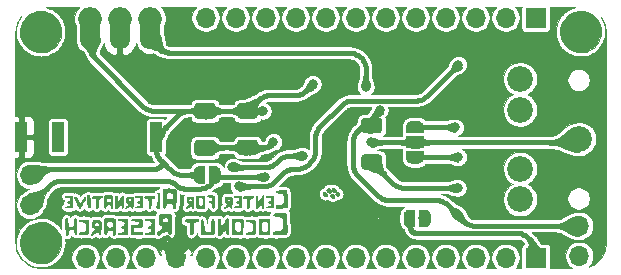
<source format=gbr>
%TF.GenerationSoftware,KiCad,Pcbnew,5.1.10-88a1d61d58~90~ubuntu20.04.1*%
%TF.CreationDate,2022-10-02T00:03:50+07:00*%
%TF.ProjectId,BioAmp-EXG-Pill_1206_rounder,42696f41-6d70-42d4-9558-472d50696c6c,1.0b*%
%TF.SameCoordinates,Original*%
%TF.FileFunction,Copper,L2,Bot*%
%TF.FilePolarity,Positive*%
%FSLAX46Y46*%
G04 Gerber Fmt 4.6, Leading zero omitted, Abs format (unit mm)*
G04 Created by KiCad (PCBNEW 5.1.10-88a1d61d58~90~ubuntu20.04.1) date 2022-10-02 00:03:50*
%MOMM*%
%LPD*%
G01*
G04 APERTURE LIST*
%TA.AperFunction,EtchedComponent*%
%ADD10C,0.010000*%
%TD*%
%TA.AperFunction,ComponentPad*%
%ADD11C,2.700000*%
%TD*%
%TA.AperFunction,ComponentPad*%
%ADD12O,1.700000X1.700000*%
%TD*%
%TA.AperFunction,SMDPad,CuDef*%
%ADD13C,0.100000*%
%TD*%
%TA.AperFunction,ComponentPad*%
%ADD14O,2.000000X2.000000*%
%TD*%
%TA.AperFunction,SMDPad,CuDef*%
%ADD15R,1.500000X1.000000*%
%TD*%
%TA.AperFunction,ComponentPad*%
%ADD16R,1.700000X1.700000*%
%TD*%
%TA.AperFunction,ComponentPad*%
%ADD17R,1.000000X2.500000*%
%TD*%
%TA.AperFunction,ComponentPad*%
%ADD18C,2.181860*%
%TD*%
%TA.AperFunction,ComponentPad*%
%ADD19O,1.700000X3.500000*%
%TD*%
%TA.AperFunction,ViaPad*%
%ADD20C,0.800000*%
%TD*%
%TA.AperFunction,Conductor*%
%ADD21C,0.400000*%
%TD*%
%TA.AperFunction,Conductor*%
%ADD22C,0.100000*%
%TD*%
%TA.AperFunction,Conductor*%
%ADD23C,0.025400*%
%TD*%
G04 APERTURE END LIST*
D10*
%TO.C,BOARD1*%
G36*
X103735862Y-79972488D02*
G01*
X103991352Y-80045638D01*
X104053166Y-80069968D01*
X104291352Y-80191358D01*
X104505540Y-80345851D01*
X104692897Y-80529885D01*
X104850591Y-80739900D01*
X104975787Y-80972335D01*
X105065653Y-81223628D01*
X105102668Y-81388964D01*
X105125466Y-81546844D01*
X105133061Y-81684804D01*
X105125472Y-81822427D01*
X105103277Y-81976110D01*
X105037030Y-82236730D01*
X104933741Y-82480759D01*
X104796499Y-82704796D01*
X104628390Y-82905436D01*
X104432503Y-83079277D01*
X104211926Y-83222916D01*
X103969746Y-83332949D01*
X103832320Y-83376854D01*
X103728718Y-83397336D01*
X103596618Y-83411903D01*
X103449492Y-83420162D01*
X103300812Y-83421719D01*
X103164052Y-83416180D01*
X103052684Y-83403151D01*
X103036951Y-83400102D01*
X102784373Y-83326500D01*
X102547516Y-83216732D01*
X102330060Y-83074433D01*
X102135681Y-82903236D01*
X101968058Y-82706779D01*
X101830869Y-82488695D01*
X101727791Y-82252619D01*
X101671881Y-82050955D01*
X101649148Y-81892787D01*
X101642395Y-81756851D01*
X102437045Y-81756851D01*
X102444851Y-81820769D01*
X102496668Y-82015354D01*
X102584547Y-82190583D01*
X102705175Y-82342497D01*
X102855239Y-82467136D01*
X103031428Y-82560541D01*
X103078623Y-82578358D01*
X103157953Y-82603039D01*
X103230954Y-82617030D01*
X103313751Y-82622327D01*
X103422465Y-82620923D01*
X103422707Y-82620915D01*
X103523746Y-82616198D01*
X103598160Y-82607315D01*
X103661657Y-82590606D01*
X103729943Y-82562407D01*
X103782729Y-82536977D01*
X103952168Y-82431929D01*
X104091412Y-82302205D01*
X104199528Y-82152789D01*
X104275585Y-81988664D01*
X104318651Y-81814813D01*
X104327794Y-81636220D01*
X104302084Y-81457867D01*
X104240589Y-81284738D01*
X104142376Y-81121815D01*
X104064445Y-81029997D01*
X103919767Y-80903307D01*
X103763131Y-80814811D01*
X103589799Y-80762671D01*
X103395039Y-80745049D01*
X103333292Y-80746155D01*
X103231547Y-80751731D01*
X103156195Y-80761466D01*
X103091295Y-80779159D01*
X103020908Y-80808607D01*
X102971879Y-80832279D01*
X102808450Y-80934983D01*
X102670575Y-81066049D01*
X102561376Y-81219624D01*
X102483974Y-81389852D01*
X102441490Y-81570879D01*
X102437045Y-81756851D01*
X101642395Y-81756851D01*
X101640293Y-81714555D01*
X101645071Y-81532578D01*
X101663235Y-81363174D01*
X101683749Y-81260951D01*
X101751894Y-81056522D01*
X101849928Y-80851852D01*
X101971160Y-80657760D01*
X102108897Y-80485065D01*
X102244514Y-80354324D01*
X102466844Y-80196323D01*
X102705340Y-80075175D01*
X102955744Y-79991548D01*
X103213802Y-79946112D01*
X103475260Y-79939536D01*
X103735862Y-79972488D01*
G37*
X103735862Y-79972488D02*
X103991352Y-80045638D01*
X104053166Y-80069968D01*
X104291352Y-80191358D01*
X104505540Y-80345851D01*
X104692897Y-80529885D01*
X104850591Y-80739900D01*
X104975787Y-80972335D01*
X105065653Y-81223628D01*
X105102668Y-81388964D01*
X105125466Y-81546844D01*
X105133061Y-81684804D01*
X105125472Y-81822427D01*
X105103277Y-81976110D01*
X105037030Y-82236730D01*
X104933741Y-82480759D01*
X104796499Y-82704796D01*
X104628390Y-82905436D01*
X104432503Y-83079277D01*
X104211926Y-83222916D01*
X103969746Y-83332949D01*
X103832320Y-83376854D01*
X103728718Y-83397336D01*
X103596618Y-83411903D01*
X103449492Y-83420162D01*
X103300812Y-83421719D01*
X103164052Y-83416180D01*
X103052684Y-83403151D01*
X103036951Y-83400102D01*
X102784373Y-83326500D01*
X102547516Y-83216732D01*
X102330060Y-83074433D01*
X102135681Y-82903236D01*
X101968058Y-82706779D01*
X101830869Y-82488695D01*
X101727791Y-82252619D01*
X101671881Y-82050955D01*
X101649148Y-81892787D01*
X101642395Y-81756851D01*
X102437045Y-81756851D01*
X102444851Y-81820769D01*
X102496668Y-82015354D01*
X102584547Y-82190583D01*
X102705175Y-82342497D01*
X102855239Y-82467136D01*
X103031428Y-82560541D01*
X103078623Y-82578358D01*
X103157953Y-82603039D01*
X103230954Y-82617030D01*
X103313751Y-82622327D01*
X103422465Y-82620923D01*
X103422707Y-82620915D01*
X103523746Y-82616198D01*
X103598160Y-82607315D01*
X103661657Y-82590606D01*
X103729943Y-82562407D01*
X103782729Y-82536977D01*
X103952168Y-82431929D01*
X104091412Y-82302205D01*
X104199528Y-82152789D01*
X104275585Y-81988664D01*
X104318651Y-81814813D01*
X104327794Y-81636220D01*
X104302084Y-81457867D01*
X104240589Y-81284738D01*
X104142376Y-81121815D01*
X104064445Y-81029997D01*
X103919767Y-80903307D01*
X103763131Y-80814811D01*
X103589799Y-80762671D01*
X103395039Y-80745049D01*
X103333292Y-80746155D01*
X103231547Y-80751731D01*
X103156195Y-80761466D01*
X103091295Y-80779159D01*
X103020908Y-80808607D01*
X102971879Y-80832279D01*
X102808450Y-80934983D01*
X102670575Y-81066049D01*
X102561376Y-81219624D01*
X102483974Y-81389852D01*
X102441490Y-81570879D01*
X102437045Y-81756851D01*
X101642395Y-81756851D01*
X101640293Y-81714555D01*
X101645071Y-81532578D01*
X101663235Y-81363174D01*
X101683749Y-81260951D01*
X101751894Y-81056522D01*
X101849928Y-80851852D01*
X101971160Y-80657760D01*
X102108897Y-80485065D01*
X102244514Y-80354324D01*
X102466844Y-80196323D01*
X102705340Y-80075175D01*
X102955744Y-79991548D01*
X103213802Y-79946112D01*
X103475260Y-79939536D01*
X103735862Y-79972488D01*
G36*
X103481254Y-62084016D02*
G01*
X103628465Y-62092022D01*
X103754871Y-62107180D01*
X103822500Y-62121559D01*
X104077235Y-62211362D01*
X104306923Y-62332477D01*
X104510513Y-62481343D01*
X104686959Y-62654400D01*
X104835212Y-62848086D01*
X104954223Y-63058841D01*
X105042943Y-63283105D01*
X105100325Y-63517315D01*
X105125321Y-63757913D01*
X105116881Y-64001336D01*
X105073957Y-64244023D01*
X104995502Y-64482415D01*
X104880466Y-64712951D01*
X104727801Y-64932068D01*
X104670010Y-65000115D01*
X104489075Y-65172363D01*
X104281336Y-65315940D01*
X104052824Y-65428896D01*
X103809570Y-65509281D01*
X103557604Y-65555145D01*
X103302956Y-65564537D01*
X103051658Y-65535509D01*
X103028750Y-65530804D01*
X102777265Y-65456642D01*
X102541590Y-65346770D01*
X102325351Y-65204861D01*
X102132175Y-65034584D01*
X101965689Y-64839610D01*
X101829522Y-64623610D01*
X101727299Y-64390255D01*
X101663762Y-64149443D01*
X101645311Y-63995994D01*
X101639729Y-63823299D01*
X101640088Y-63814080D01*
X102438441Y-63814080D01*
X102452841Y-63984041D01*
X102497033Y-64149205D01*
X102570738Y-64304885D01*
X102673679Y-64446394D01*
X102805578Y-64569046D01*
X102966158Y-64668152D01*
X103097794Y-64721775D01*
X103175698Y-64742902D01*
X103257862Y-64753862D01*
X103359287Y-64756167D01*
X103422705Y-64754517D01*
X103528339Y-64748728D01*
X103607468Y-64738177D01*
X103675897Y-64719491D01*
X103749432Y-64689300D01*
X103767459Y-64680968D01*
X103933974Y-64581050D01*
X104077860Y-64450447D01*
X104193875Y-64295690D01*
X104276779Y-64123310D01*
X104310579Y-64004180D01*
X104328892Y-63817099D01*
X104308597Y-63632475D01*
X104253015Y-63455948D01*
X104165468Y-63293154D01*
X104049278Y-63149734D01*
X103907765Y-63031327D01*
X103744252Y-62943571D01*
X103670445Y-62917401D01*
X103492550Y-62881967D01*
X103308436Y-62878825D01*
X103130656Y-62907259D01*
X102993198Y-62956047D01*
X102823021Y-63056363D01*
X102684302Y-63180005D01*
X102576762Y-63322284D01*
X102500123Y-63478514D01*
X102454109Y-63644009D01*
X102438441Y-63814080D01*
X101640088Y-63814080D01*
X101646576Y-63647821D01*
X101665416Y-63486022D01*
X101683809Y-63396284D01*
X101768255Y-63147431D01*
X101889379Y-62914609D01*
X102043279Y-62701795D01*
X102226052Y-62512964D01*
X102433795Y-62352092D01*
X102662605Y-62223156D01*
X102908581Y-62130132D01*
X102933500Y-62123087D01*
X103039362Y-62102698D01*
X103174246Y-62089376D01*
X103325696Y-62083141D01*
X103481254Y-62084016D01*
G37*
X103481254Y-62084016D02*
X103628465Y-62092022D01*
X103754871Y-62107180D01*
X103822500Y-62121559D01*
X104077235Y-62211362D01*
X104306923Y-62332477D01*
X104510513Y-62481343D01*
X104686959Y-62654400D01*
X104835212Y-62848086D01*
X104954223Y-63058841D01*
X105042943Y-63283105D01*
X105100325Y-63517315D01*
X105125321Y-63757913D01*
X105116881Y-64001336D01*
X105073957Y-64244023D01*
X104995502Y-64482415D01*
X104880466Y-64712951D01*
X104727801Y-64932068D01*
X104670010Y-65000115D01*
X104489075Y-65172363D01*
X104281336Y-65315940D01*
X104052824Y-65428896D01*
X103809570Y-65509281D01*
X103557604Y-65555145D01*
X103302956Y-65564537D01*
X103051658Y-65535509D01*
X103028750Y-65530804D01*
X102777265Y-65456642D01*
X102541590Y-65346770D01*
X102325351Y-65204861D01*
X102132175Y-65034584D01*
X101965689Y-64839610D01*
X101829522Y-64623610D01*
X101727299Y-64390255D01*
X101663762Y-64149443D01*
X101645311Y-63995994D01*
X101639729Y-63823299D01*
X101640088Y-63814080D01*
X102438441Y-63814080D01*
X102452841Y-63984041D01*
X102497033Y-64149205D01*
X102570738Y-64304885D01*
X102673679Y-64446394D01*
X102805578Y-64569046D01*
X102966158Y-64668152D01*
X103097794Y-64721775D01*
X103175698Y-64742902D01*
X103257862Y-64753862D01*
X103359287Y-64756167D01*
X103422705Y-64754517D01*
X103528339Y-64748728D01*
X103607468Y-64738177D01*
X103675897Y-64719491D01*
X103749432Y-64689300D01*
X103767459Y-64680968D01*
X103933974Y-64581050D01*
X104077860Y-64450447D01*
X104193875Y-64295690D01*
X104276779Y-64123310D01*
X104310579Y-64004180D01*
X104328892Y-63817099D01*
X104308597Y-63632475D01*
X104253015Y-63455948D01*
X104165468Y-63293154D01*
X104049278Y-63149734D01*
X103907765Y-63031327D01*
X103744252Y-62943571D01*
X103670445Y-62917401D01*
X103492550Y-62881967D01*
X103308436Y-62878825D01*
X103130656Y-62907259D01*
X102993198Y-62956047D01*
X102823021Y-63056363D01*
X102684302Y-63180005D01*
X102576762Y-63322284D01*
X102500123Y-63478514D01*
X102454109Y-63644009D01*
X102438441Y-63814080D01*
X101640088Y-63814080D01*
X101646576Y-63647821D01*
X101665416Y-63486022D01*
X101683809Y-63396284D01*
X101768255Y-63147431D01*
X101889379Y-62914609D01*
X102043279Y-62701795D01*
X102226052Y-62512964D01*
X102433795Y-62352092D01*
X102662605Y-62223156D01*
X102908581Y-62130132D01*
X102933500Y-62123087D01*
X103039362Y-62102698D01*
X103174246Y-62089376D01*
X103325696Y-62083141D01*
X103481254Y-62084016D01*
G36*
X149216159Y-62085103D02*
G01*
X149312595Y-62087064D01*
X149386749Y-62091909D01*
X149448646Y-62100928D01*
X149508311Y-62115413D01*
X149575768Y-62136653D01*
X149627166Y-62154217D01*
X149883253Y-62263746D01*
X150113924Y-62405387D01*
X150316927Y-62576570D01*
X150490010Y-62774727D01*
X150630921Y-62997287D01*
X150737408Y-63241683D01*
X150806056Y-63499150D01*
X150825754Y-63662508D01*
X150829438Y-63846455D01*
X150817857Y-64033904D01*
X150791762Y-64207766D01*
X150771256Y-64292240D01*
X150678671Y-64539980D01*
X150549971Y-64769890D01*
X150388961Y-64978224D01*
X150199448Y-65161236D01*
X149985239Y-65315179D01*
X149750138Y-65436309D01*
X149531916Y-65511989D01*
X149457575Y-65526467D01*
X149353823Y-65539124D01*
X149232939Y-65549254D01*
X149107205Y-65556150D01*
X148988900Y-65559107D01*
X148890305Y-65557416D01*
X148833416Y-65552171D01*
X148573042Y-65489993D01*
X148329844Y-65391848D01*
X148106674Y-65261040D01*
X147906387Y-65100877D01*
X147731833Y-64914666D01*
X147585866Y-64705714D01*
X147471339Y-64477327D01*
X147391104Y-64232813D01*
X147348014Y-63975477D01*
X147341166Y-63822372D01*
X147341490Y-63817662D01*
X148145500Y-63817662D01*
X148165407Y-64017702D01*
X148223341Y-64202401D01*
X148316620Y-64368026D01*
X148442558Y-64510847D01*
X148598475Y-64627133D01*
X148781686Y-64713154D01*
X148792127Y-64716804D01*
X148948967Y-64752436D01*
X149120715Y-64760532D01*
X149290096Y-64741059D01*
X149378013Y-64717924D01*
X149558868Y-64637310D01*
X149715166Y-64524683D01*
X149843617Y-64384580D01*
X149940933Y-64221538D01*
X150003824Y-64040097D01*
X150029001Y-63844793D01*
X150029333Y-63819274D01*
X150009315Y-63618690D01*
X149950797Y-63433004D01*
X149856083Y-63265838D01*
X149727479Y-63120815D01*
X149567287Y-63001557D01*
X149479000Y-62954120D01*
X149417702Y-62925987D01*
X149366144Y-62907259D01*
X149312986Y-62896032D01*
X149246890Y-62890403D01*
X149156517Y-62888466D01*
X149086971Y-62888284D01*
X148977458Y-62888871D01*
X148898997Y-62891940D01*
X148840307Y-62899453D01*
X148790110Y-62913374D01*
X148737126Y-62935664D01*
X148693439Y-62956757D01*
X148516581Y-63065241D01*
X148371925Y-63199394D01*
X148261294Y-63356348D01*
X148186516Y-63533233D01*
X148149416Y-63727180D01*
X148145500Y-63817662D01*
X147341490Y-63817662D01*
X147359788Y-63552350D01*
X147416206Y-63300014D01*
X147511252Y-63063385D01*
X147645754Y-62840489D01*
X147820544Y-62629348D01*
X147858743Y-62590029D01*
X148015348Y-62445259D01*
X148169564Y-62331362D01*
X148334722Y-62239906D01*
X148524155Y-62162458D01*
X148547666Y-62154217D01*
X148625265Y-62128022D01*
X148688711Y-62109401D01*
X148748029Y-62097065D01*
X148813244Y-62089721D01*
X148894382Y-62086081D01*
X149001467Y-62084853D01*
X149087416Y-62084737D01*
X149216159Y-62085103D01*
G37*
X149216159Y-62085103D02*
X149312595Y-62087064D01*
X149386749Y-62091909D01*
X149448646Y-62100928D01*
X149508311Y-62115413D01*
X149575768Y-62136653D01*
X149627166Y-62154217D01*
X149883253Y-62263746D01*
X150113924Y-62405387D01*
X150316927Y-62576570D01*
X150490010Y-62774727D01*
X150630921Y-62997287D01*
X150737408Y-63241683D01*
X150806056Y-63499150D01*
X150825754Y-63662508D01*
X150829438Y-63846455D01*
X150817857Y-64033904D01*
X150791762Y-64207766D01*
X150771256Y-64292240D01*
X150678671Y-64539980D01*
X150549971Y-64769890D01*
X150388961Y-64978224D01*
X150199448Y-65161236D01*
X149985239Y-65315179D01*
X149750138Y-65436309D01*
X149531916Y-65511989D01*
X149457575Y-65526467D01*
X149353823Y-65539124D01*
X149232939Y-65549254D01*
X149107205Y-65556150D01*
X148988900Y-65559107D01*
X148890305Y-65557416D01*
X148833416Y-65552171D01*
X148573042Y-65489993D01*
X148329844Y-65391848D01*
X148106674Y-65261040D01*
X147906387Y-65100877D01*
X147731833Y-64914666D01*
X147585866Y-64705714D01*
X147471339Y-64477327D01*
X147391104Y-64232813D01*
X147348014Y-63975477D01*
X147341166Y-63822372D01*
X147341490Y-63817662D01*
X148145500Y-63817662D01*
X148165407Y-64017702D01*
X148223341Y-64202401D01*
X148316620Y-64368026D01*
X148442558Y-64510847D01*
X148598475Y-64627133D01*
X148781686Y-64713154D01*
X148792127Y-64716804D01*
X148948967Y-64752436D01*
X149120715Y-64760532D01*
X149290096Y-64741059D01*
X149378013Y-64717924D01*
X149558868Y-64637310D01*
X149715166Y-64524683D01*
X149843617Y-64384580D01*
X149940933Y-64221538D01*
X150003824Y-64040097D01*
X150029001Y-63844793D01*
X150029333Y-63819274D01*
X150009315Y-63618690D01*
X149950797Y-63433004D01*
X149856083Y-63265838D01*
X149727479Y-63120815D01*
X149567287Y-63001557D01*
X149479000Y-62954120D01*
X149417702Y-62925987D01*
X149366144Y-62907259D01*
X149312986Y-62896032D01*
X149246890Y-62890403D01*
X149156517Y-62888466D01*
X149086971Y-62888284D01*
X148977458Y-62888871D01*
X148898997Y-62891940D01*
X148840307Y-62899453D01*
X148790110Y-62913374D01*
X148737126Y-62935664D01*
X148693439Y-62956757D01*
X148516581Y-63065241D01*
X148371925Y-63199394D01*
X148261294Y-63356348D01*
X148186516Y-63533233D01*
X148149416Y-63727180D01*
X148145500Y-63817662D01*
X147341490Y-63817662D01*
X147359788Y-63552350D01*
X147416206Y-63300014D01*
X147511252Y-63063385D01*
X147645754Y-62840489D01*
X147820544Y-62629348D01*
X147858743Y-62590029D01*
X148015348Y-62445259D01*
X148169564Y-62331362D01*
X148334722Y-62239906D01*
X148524155Y-62162458D01*
X148547666Y-62154217D01*
X148625265Y-62128022D01*
X148688711Y-62109401D01*
X148748029Y-62097065D01*
X148813244Y-62089721D01*
X148894382Y-62086081D01*
X149001467Y-62084853D01*
X149087416Y-62084737D01*
X149216159Y-62085103D01*
%TO.C,LOGO3*%
G36*
X119115629Y-79655438D02*
G01*
X119069589Y-79714099D01*
X119011619Y-79807616D01*
X118957677Y-79904167D01*
X118888326Y-80027963D01*
X118832161Y-80117130D01*
X118785009Y-80175651D01*
X118742698Y-80207509D01*
X118701057Y-80216686D01*
X118655914Y-80207165D01*
X118644818Y-80202840D01*
X118597546Y-80175035D01*
X118565189Y-80132837D01*
X118545326Y-80069061D01*
X118535539Y-79976522D01*
X118533334Y-79871824D01*
X118532853Y-79778855D01*
X118530004Y-79719720D01*
X118522678Y-79685919D01*
X118508763Y-79668954D01*
X118486150Y-79660327D01*
X118480464Y-79658870D01*
X118442273Y-79650395D01*
X118413509Y-79649996D01*
X118392857Y-79662583D01*
X118379001Y-79693061D01*
X118370627Y-79746339D01*
X118366418Y-79827323D01*
X118365058Y-79940920D01*
X118365222Y-80088711D01*
X118367396Y-80315537D01*
X118372401Y-80514765D01*
X118380056Y-80683860D01*
X118390183Y-80820288D01*
X118402602Y-80921515D01*
X118417135Y-80985006D01*
X118430151Y-81006919D01*
X118494256Y-81024972D01*
X118558763Y-81004919D01*
X118589969Y-80978375D01*
X118626545Y-80933207D01*
X118672862Y-80870193D01*
X118699404Y-80831813D01*
X118747828Y-80766991D01*
X118797934Y-80710740D01*
X118821851Y-80688938D01*
X118895424Y-80651832D01*
X118967837Y-80649574D01*
X119029631Y-80678212D01*
X119071349Y-80733795D01*
X119083956Y-80798458D01*
X119092458Y-80889083D01*
X119115584Y-80944795D01*
X119151123Y-80963619D01*
X119196860Y-80943575D01*
X119220754Y-80920715D01*
X119231863Y-80905902D01*
X119240321Y-80885764D01*
X119246302Y-80855342D01*
X119249981Y-80809676D01*
X119251534Y-80743804D01*
X119251135Y-80652766D01*
X119248959Y-80531602D01*
X119245182Y-80375351D01*
X119242972Y-80291007D01*
X119238178Y-80135791D01*
X119232485Y-79993172D01*
X119226230Y-79869003D01*
X119219748Y-79769136D01*
X119213375Y-79699423D01*
X119207449Y-79665718D01*
X119207006Y-79664757D01*
X119181855Y-79633151D01*
X119152224Y-79629250D01*
X119115629Y-79655438D01*
G37*
X119115629Y-79655438D02*
X119069589Y-79714099D01*
X119011619Y-79807616D01*
X118957677Y-79904167D01*
X118888326Y-80027963D01*
X118832161Y-80117130D01*
X118785009Y-80175651D01*
X118742698Y-80207509D01*
X118701057Y-80216686D01*
X118655914Y-80207165D01*
X118644818Y-80202840D01*
X118597546Y-80175035D01*
X118565189Y-80132837D01*
X118545326Y-80069061D01*
X118535539Y-79976522D01*
X118533334Y-79871824D01*
X118532853Y-79778855D01*
X118530004Y-79719720D01*
X118522678Y-79685919D01*
X118508763Y-79668954D01*
X118486150Y-79660327D01*
X118480464Y-79658870D01*
X118442273Y-79650395D01*
X118413509Y-79649996D01*
X118392857Y-79662583D01*
X118379001Y-79693061D01*
X118370627Y-79746339D01*
X118366418Y-79827323D01*
X118365058Y-79940920D01*
X118365222Y-80088711D01*
X118367396Y-80315537D01*
X118372401Y-80514765D01*
X118380056Y-80683860D01*
X118390183Y-80820288D01*
X118402602Y-80921515D01*
X118417135Y-80985006D01*
X118430151Y-81006919D01*
X118494256Y-81024972D01*
X118558763Y-81004919D01*
X118589969Y-80978375D01*
X118626545Y-80933207D01*
X118672862Y-80870193D01*
X118699404Y-80831813D01*
X118747828Y-80766991D01*
X118797934Y-80710740D01*
X118821851Y-80688938D01*
X118895424Y-80651832D01*
X118967837Y-80649574D01*
X119029631Y-80678212D01*
X119071349Y-80733795D01*
X119083956Y-80798458D01*
X119092458Y-80889083D01*
X119115584Y-80944795D01*
X119151123Y-80963619D01*
X119196860Y-80943575D01*
X119220754Y-80920715D01*
X119231863Y-80905902D01*
X119240321Y-80885764D01*
X119246302Y-80855342D01*
X119249981Y-80809676D01*
X119251534Y-80743804D01*
X119251135Y-80652766D01*
X119248959Y-80531602D01*
X119245182Y-80375351D01*
X119242972Y-80291007D01*
X119238178Y-80135791D01*
X119232485Y-79993172D01*
X119226230Y-79869003D01*
X119219748Y-79769136D01*
X119213375Y-79699423D01*
X119207449Y-79665718D01*
X119207006Y-79664757D01*
X119181855Y-79633151D01*
X119152224Y-79629250D01*
X119115629Y-79655438D01*
G36*
X113516024Y-79231427D02*
G01*
X113482140Y-79237406D01*
X113468413Y-79244268D01*
X113439956Y-79283740D01*
X113417946Y-79351542D01*
X113401840Y-79451088D01*
X113391092Y-79585794D01*
X113385156Y-79759074D01*
X113385016Y-79766558D01*
X113379250Y-80084034D01*
X113505097Y-80150884D01*
X113594473Y-80203134D01*
X113650101Y-80249496D01*
X113678492Y-80297168D01*
X113686167Y-80351048D01*
X113679965Y-80381417D01*
X113658262Y-80417782D01*
X113616414Y-80465615D01*
X113549778Y-80530389D01*
X113479792Y-80594230D01*
X113401142Y-80665828D01*
X113333550Y-80729129D01*
X113283566Y-80777873D01*
X113257743Y-80805794D01*
X113256338Y-80807833D01*
X113247057Y-80845619D01*
X113244750Y-80905473D01*
X113245755Y-80925730D01*
X113254900Y-80981039D01*
X113275750Y-81011051D01*
X113313187Y-81015621D01*
X113372090Y-80994602D01*
X113457341Y-80947850D01*
X113506250Y-80917971D01*
X113666727Y-80819752D01*
X113796539Y-80745508D01*
X113899703Y-80694945D01*
X113980238Y-80667764D01*
X114042163Y-80663670D01*
X114089495Y-80682365D01*
X114126252Y-80723554D01*
X114156452Y-80786938D01*
X114182895Y-80868014D01*
X114212475Y-80944877D01*
X114247094Y-80981074D01*
X114290822Y-80978262D01*
X114347731Y-80938099D01*
X114350007Y-80936042D01*
X114402373Y-80888417D01*
X114433865Y-79746554D01*
X114163253Y-79746554D01*
X114148515Y-79830068D01*
X114112436Y-79890790D01*
X114063095Y-79933451D01*
X114001865Y-79955819D01*
X113917158Y-79961086D01*
X113866324Y-79958588D01*
X113788831Y-79949875D01*
X113738680Y-79933582D01*
X113700920Y-79904020D01*
X113689382Y-79891259D01*
X113653029Y-79819121D01*
X113647836Y-79733799D01*
X113672654Y-79649455D01*
X113713713Y-79591832D01*
X113778630Y-79551719D01*
X113866537Y-79528696D01*
X113960711Y-79525204D01*
X114044270Y-79543616D01*
X114108735Y-79591127D01*
X114149195Y-79662840D01*
X114163253Y-79746554D01*
X114433865Y-79746554D01*
X114444405Y-79364417D01*
X114397450Y-79316061D01*
X114379016Y-79299454D01*
X114356149Y-79286576D01*
X114322780Y-79276490D01*
X114272842Y-79268260D01*
X114200265Y-79260949D01*
X114098982Y-79253621D01*
X113962924Y-79245340D01*
X113924939Y-79243136D01*
X113771804Y-79234889D01*
X113655906Y-79230180D01*
X113572296Y-79229022D01*
X113516024Y-79231427D01*
G37*
X113516024Y-79231427D02*
X113482140Y-79237406D01*
X113468413Y-79244268D01*
X113439956Y-79283740D01*
X113417946Y-79351542D01*
X113401840Y-79451088D01*
X113391092Y-79585794D01*
X113385156Y-79759074D01*
X113385016Y-79766558D01*
X113379250Y-80084034D01*
X113505097Y-80150884D01*
X113594473Y-80203134D01*
X113650101Y-80249496D01*
X113678492Y-80297168D01*
X113686167Y-80351048D01*
X113679965Y-80381417D01*
X113658262Y-80417782D01*
X113616414Y-80465615D01*
X113549778Y-80530389D01*
X113479792Y-80594230D01*
X113401142Y-80665828D01*
X113333550Y-80729129D01*
X113283566Y-80777873D01*
X113257743Y-80805794D01*
X113256338Y-80807833D01*
X113247057Y-80845619D01*
X113244750Y-80905473D01*
X113245755Y-80925730D01*
X113254900Y-80981039D01*
X113275750Y-81011051D01*
X113313187Y-81015621D01*
X113372090Y-80994602D01*
X113457341Y-80947850D01*
X113506250Y-80917971D01*
X113666727Y-80819752D01*
X113796539Y-80745508D01*
X113899703Y-80694945D01*
X113980238Y-80667764D01*
X114042163Y-80663670D01*
X114089495Y-80682365D01*
X114126252Y-80723554D01*
X114156452Y-80786938D01*
X114182895Y-80868014D01*
X114212475Y-80944877D01*
X114247094Y-80981074D01*
X114290822Y-80978262D01*
X114347731Y-80938099D01*
X114350007Y-80936042D01*
X114402373Y-80888417D01*
X114433865Y-79746554D01*
X114163253Y-79746554D01*
X114148515Y-79830068D01*
X114112436Y-79890790D01*
X114063095Y-79933451D01*
X114001865Y-79955819D01*
X113917158Y-79961086D01*
X113866324Y-79958588D01*
X113788831Y-79949875D01*
X113738680Y-79933582D01*
X113700920Y-79904020D01*
X113689382Y-79891259D01*
X113653029Y-79819121D01*
X113647836Y-79733799D01*
X113672654Y-79649455D01*
X113713713Y-79591832D01*
X113778630Y-79551719D01*
X113866537Y-79528696D01*
X113960711Y-79525204D01*
X114044270Y-79543616D01*
X114108735Y-79591127D01*
X114149195Y-79662840D01*
X114163253Y-79746554D01*
X114433865Y-79746554D01*
X114444405Y-79364417D01*
X114397450Y-79316061D01*
X114379016Y-79299454D01*
X114356149Y-79286576D01*
X114322780Y-79276490D01*
X114272842Y-79268260D01*
X114200265Y-79260949D01*
X114098982Y-79253621D01*
X113962924Y-79245340D01*
X113924939Y-79243136D01*
X113771804Y-79234889D01*
X113655906Y-79230180D01*
X113572296Y-79229022D01*
X113516024Y-79231427D01*
G36*
X106270288Y-79614939D02*
G01*
X106248988Y-79623825D01*
X106227486Y-79634723D01*
X106212382Y-79649195D01*
X106202368Y-79674271D01*
X106196133Y-79716979D01*
X106192371Y-79784348D01*
X106189770Y-79883407D01*
X106188461Y-79948825D01*
X106185934Y-80066953D01*
X106182838Y-80150182D01*
X106177795Y-80205939D01*
X106169423Y-80241651D01*
X106156343Y-80264745D01*
X106137173Y-80282647D01*
X106124660Y-80292133D01*
X106053227Y-80325522D01*
X105959501Y-80343669D01*
X105861166Y-80345265D01*
X105775902Y-80329001D01*
X105753824Y-80319583D01*
X105727291Y-80304958D01*
X105707231Y-80288269D01*
X105691704Y-80263113D01*
X105678774Y-80223085D01*
X105666502Y-80161782D01*
X105652949Y-80072800D01*
X105636179Y-79949735D01*
X105631659Y-79915910D01*
X105616000Y-79801215D01*
X105603703Y-79721987D01*
X105592860Y-79671690D01*
X105581560Y-79643786D01*
X105567894Y-79631739D01*
X105549953Y-79629012D01*
X105547847Y-79629000D01*
X105507590Y-79638023D01*
X105479826Y-79668687D01*
X105462741Y-79726383D01*
X105454525Y-79816504D01*
X105453101Y-79910970D01*
X105455139Y-80041668D01*
X105460049Y-80184362D01*
X105467334Y-80332796D01*
X105476498Y-80480713D01*
X105487044Y-80621856D01*
X105498476Y-80749967D01*
X105510297Y-80858790D01*
X105522012Y-80942067D01*
X105533123Y-80993541D01*
X105540072Y-81007179D01*
X105596357Y-81026184D01*
X105645043Y-81014881D01*
X105671826Y-80978375D01*
X105678617Y-80932415D01*
X105683394Y-80860997D01*
X105684976Y-80793167D01*
X105687305Y-80714700D01*
X105696985Y-80663041D01*
X105718870Y-80622741D01*
X105749838Y-80586792D01*
X105794176Y-80545257D01*
X105837351Y-80524820D01*
X105897774Y-80518313D01*
X105926498Y-80518000D01*
X106050568Y-80528205D01*
X106139436Y-80558542D01*
X106189284Y-80604314D01*
X106205976Y-80647693D01*
X106222212Y-80716985D01*
X106232751Y-80784364D01*
X106248759Y-80879759D01*
X106270337Y-80936800D01*
X106299652Y-80959326D01*
X106329328Y-80955391D01*
X106338891Y-80947537D01*
X106346451Y-80929192D01*
X106352235Y-80895935D01*
X106356472Y-80843348D01*
X106359389Y-80767007D01*
X106361213Y-80662494D01*
X106362171Y-80525386D01*
X106362493Y-80351264D01*
X106362500Y-80311043D01*
X106362199Y-80115068D01*
X106360878Y-79957622D01*
X106357907Y-79834903D01*
X106352659Y-79743109D01*
X106344507Y-79678438D01*
X106332822Y-79637088D01*
X106316976Y-79615256D01*
X106296340Y-79609141D01*
X106270288Y-79614939D01*
G37*
X106270288Y-79614939D02*
X106248988Y-79623825D01*
X106227486Y-79634723D01*
X106212382Y-79649195D01*
X106202368Y-79674271D01*
X106196133Y-79716979D01*
X106192371Y-79784348D01*
X106189770Y-79883407D01*
X106188461Y-79948825D01*
X106185934Y-80066953D01*
X106182838Y-80150182D01*
X106177795Y-80205939D01*
X106169423Y-80241651D01*
X106156343Y-80264745D01*
X106137173Y-80282647D01*
X106124660Y-80292133D01*
X106053227Y-80325522D01*
X105959501Y-80343669D01*
X105861166Y-80345265D01*
X105775902Y-80329001D01*
X105753824Y-80319583D01*
X105727291Y-80304958D01*
X105707231Y-80288269D01*
X105691704Y-80263113D01*
X105678774Y-80223085D01*
X105666502Y-80161782D01*
X105652949Y-80072800D01*
X105636179Y-79949735D01*
X105631659Y-79915910D01*
X105616000Y-79801215D01*
X105603703Y-79721987D01*
X105592860Y-79671690D01*
X105581560Y-79643786D01*
X105567894Y-79631739D01*
X105549953Y-79629012D01*
X105547847Y-79629000D01*
X105507590Y-79638023D01*
X105479826Y-79668687D01*
X105462741Y-79726383D01*
X105454525Y-79816504D01*
X105453101Y-79910970D01*
X105455139Y-80041668D01*
X105460049Y-80184362D01*
X105467334Y-80332796D01*
X105476498Y-80480713D01*
X105487044Y-80621856D01*
X105498476Y-80749967D01*
X105510297Y-80858790D01*
X105522012Y-80942067D01*
X105533123Y-80993541D01*
X105540072Y-81007179D01*
X105596357Y-81026184D01*
X105645043Y-81014881D01*
X105671826Y-80978375D01*
X105678617Y-80932415D01*
X105683394Y-80860997D01*
X105684976Y-80793167D01*
X105687305Y-80714700D01*
X105696985Y-80663041D01*
X105718870Y-80622741D01*
X105749838Y-80586792D01*
X105794176Y-80545257D01*
X105837351Y-80524820D01*
X105897774Y-80518313D01*
X105926498Y-80518000D01*
X106050568Y-80528205D01*
X106139436Y-80558542D01*
X106189284Y-80604314D01*
X106205976Y-80647693D01*
X106222212Y-80716985D01*
X106232751Y-80784364D01*
X106248759Y-80879759D01*
X106270337Y-80936800D01*
X106299652Y-80959326D01*
X106329328Y-80955391D01*
X106338891Y-80947537D01*
X106346451Y-80929192D01*
X106352235Y-80895935D01*
X106356472Y-80843348D01*
X106359389Y-80767007D01*
X106361213Y-80662494D01*
X106362171Y-80525386D01*
X106362493Y-80351264D01*
X106362500Y-80311043D01*
X106362199Y-80115068D01*
X106360878Y-79957622D01*
X106357907Y-79834903D01*
X106352659Y-79743109D01*
X106344507Y-79678438D01*
X106332822Y-79637088D01*
X106316976Y-79615256D01*
X106296340Y-79609141D01*
X106270288Y-79614939D01*
G36*
X108968264Y-79608034D02*
G01*
X108870270Y-79616567D01*
X108799488Y-79630036D01*
X108774142Y-79640423D01*
X108768816Y-79664088D01*
X108764482Y-79723516D01*
X108761148Y-79812151D01*
X108758821Y-79923433D01*
X108757509Y-80050805D01*
X108757219Y-80187708D01*
X108757958Y-80327585D01*
X108759734Y-80463876D01*
X108762554Y-80590026D01*
X108766425Y-80699474D01*
X108771355Y-80785663D01*
X108772838Y-80803750D01*
X108781344Y-80882392D01*
X108791669Y-80928129D01*
X108807371Y-80950355D01*
X108831372Y-80958374D01*
X108858171Y-80956047D01*
X108879872Y-80934681D01*
X108902349Y-80886092D01*
X108921069Y-80833329D01*
X108955431Y-80739263D01*
X108988856Y-80678553D01*
X109031502Y-80643936D01*
X109093528Y-80628150D01*
X109185092Y-80623931D01*
X109214089Y-80623833D01*
X109301193Y-80626217D01*
X109375278Y-80632551D01*
X109423538Y-80641613D01*
X109430832Y-80644553D01*
X109471972Y-80688501D01*
X109501108Y-80765155D01*
X109515376Y-80865887D01*
X109516334Y-80902158D01*
X109518274Y-80963873D01*
X109527671Y-80994225D01*
X109549889Y-81004133D01*
X109566782Y-81004833D01*
X109614663Y-80987750D01*
X109632731Y-80957208D01*
X109637054Y-80924362D01*
X109641637Y-80854994D01*
X109646253Y-80754916D01*
X109650676Y-80629936D01*
X109654678Y-80485865D01*
X109658032Y-80328512D01*
X109658639Y-80293967D01*
X109662159Y-80085688D01*
X109511753Y-80085688D01*
X109510724Y-80193285D01*
X109485063Y-80289370D01*
X109431530Y-80355042D01*
X109359305Y-80390587D01*
X109281589Y-80402721D01*
X109189870Y-80400471D01*
X109102565Y-80385606D01*
X109038095Y-80359893D01*
X109037847Y-80359731D01*
X108973014Y-80293928D01*
X108935049Y-80206683D01*
X108924822Y-80109966D01*
X108943206Y-80015745D01*
X108991069Y-79935989D01*
X109005948Y-79921299D01*
X109049857Y-79887303D01*
X109094692Y-79869343D01*
X109156582Y-79862594D01*
X109204459Y-79861912D01*
X109329023Y-79876042D01*
X109421859Y-79918155D01*
X109482819Y-79988091D01*
X109511753Y-80085688D01*
X109662159Y-80085688D01*
X109669045Y-79678351D01*
X109607328Y-79652788D01*
X109541192Y-79634595D01*
X109446517Y-79620513D01*
X109332596Y-79610677D01*
X109208718Y-79605227D01*
X109084177Y-79604300D01*
X108968264Y-79608034D01*
G37*
X108968264Y-79608034D02*
X108870270Y-79616567D01*
X108799488Y-79630036D01*
X108774142Y-79640423D01*
X108768816Y-79664088D01*
X108764482Y-79723516D01*
X108761148Y-79812151D01*
X108758821Y-79923433D01*
X108757509Y-80050805D01*
X108757219Y-80187708D01*
X108757958Y-80327585D01*
X108759734Y-80463876D01*
X108762554Y-80590026D01*
X108766425Y-80699474D01*
X108771355Y-80785663D01*
X108772838Y-80803750D01*
X108781344Y-80882392D01*
X108791669Y-80928129D01*
X108807371Y-80950355D01*
X108831372Y-80958374D01*
X108858171Y-80956047D01*
X108879872Y-80934681D01*
X108902349Y-80886092D01*
X108921069Y-80833329D01*
X108955431Y-80739263D01*
X108988856Y-80678553D01*
X109031502Y-80643936D01*
X109093528Y-80628150D01*
X109185092Y-80623931D01*
X109214089Y-80623833D01*
X109301193Y-80626217D01*
X109375278Y-80632551D01*
X109423538Y-80641613D01*
X109430832Y-80644553D01*
X109471972Y-80688501D01*
X109501108Y-80765155D01*
X109515376Y-80865887D01*
X109516334Y-80902158D01*
X109518274Y-80963873D01*
X109527671Y-80994225D01*
X109549889Y-81004133D01*
X109566782Y-81004833D01*
X109614663Y-80987750D01*
X109632731Y-80957208D01*
X109637054Y-80924362D01*
X109641637Y-80854994D01*
X109646253Y-80754916D01*
X109650676Y-80629936D01*
X109654678Y-80485865D01*
X109658032Y-80328512D01*
X109658639Y-80293967D01*
X109662159Y-80085688D01*
X109511753Y-80085688D01*
X109510724Y-80193285D01*
X109485063Y-80289370D01*
X109431530Y-80355042D01*
X109359305Y-80390587D01*
X109281589Y-80402721D01*
X109189870Y-80400471D01*
X109102565Y-80385606D01*
X109038095Y-80359893D01*
X109037847Y-80359731D01*
X108973014Y-80293928D01*
X108935049Y-80206683D01*
X108924822Y-80109966D01*
X108943206Y-80015745D01*
X108991069Y-79935989D01*
X109005948Y-79921299D01*
X109049857Y-79887303D01*
X109094692Y-79869343D01*
X109156582Y-79862594D01*
X109204459Y-79861912D01*
X109329023Y-79876042D01*
X109421859Y-79918155D01*
X109482819Y-79988091D01*
X109511753Y-80085688D01*
X109662159Y-80085688D01*
X109669045Y-79678351D01*
X109607328Y-79652788D01*
X109541192Y-79634595D01*
X109446517Y-79620513D01*
X109332596Y-79610677D01*
X109208718Y-79605227D01*
X109084177Y-79604300D01*
X108968264Y-79608034D01*
G36*
X107849015Y-79778879D02*
G01*
X107815924Y-79784351D01*
X107797220Y-79794539D01*
X107785931Y-79810012D01*
X107785368Y-79811064D01*
X107775624Y-79847520D01*
X107765303Y-79916092D01*
X107755703Y-80006600D01*
X107748757Y-80098287D01*
X107733467Y-80345323D01*
X107820258Y-80389600D01*
X107903364Y-80446123D01*
X107949598Y-80509289D01*
X107957826Y-80574332D01*
X107926919Y-80636484D01*
X107887226Y-80671743D01*
X107847701Y-80703073D01*
X107791871Y-80751592D01*
X107748306Y-80791461D01*
X107689005Y-80853936D01*
X107659730Y-80904833D01*
X107653667Y-80942499D01*
X107658347Y-80986535D01*
X107669542Y-81004655D01*
X107692971Y-80994305D01*
X107744766Y-80966303D01*
X107817126Y-80924999D01*
X107897084Y-80877833D01*
X107986169Y-80827266D01*
X108067095Y-80786262D01*
X108130292Y-80759377D01*
X108163678Y-80751012D01*
X108228756Y-80770776D01*
X108280295Y-80828763D01*
X108311844Y-80907080D01*
X108332183Y-80963534D01*
X108354819Y-80980652D01*
X108386012Y-80961248D01*
X108399862Y-80946625D01*
X108411786Y-80913211D01*
X108422702Y-80845344D01*
X108432405Y-80750079D01*
X108440689Y-80634470D01*
X108447346Y-80505575D01*
X108452170Y-80370447D01*
X108454955Y-80236143D01*
X108455495Y-80109717D01*
X108455419Y-80105249D01*
X108296049Y-80105249D01*
X108289602Y-80178888D01*
X108256076Y-80239396D01*
X108239040Y-80254026D01*
X108179299Y-80276667D01*
X108099476Y-80284098D01*
X108018946Y-80276441D01*
X107957085Y-80253822D01*
X107954710Y-80252216D01*
X107916923Y-80202391D01*
X107905311Y-80133912D01*
X107919598Y-80061174D01*
X107959503Y-79998573D01*
X107959622Y-79998454D01*
X108020737Y-79962081D01*
X108099669Y-79946177D01*
X108178045Y-79952312D01*
X108229627Y-79975356D01*
X108275898Y-80032673D01*
X108296049Y-80105249D01*
X108455419Y-80105249D01*
X108453584Y-79998226D01*
X108449014Y-79908724D01*
X108441580Y-79848268D01*
X108432672Y-79824829D01*
X108398224Y-79813133D01*
X108327065Y-79802101D01*
X108224821Y-79792412D01*
X108104295Y-79785085D01*
X107986231Y-79779814D01*
X107903461Y-79777556D01*
X107849015Y-79778879D01*
G37*
X107849015Y-79778879D02*
X107815924Y-79784351D01*
X107797220Y-79794539D01*
X107785931Y-79810012D01*
X107785368Y-79811064D01*
X107775624Y-79847520D01*
X107765303Y-79916092D01*
X107755703Y-80006600D01*
X107748757Y-80098287D01*
X107733467Y-80345323D01*
X107820258Y-80389600D01*
X107903364Y-80446123D01*
X107949598Y-80509289D01*
X107957826Y-80574332D01*
X107926919Y-80636484D01*
X107887226Y-80671743D01*
X107847701Y-80703073D01*
X107791871Y-80751592D01*
X107748306Y-80791461D01*
X107689005Y-80853936D01*
X107659730Y-80904833D01*
X107653667Y-80942499D01*
X107658347Y-80986535D01*
X107669542Y-81004655D01*
X107692971Y-80994305D01*
X107744766Y-80966303D01*
X107817126Y-80924999D01*
X107897084Y-80877833D01*
X107986169Y-80827266D01*
X108067095Y-80786262D01*
X108130292Y-80759377D01*
X108163678Y-80751012D01*
X108228756Y-80770776D01*
X108280295Y-80828763D01*
X108311844Y-80907080D01*
X108332183Y-80963534D01*
X108354819Y-80980652D01*
X108386012Y-80961248D01*
X108399862Y-80946625D01*
X108411786Y-80913211D01*
X108422702Y-80845344D01*
X108432405Y-80750079D01*
X108440689Y-80634470D01*
X108447346Y-80505575D01*
X108452170Y-80370447D01*
X108454955Y-80236143D01*
X108455495Y-80109717D01*
X108455419Y-80105249D01*
X108296049Y-80105249D01*
X108289602Y-80178888D01*
X108256076Y-80239396D01*
X108239040Y-80254026D01*
X108179299Y-80276667D01*
X108099476Y-80284098D01*
X108018946Y-80276441D01*
X107957085Y-80253822D01*
X107954710Y-80252216D01*
X107916923Y-80202391D01*
X107905311Y-80133912D01*
X107919598Y-80061174D01*
X107959503Y-79998573D01*
X107959622Y-79998454D01*
X108020737Y-79962081D01*
X108099669Y-79946177D01*
X108178045Y-79952312D01*
X108229627Y-79975356D01*
X108275898Y-80032673D01*
X108296049Y-80105249D01*
X108455419Y-80105249D01*
X108453584Y-79998226D01*
X108449014Y-79908724D01*
X108441580Y-79848268D01*
X108432672Y-79824829D01*
X108398224Y-79813133D01*
X108327065Y-79802101D01*
X108224821Y-79792412D01*
X108104295Y-79785085D01*
X107986231Y-79779814D01*
X107903461Y-79777556D01*
X107849015Y-79778879D01*
G36*
X123515967Y-79185137D02*
G01*
X123394718Y-79187768D01*
X123303455Y-79193476D01*
X123236011Y-79203342D01*
X123186216Y-79218447D01*
X123147902Y-79239873D01*
X123114901Y-79268702D01*
X123099458Y-79285131D01*
X123080996Y-79310001D01*
X123078983Y-79330426D01*
X123097990Y-79348546D01*
X123142589Y-79366498D01*
X123217353Y-79386422D01*
X123326852Y-79410455D01*
X123399154Y-79425310D01*
X123567417Y-79463022D01*
X123695379Y-79499895D01*
X123785041Y-79536692D01*
X123838406Y-79574171D01*
X123854140Y-79598079D01*
X123858110Y-79628903D01*
X123861603Y-79695179D01*
X123864425Y-79790028D01*
X123866386Y-79906568D01*
X123867294Y-80037920D01*
X123867334Y-80072376D01*
X123867097Y-80220441D01*
X123866028Y-80332254D01*
X123863587Y-80413896D01*
X123859234Y-80471448D01*
X123852431Y-80510991D01*
X123842638Y-80538606D01*
X123829316Y-80560374D01*
X123823359Y-80568196D01*
X123787712Y-80608138D01*
X123748290Y-80636813D01*
X123696809Y-80656780D01*
X123624985Y-80670597D01*
X123524534Y-80680823D01*
X123439396Y-80686793D01*
X123306197Y-80698132D01*
X123208616Y-80714395D01*
X123139992Y-80738294D01*
X123093668Y-80772542D01*
X123062985Y-80819850D01*
X123053230Y-80844071D01*
X123041541Y-80885136D01*
X123041382Y-80917659D01*
X123056473Y-80942250D01*
X123090533Y-80959516D01*
X123147281Y-80970067D01*
X123230436Y-80974511D01*
X123343718Y-80973457D01*
X123490845Y-80967512D01*
X123675537Y-80957287D01*
X123726430Y-80954229D01*
X123867526Y-80945270D01*
X123972299Y-80937359D01*
X124046715Y-80929588D01*
X124096739Y-80921050D01*
X124128336Y-80910838D01*
X124147471Y-80898047D01*
X124155251Y-80889033D01*
X124193345Y-80816723D01*
X124216376Y-80721970D01*
X124224610Y-80600484D01*
X124218315Y-80447974D01*
X124197757Y-80260150D01*
X124195417Y-80242833D01*
X124184450Y-80139791D01*
X124175144Y-80008920D01*
X124168292Y-79864716D01*
X124164686Y-79721676D01*
X124164338Y-79674532D01*
X124163163Y-79534749D01*
X124159876Y-79430393D01*
X124153904Y-79354582D01*
X124144674Y-79300439D01*
X124131612Y-79261084D01*
X124129505Y-79256490D01*
X124095344Y-79184500D01*
X123673371Y-79184500D01*
X123515967Y-79185137D01*
G37*
X123515967Y-79185137D02*
X123394718Y-79187768D01*
X123303455Y-79193476D01*
X123236011Y-79203342D01*
X123186216Y-79218447D01*
X123147902Y-79239873D01*
X123114901Y-79268702D01*
X123099458Y-79285131D01*
X123080996Y-79310001D01*
X123078983Y-79330426D01*
X123097990Y-79348546D01*
X123142589Y-79366498D01*
X123217353Y-79386422D01*
X123326852Y-79410455D01*
X123399154Y-79425310D01*
X123567417Y-79463022D01*
X123695379Y-79499895D01*
X123785041Y-79536692D01*
X123838406Y-79574171D01*
X123854140Y-79598079D01*
X123858110Y-79628903D01*
X123861603Y-79695179D01*
X123864425Y-79790028D01*
X123866386Y-79906568D01*
X123867294Y-80037920D01*
X123867334Y-80072376D01*
X123867097Y-80220441D01*
X123866028Y-80332254D01*
X123863587Y-80413896D01*
X123859234Y-80471448D01*
X123852431Y-80510991D01*
X123842638Y-80538606D01*
X123829316Y-80560374D01*
X123823359Y-80568196D01*
X123787712Y-80608138D01*
X123748290Y-80636813D01*
X123696809Y-80656780D01*
X123624985Y-80670597D01*
X123524534Y-80680823D01*
X123439396Y-80686793D01*
X123306197Y-80698132D01*
X123208616Y-80714395D01*
X123139992Y-80738294D01*
X123093668Y-80772542D01*
X123062985Y-80819850D01*
X123053230Y-80844071D01*
X123041541Y-80885136D01*
X123041382Y-80917659D01*
X123056473Y-80942250D01*
X123090533Y-80959516D01*
X123147281Y-80970067D01*
X123230436Y-80974511D01*
X123343718Y-80973457D01*
X123490845Y-80967512D01*
X123675537Y-80957287D01*
X123726430Y-80954229D01*
X123867526Y-80945270D01*
X123972299Y-80937359D01*
X124046715Y-80929588D01*
X124096739Y-80921050D01*
X124128336Y-80910838D01*
X124147471Y-80898047D01*
X124155251Y-80889033D01*
X124193345Y-80816723D01*
X124216376Y-80721970D01*
X124224610Y-80600484D01*
X124218315Y-80447974D01*
X124197757Y-80260150D01*
X124195417Y-80242833D01*
X124184450Y-80139791D01*
X124175144Y-80008920D01*
X124168292Y-79864716D01*
X124164686Y-79721676D01*
X124164338Y-79674532D01*
X124163163Y-79534749D01*
X124159876Y-79430393D01*
X124153904Y-79354582D01*
X124144674Y-79300439D01*
X124131612Y-79261084D01*
X124129505Y-79256490D01*
X124095344Y-79184500D01*
X123673371Y-79184500D01*
X123515967Y-79185137D01*
G36*
X121966163Y-79672777D02*
G01*
X121918021Y-79676268D01*
X121888258Y-79682837D01*
X121870889Y-79693060D01*
X121859927Y-79707515D01*
X121855233Y-79716035D01*
X121847989Y-79751253D01*
X121842997Y-79820928D01*
X121840094Y-79918308D01*
X121839117Y-80036644D01*
X121839904Y-80169184D01*
X121842294Y-80309179D01*
X121846122Y-80449876D01*
X121851228Y-80584527D01*
X121857449Y-80706379D01*
X121864622Y-80808682D01*
X121872585Y-80884685D01*
X121881175Y-80927638D01*
X121884524Y-80933846D01*
X121916148Y-80944889D01*
X121981626Y-80954701D01*
X122072490Y-80963027D01*
X122180272Y-80969609D01*
X122296505Y-80974192D01*
X122412719Y-80976519D01*
X122520447Y-80976336D01*
X122611221Y-80973386D01*
X122676574Y-80967412D01*
X122707374Y-80958723D01*
X122718086Y-80946730D01*
X122726556Y-80926144D01*
X122733098Y-80892187D01*
X122738026Y-80840082D01*
X122741657Y-80765052D01*
X122744305Y-80662320D01*
X122746285Y-80527110D01*
X122747913Y-80354644D01*
X122748010Y-80342434D01*
X122748657Y-80246627D01*
X122618211Y-80246627D01*
X122618188Y-80302666D01*
X122616712Y-80444084D01*
X122611411Y-80549463D01*
X122600492Y-80625047D01*
X122582160Y-80677080D01*
X122554621Y-80711807D01*
X122516081Y-80735472D01*
X122490949Y-80745533D01*
X122409501Y-80761224D01*
X122312350Y-80760789D01*
X122217719Y-80745836D01*
X122143827Y-80717970D01*
X122138111Y-80714425D01*
X122096205Y-80679337D01*
X122065729Y-80632808D01*
X122045078Y-80568280D01*
X122032647Y-80479194D01*
X122026830Y-80358991D01*
X122025834Y-80255720D01*
X122026203Y-80140355D01*
X122028163Y-80059062D01*
X122032998Y-80003585D01*
X122041987Y-79965663D01*
X122056414Y-79937038D01*
X122077559Y-79909451D01*
X122080026Y-79906510D01*
X122151435Y-79849468D01*
X122244219Y-79824862D01*
X122361752Y-79831978D01*
X122397967Y-79839200D01*
X122489420Y-79869332D01*
X122553298Y-79915492D01*
X122564839Y-79928309D01*
X122585692Y-79954805D01*
X122600289Y-79981589D01*
X122609735Y-80016411D01*
X122615134Y-80067023D01*
X122617591Y-80141178D01*
X122618211Y-80246627D01*
X122748657Y-80246627D01*
X122749191Y-80167581D01*
X122749462Y-80030187D01*
X122748580Y-79925382D01*
X122746301Y-79848296D01*
X122742378Y-79794060D01*
X122736569Y-79757803D01*
X122728627Y-79734657D01*
X122718308Y-79719751D01*
X122716633Y-79718017D01*
X122698554Y-79705065D01*
X122669759Y-79695268D01*
X122624285Y-79688037D01*
X122556168Y-79682783D01*
X122459447Y-79678919D01*
X122328159Y-79675855D01*
X122280737Y-79674997D01*
X122141535Y-79672719D01*
X122038673Y-79671787D01*
X121966163Y-79672777D01*
G37*
X121966163Y-79672777D02*
X121918021Y-79676268D01*
X121888258Y-79682837D01*
X121870889Y-79693060D01*
X121859927Y-79707515D01*
X121855233Y-79716035D01*
X121847989Y-79751253D01*
X121842997Y-79820928D01*
X121840094Y-79918308D01*
X121839117Y-80036644D01*
X121839904Y-80169184D01*
X121842294Y-80309179D01*
X121846122Y-80449876D01*
X121851228Y-80584527D01*
X121857449Y-80706379D01*
X121864622Y-80808682D01*
X121872585Y-80884685D01*
X121881175Y-80927638D01*
X121884524Y-80933846D01*
X121916148Y-80944889D01*
X121981626Y-80954701D01*
X122072490Y-80963027D01*
X122180272Y-80969609D01*
X122296505Y-80974192D01*
X122412719Y-80976519D01*
X122520447Y-80976336D01*
X122611221Y-80973386D01*
X122676574Y-80967412D01*
X122707374Y-80958723D01*
X122718086Y-80946730D01*
X122726556Y-80926144D01*
X122733098Y-80892187D01*
X122738026Y-80840082D01*
X122741657Y-80765052D01*
X122744305Y-80662320D01*
X122746285Y-80527110D01*
X122747913Y-80354644D01*
X122748010Y-80342434D01*
X122748657Y-80246627D01*
X122618211Y-80246627D01*
X122618188Y-80302666D01*
X122616712Y-80444084D01*
X122611411Y-80549463D01*
X122600492Y-80625047D01*
X122582160Y-80677080D01*
X122554621Y-80711807D01*
X122516081Y-80735472D01*
X122490949Y-80745533D01*
X122409501Y-80761224D01*
X122312350Y-80760789D01*
X122217719Y-80745836D01*
X122143827Y-80717970D01*
X122138111Y-80714425D01*
X122096205Y-80679337D01*
X122065729Y-80632808D01*
X122045078Y-80568280D01*
X122032647Y-80479194D01*
X122026830Y-80358991D01*
X122025834Y-80255720D01*
X122026203Y-80140355D01*
X122028163Y-80059062D01*
X122032998Y-80003585D01*
X122041987Y-79965663D01*
X122056414Y-79937038D01*
X122077559Y-79909451D01*
X122080026Y-79906510D01*
X122151435Y-79849468D01*
X122244219Y-79824862D01*
X122361752Y-79831978D01*
X122397967Y-79839200D01*
X122489420Y-79869332D01*
X122553298Y-79915492D01*
X122564839Y-79928309D01*
X122585692Y-79954805D01*
X122600289Y-79981589D01*
X122609735Y-80016411D01*
X122615134Y-80067023D01*
X122617591Y-80141178D01*
X122618211Y-80246627D01*
X122748657Y-80246627D01*
X122749191Y-80167581D01*
X122749462Y-80030187D01*
X122748580Y-79925382D01*
X122746301Y-79848296D01*
X122742378Y-79794060D01*
X122736569Y-79757803D01*
X122728627Y-79734657D01*
X122718308Y-79719751D01*
X122716633Y-79718017D01*
X122698554Y-79705065D01*
X122669759Y-79695268D01*
X122624285Y-79688037D01*
X122556168Y-79682783D01*
X122459447Y-79678919D01*
X122328159Y-79675855D01*
X122280737Y-79674997D01*
X122141535Y-79672719D01*
X122038673Y-79671787D01*
X121966163Y-79672777D01*
G36*
X121028963Y-79737776D02*
G01*
X120922374Y-79745882D01*
X120848860Y-79760334D01*
X120803917Y-79782001D01*
X120783458Y-79810433D01*
X120799641Y-79824622D01*
X120851241Y-79843698D01*
X120931920Y-79865575D01*
X120993453Y-79879564D01*
X121090219Y-79902832D01*
X121176260Y-79928214D01*
X121239921Y-79952029D01*
X121263834Y-79964966D01*
X121283804Y-79981036D01*
X121298126Y-79999757D01*
X121307891Y-80028037D01*
X121314194Y-80072785D01*
X121318128Y-80140910D01*
X121320788Y-80239322D01*
X121322585Y-80336128D01*
X121328420Y-80668337D01*
X121269317Y-80727440D01*
X121235945Y-80756636D01*
X121199001Y-80775845D01*
X121147320Y-80788417D01*
X121069735Y-80797702D01*
X121021285Y-80801873D01*
X120910702Y-80812811D01*
X120835284Y-80826110D01*
X120787861Y-80844274D01*
X120761265Y-80869809D01*
X120750343Y-80896545D01*
X120753405Y-80943111D01*
X120780468Y-80975296D01*
X120807692Y-80980562D01*
X120835702Y-80978342D01*
X120897984Y-80974304D01*
X120986541Y-80968938D01*
X121093377Y-80962737D01*
X121147417Y-80959686D01*
X121286934Y-80951220D01*
X121389502Y-80940894D01*
X121460441Y-80924483D01*
X121505070Y-80897767D01*
X121528707Y-80856522D01*
X121536672Y-80796526D01*
X121534283Y-80713557D01*
X121530416Y-80655642D01*
X121524688Y-80563187D01*
X121518217Y-80442411D01*
X121511704Y-80307302D01*
X121505849Y-80171845D01*
X121504470Y-80137000D01*
X121498857Y-80020925D01*
X121491774Y-79917913D01*
X121483953Y-79836281D01*
X121476126Y-79784348D01*
X121472315Y-79771875D01*
X121459681Y-79756641D01*
X121435932Y-79746219D01*
X121394024Y-79739745D01*
X121326912Y-79736355D01*
X121227553Y-79735183D01*
X121173131Y-79735145D01*
X121028963Y-79737776D01*
G37*
X121028963Y-79737776D02*
X120922374Y-79745882D01*
X120848860Y-79760334D01*
X120803917Y-79782001D01*
X120783458Y-79810433D01*
X120799641Y-79824622D01*
X120851241Y-79843698D01*
X120931920Y-79865575D01*
X120993453Y-79879564D01*
X121090219Y-79902832D01*
X121176260Y-79928214D01*
X121239921Y-79952029D01*
X121263834Y-79964966D01*
X121283804Y-79981036D01*
X121298126Y-79999757D01*
X121307891Y-80028037D01*
X121314194Y-80072785D01*
X121318128Y-80140910D01*
X121320788Y-80239322D01*
X121322585Y-80336128D01*
X121328420Y-80668337D01*
X121269317Y-80727440D01*
X121235945Y-80756636D01*
X121199001Y-80775845D01*
X121147320Y-80788417D01*
X121069735Y-80797702D01*
X121021285Y-80801873D01*
X120910702Y-80812811D01*
X120835284Y-80826110D01*
X120787861Y-80844274D01*
X120761265Y-80869809D01*
X120750343Y-80896545D01*
X120753405Y-80943111D01*
X120780468Y-80975296D01*
X120807692Y-80980562D01*
X120835702Y-80978342D01*
X120897984Y-80974304D01*
X120986541Y-80968938D01*
X121093377Y-80962737D01*
X121147417Y-80959686D01*
X121286934Y-80951220D01*
X121389502Y-80940894D01*
X121460441Y-80924483D01*
X121505070Y-80897767D01*
X121528707Y-80856522D01*
X121536672Y-80796526D01*
X121534283Y-80713557D01*
X121530416Y-80655642D01*
X121524688Y-80563187D01*
X121518217Y-80442411D01*
X121511704Y-80307302D01*
X121505849Y-80171845D01*
X121504470Y-80137000D01*
X121498857Y-80020925D01*
X121491774Y-79917913D01*
X121483953Y-79836281D01*
X121476126Y-79784348D01*
X121472315Y-79771875D01*
X121459681Y-79756641D01*
X121435932Y-79746219D01*
X121394024Y-79739745D01*
X121326912Y-79736355D01*
X121227553Y-79735183D01*
X121173131Y-79735145D01*
X121028963Y-79737776D01*
G36*
X119691189Y-79673211D02*
G01*
X119631237Y-79678636D01*
X119620058Y-79680868D01*
X119567606Y-79694033D01*
X119574345Y-80306074D01*
X119577055Y-80487039D01*
X119580844Y-80642451D01*
X119585555Y-80768806D01*
X119591033Y-80862597D01*
X119597125Y-80920321D01*
X119602250Y-80938098D01*
X119629254Y-80945199D01*
X119691518Y-80952847D01*
X119781983Y-80960447D01*
X119893591Y-80967405D01*
X120015938Y-80972997D01*
X120159471Y-80977891D01*
X120266165Y-80980008D01*
X120341439Y-80979170D01*
X120390706Y-80975199D01*
X120419385Y-80967917D01*
X120431351Y-80959331D01*
X120439081Y-80928914D01*
X120446618Y-80858874D01*
X120453798Y-80751920D01*
X120460458Y-80610764D01*
X120466431Y-80438115D01*
X120469269Y-80334507D01*
X120470122Y-80300661D01*
X120332500Y-80300661D01*
X120331460Y-80443088D01*
X120327131Y-80549324D01*
X120317696Y-80625486D01*
X120301341Y-80677693D01*
X120276251Y-80712060D01*
X120240612Y-80734706D01*
X120199260Y-80749741D01*
X120119757Y-80762315D01*
X120026934Y-80760255D01*
X119939060Y-80745265D01*
X119875035Y-80719469D01*
X119827639Y-80683297D01*
X119793551Y-80641556D01*
X119770390Y-80586600D01*
X119755775Y-80510788D01*
X119747326Y-80406473D01*
X119743391Y-80296728D01*
X119741611Y-80159886D01*
X119745403Y-80058161D01*
X119756499Y-79984513D01*
X119776634Y-79931898D01*
X119807541Y-79893276D01*
X119850431Y-79861922D01*
X119941114Y-79828781D01*
X120047425Y-79823121D01*
X120154465Y-79843091D01*
X120247335Y-79886842D01*
X120282287Y-79915529D01*
X120301184Y-79936183D01*
X120314629Y-79959017D01*
X120323547Y-79991140D01*
X120328866Y-80039661D01*
X120331512Y-80111685D01*
X120332412Y-80214323D01*
X120332500Y-80300661D01*
X120470122Y-80300661D01*
X120484296Y-79738265D01*
X120434857Y-79710091D01*
X120398029Y-79700610D01*
X120327635Y-79691892D01*
X120232439Y-79684251D01*
X120121206Y-79678002D01*
X120002700Y-79673459D01*
X119885686Y-79670937D01*
X119778927Y-79670749D01*
X119691189Y-79673211D01*
G37*
X119691189Y-79673211D02*
X119631237Y-79678636D01*
X119620058Y-79680868D01*
X119567606Y-79694033D01*
X119574345Y-80306074D01*
X119577055Y-80487039D01*
X119580844Y-80642451D01*
X119585555Y-80768806D01*
X119591033Y-80862597D01*
X119597125Y-80920321D01*
X119602250Y-80938098D01*
X119629254Y-80945199D01*
X119691518Y-80952847D01*
X119781983Y-80960447D01*
X119893591Y-80967405D01*
X120015938Y-80972997D01*
X120159471Y-80977891D01*
X120266165Y-80980008D01*
X120341439Y-80979170D01*
X120390706Y-80975199D01*
X120419385Y-80967917D01*
X120431351Y-80959331D01*
X120439081Y-80928914D01*
X120446618Y-80858874D01*
X120453798Y-80751920D01*
X120460458Y-80610764D01*
X120466431Y-80438115D01*
X120469269Y-80334507D01*
X120470122Y-80300661D01*
X120332500Y-80300661D01*
X120331460Y-80443088D01*
X120327131Y-80549324D01*
X120317696Y-80625486D01*
X120301341Y-80677693D01*
X120276251Y-80712060D01*
X120240612Y-80734706D01*
X120199260Y-80749741D01*
X120119757Y-80762315D01*
X120026934Y-80760255D01*
X119939060Y-80745265D01*
X119875035Y-80719469D01*
X119827639Y-80683297D01*
X119793551Y-80641556D01*
X119770390Y-80586600D01*
X119755775Y-80510788D01*
X119747326Y-80406473D01*
X119743391Y-80296728D01*
X119741611Y-80159886D01*
X119745403Y-80058161D01*
X119756499Y-79984513D01*
X119776634Y-79931898D01*
X119807541Y-79893276D01*
X119850431Y-79861922D01*
X119941114Y-79828781D01*
X120047425Y-79823121D01*
X120154465Y-79843091D01*
X120247335Y-79886842D01*
X120282287Y-79915529D01*
X120301184Y-79936183D01*
X120314629Y-79959017D01*
X120323547Y-79991140D01*
X120328866Y-80039661D01*
X120331512Y-80111685D01*
X120332412Y-80214323D01*
X120332500Y-80300661D01*
X120470122Y-80300661D01*
X120484296Y-79738265D01*
X120434857Y-79710091D01*
X120398029Y-79700610D01*
X120327635Y-79691892D01*
X120232439Y-79684251D01*
X120121206Y-79678002D01*
X120002700Y-79673459D01*
X119885686Y-79670937D01*
X119778927Y-79670749D01*
X119691189Y-79673211D01*
G36*
X116190758Y-79679317D02*
G01*
X116067417Y-79682342D01*
X115907367Y-79688531D01*
X115784897Y-79696234D01*
X115695259Y-79706556D01*
X115633701Y-79720602D01*
X115595475Y-79739477D01*
X115575829Y-79764286D01*
X115570013Y-79796134D01*
X115570000Y-79798076D01*
X115582693Y-79836703D01*
X115624211Y-79865025D01*
X115699715Y-79885651D01*
X115762131Y-79895247D01*
X115870029Y-79916903D01*
X115953891Y-79949626D01*
X116005060Y-79989937D01*
X116007867Y-79993974D01*
X116013300Y-80022085D01*
X116018985Y-80086097D01*
X116024569Y-80179581D01*
X116029693Y-80296109D01*
X116034005Y-80429253D01*
X116035667Y-80496577D01*
X116039388Y-80656214D01*
X116043328Y-80778070D01*
X116048658Y-80866687D01*
X116056551Y-80926608D01*
X116068181Y-80962374D01*
X116084719Y-80978527D01*
X116107339Y-80979610D01*
X116137213Y-80970165D01*
X116155992Y-80962605D01*
X116186285Y-80946461D01*
X116209111Y-80922361D01*
X116225501Y-80884689D01*
X116236486Y-80827833D01*
X116243097Y-80746179D01*
X116246366Y-80634112D01*
X116247325Y-80486020D01*
X116247334Y-80465424D01*
X116248148Y-80314388D01*
X116250847Y-80200028D01*
X116255812Y-80116712D01*
X116263427Y-80058807D01*
X116274074Y-80020683D01*
X116278151Y-80011803D01*
X116331734Y-79950991D01*
X116419231Y-79903381D01*
X116524115Y-79874657D01*
X116610035Y-79848510D01*
X116659636Y-79805389D01*
X116675555Y-79756831D01*
X116674764Y-79725245D01*
X116656928Y-79706493D01*
X116612082Y-79693634D01*
X116575417Y-79687078D01*
X116520251Y-79682104D01*
X116431768Y-79679097D01*
X116318946Y-79678140D01*
X116190758Y-79679317D01*
G37*
X116190758Y-79679317D02*
X116067417Y-79682342D01*
X115907367Y-79688531D01*
X115784897Y-79696234D01*
X115695259Y-79706556D01*
X115633701Y-79720602D01*
X115595475Y-79739477D01*
X115575829Y-79764286D01*
X115570013Y-79796134D01*
X115570000Y-79798076D01*
X115582693Y-79836703D01*
X115624211Y-79865025D01*
X115699715Y-79885651D01*
X115762131Y-79895247D01*
X115870029Y-79916903D01*
X115953891Y-79949626D01*
X116005060Y-79989937D01*
X116007867Y-79993974D01*
X116013300Y-80022085D01*
X116018985Y-80086097D01*
X116024569Y-80179581D01*
X116029693Y-80296109D01*
X116034005Y-80429253D01*
X116035667Y-80496577D01*
X116039388Y-80656214D01*
X116043328Y-80778070D01*
X116048658Y-80866687D01*
X116056551Y-80926608D01*
X116068181Y-80962374D01*
X116084719Y-80978527D01*
X116107339Y-80979610D01*
X116137213Y-80970165D01*
X116155992Y-80962605D01*
X116186285Y-80946461D01*
X116209111Y-80922361D01*
X116225501Y-80884689D01*
X116236486Y-80827833D01*
X116243097Y-80746179D01*
X116246366Y-80634112D01*
X116247325Y-80486020D01*
X116247334Y-80465424D01*
X116248148Y-80314388D01*
X116250847Y-80200028D01*
X116255812Y-80116712D01*
X116263427Y-80058807D01*
X116274074Y-80020683D01*
X116278151Y-80011803D01*
X116331734Y-79950991D01*
X116419231Y-79903381D01*
X116524115Y-79874657D01*
X116610035Y-79848510D01*
X116659636Y-79805389D01*
X116675555Y-79756831D01*
X116674764Y-79725245D01*
X116656928Y-79706493D01*
X116612082Y-79693634D01*
X116575417Y-79687078D01*
X116520251Y-79682104D01*
X116431768Y-79679097D01*
X116318946Y-79678140D01*
X116190758Y-79679317D01*
G36*
X111357161Y-79674317D02*
G01*
X111208090Y-79683352D01*
X111099350Y-79698562D01*
X111030151Y-79720072D01*
X110999699Y-79748007D01*
X110998000Y-79757650D01*
X111001880Y-79772115D01*
X111017678Y-79782569D01*
X111051634Y-79789902D01*
X111109987Y-79795002D01*
X111198976Y-79798758D01*
X111306812Y-79801640D01*
X111427510Y-79804824D01*
X111513161Y-79808544D01*
X111571044Y-79813992D01*
X111608441Y-79822362D01*
X111632633Y-79834849D01*
X111650899Y-79852644D01*
X111656062Y-79858886D01*
X111686858Y-79924841D01*
X111695681Y-80006602D01*
X111680837Y-80082819D01*
X111674849Y-80095573D01*
X111648709Y-80130499D01*
X111608707Y-80156423D01*
X111548148Y-80175244D01*
X111460337Y-80188864D01*
X111338581Y-80199184D01*
X111301842Y-80201484D01*
X111200340Y-80208534D01*
X111113667Y-80216441D01*
X111050927Y-80224244D01*
X111021221Y-80230984D01*
X111021063Y-80231078D01*
X111011571Y-80257304D01*
X111004590Y-80316532D01*
X111000140Y-80399506D01*
X110998242Y-80496967D01*
X110998915Y-80599660D01*
X111002180Y-80698325D01*
X111008057Y-80783707D01*
X111016566Y-80846548D01*
X111019699Y-80859852D01*
X111041534Y-80913442D01*
X111067889Y-80946619D01*
X111072805Y-80949264D01*
X111103225Y-80953835D01*
X111168703Y-80959212D01*
X111261986Y-80964949D01*
X111375816Y-80970599D01*
X111501134Y-80975649D01*
X111641940Y-80980330D01*
X111746400Y-80982631D01*
X111820450Y-80982276D01*
X111870024Y-80978990D01*
X111901059Y-80972496D01*
X111919488Y-80962518D01*
X111926031Y-80955896D01*
X111944378Y-80902187D01*
X111940108Y-80857533D01*
X111925970Y-80793167D01*
X111651806Y-80793167D01*
X111507534Y-80790821D01*
X111399341Y-80782644D01*
X111321173Y-80766923D01*
X111266976Y-80741946D01*
X111230698Y-80706000D01*
X111210580Y-80668371D01*
X111194158Y-80594719D01*
X111195989Y-80511833D01*
X111214159Y-80437149D01*
X111240778Y-80393379D01*
X111266594Y-80376620D01*
X111308290Y-80366993D01*
X111374750Y-80363380D01*
X111469943Y-80364526D01*
X111598910Y-80363686D01*
X111715348Y-80354780D01*
X111811289Y-80339005D01*
X111878766Y-80317553D01*
X111905271Y-80299240D01*
X111916662Y-80264504D01*
X111925221Y-80197969D01*
X111930864Y-80109951D01*
X111933503Y-80010768D01*
X111933054Y-79910739D01*
X111929429Y-79820181D01*
X111922544Y-79749412D01*
X111912312Y-79708749D01*
X111910216Y-79705552D01*
X111893364Y-79692340D01*
X111863970Y-79682940D01*
X111815636Y-79676748D01*
X111741963Y-79673161D01*
X111636552Y-79671576D01*
X111547357Y-79671333D01*
X111357161Y-79674317D01*
G37*
X111357161Y-79674317D02*
X111208090Y-79683352D01*
X111099350Y-79698562D01*
X111030151Y-79720072D01*
X110999699Y-79748007D01*
X110998000Y-79757650D01*
X111001880Y-79772115D01*
X111017678Y-79782569D01*
X111051634Y-79789902D01*
X111109987Y-79795002D01*
X111198976Y-79798758D01*
X111306812Y-79801640D01*
X111427510Y-79804824D01*
X111513161Y-79808544D01*
X111571044Y-79813992D01*
X111608441Y-79822362D01*
X111632633Y-79834849D01*
X111650899Y-79852644D01*
X111656062Y-79858886D01*
X111686858Y-79924841D01*
X111695681Y-80006602D01*
X111680837Y-80082819D01*
X111674849Y-80095573D01*
X111648709Y-80130499D01*
X111608707Y-80156423D01*
X111548148Y-80175244D01*
X111460337Y-80188864D01*
X111338581Y-80199184D01*
X111301842Y-80201484D01*
X111200340Y-80208534D01*
X111113667Y-80216441D01*
X111050927Y-80224244D01*
X111021221Y-80230984D01*
X111021063Y-80231078D01*
X111011571Y-80257304D01*
X111004590Y-80316532D01*
X111000140Y-80399506D01*
X110998242Y-80496967D01*
X110998915Y-80599660D01*
X111002180Y-80698325D01*
X111008057Y-80783707D01*
X111016566Y-80846548D01*
X111019699Y-80859852D01*
X111041534Y-80913442D01*
X111067889Y-80946619D01*
X111072805Y-80949264D01*
X111103225Y-80953835D01*
X111168703Y-80959212D01*
X111261986Y-80964949D01*
X111375816Y-80970599D01*
X111501134Y-80975649D01*
X111641940Y-80980330D01*
X111746400Y-80982631D01*
X111820450Y-80982276D01*
X111870024Y-80978990D01*
X111901059Y-80972496D01*
X111919488Y-80962518D01*
X111926031Y-80955896D01*
X111944378Y-80902187D01*
X111940108Y-80857533D01*
X111925970Y-80793167D01*
X111651806Y-80793167D01*
X111507534Y-80790821D01*
X111399341Y-80782644D01*
X111321173Y-80766923D01*
X111266976Y-80741946D01*
X111230698Y-80706000D01*
X111210580Y-80668371D01*
X111194158Y-80594719D01*
X111195989Y-80511833D01*
X111214159Y-80437149D01*
X111240778Y-80393379D01*
X111266594Y-80376620D01*
X111308290Y-80366993D01*
X111374750Y-80363380D01*
X111469943Y-80364526D01*
X111598910Y-80363686D01*
X111715348Y-80354780D01*
X111811289Y-80339005D01*
X111878766Y-80317553D01*
X111905271Y-80299240D01*
X111916662Y-80264504D01*
X111925221Y-80197969D01*
X111930864Y-80109951D01*
X111933503Y-80010768D01*
X111933054Y-79910739D01*
X111929429Y-79820181D01*
X111922544Y-79749412D01*
X111912312Y-79708749D01*
X111910216Y-79705552D01*
X111893364Y-79692340D01*
X111863970Y-79682940D01*
X111815636Y-79676748D01*
X111741963Y-79673161D01*
X111636552Y-79671576D01*
X111547357Y-79671333D01*
X111357161Y-79674317D01*
G36*
X106941489Y-79733691D02*
G01*
X106843222Y-79739633D01*
X106761369Y-79749903D01*
X106705686Y-79764519D01*
X106700116Y-79767127D01*
X106657539Y-79793719D01*
X106637830Y-79815048D01*
X106637667Y-79816359D01*
X106657013Y-79827409D01*
X106709307Y-79844003D01*
X106785932Y-79863652D01*
X106854357Y-79878933D01*
X106951044Y-79901985D01*
X107037037Y-79927339D01*
X107100622Y-79951293D01*
X107124232Y-79964242D01*
X107144473Y-79980741D01*
X107158936Y-79999836D01*
X107168756Y-80028535D01*
X107175065Y-80073844D01*
X107178998Y-80142768D01*
X107181688Y-80242315D01*
X107183361Y-80329750D01*
X107184824Y-80470773D01*
X107182494Y-80575756D01*
X107175104Y-80650915D01*
X107161391Y-80702466D01*
X107140089Y-80736627D01*
X107109933Y-80759614D01*
X107094310Y-80767438D01*
X107052155Y-80778956D01*
X106980930Y-80790949D01*
X106893821Y-80801318D01*
X106864899Y-80803938D01*
X106749227Y-80818778D01*
X106671903Y-80841883D01*
X106629430Y-80875117D01*
X106618309Y-80920347D01*
X106620153Y-80934467D01*
X106624909Y-80951501D01*
X106635564Y-80963557D01*
X106657934Y-80971004D01*
X106697839Y-80974214D01*
X106761095Y-80973558D01*
X106853520Y-80969406D01*
X106980933Y-80962131D01*
X107018667Y-80959883D01*
X107154333Y-80950719D01*
X107253373Y-80939574D01*
X107321470Y-80923045D01*
X107364306Y-80897727D01*
X107387566Y-80860216D01*
X107396931Y-80807107D01*
X107398086Y-80734995D01*
X107398055Y-80732613D01*
X107394566Y-80553574D01*
X107389192Y-80380584D01*
X107382265Y-80218951D01*
X107374119Y-80073985D01*
X107365086Y-79950993D01*
X107355499Y-79855285D01*
X107345691Y-79792168D01*
X107337576Y-79768280D01*
X107303578Y-79752848D01*
X107237215Y-79741655D01*
X107148242Y-79734720D01*
X107046414Y-79732059D01*
X106941489Y-79733691D01*
G37*
X106941489Y-79733691D02*
X106843222Y-79739633D01*
X106761369Y-79749903D01*
X106705686Y-79764519D01*
X106700116Y-79767127D01*
X106657539Y-79793719D01*
X106637830Y-79815048D01*
X106637667Y-79816359D01*
X106657013Y-79827409D01*
X106709307Y-79844003D01*
X106785932Y-79863652D01*
X106854357Y-79878933D01*
X106951044Y-79901985D01*
X107037037Y-79927339D01*
X107100622Y-79951293D01*
X107124232Y-79964242D01*
X107144473Y-79980741D01*
X107158936Y-79999836D01*
X107168756Y-80028535D01*
X107175065Y-80073844D01*
X107178998Y-80142768D01*
X107181688Y-80242315D01*
X107183361Y-80329750D01*
X107184824Y-80470773D01*
X107182494Y-80575756D01*
X107175104Y-80650915D01*
X107161391Y-80702466D01*
X107140089Y-80736627D01*
X107109933Y-80759614D01*
X107094310Y-80767438D01*
X107052155Y-80778956D01*
X106980930Y-80790949D01*
X106893821Y-80801318D01*
X106864899Y-80803938D01*
X106749227Y-80818778D01*
X106671903Y-80841883D01*
X106629430Y-80875117D01*
X106618309Y-80920347D01*
X106620153Y-80934467D01*
X106624909Y-80951501D01*
X106635564Y-80963557D01*
X106657934Y-80971004D01*
X106697839Y-80974214D01*
X106761095Y-80973558D01*
X106853520Y-80969406D01*
X106980933Y-80962131D01*
X107018667Y-80959883D01*
X107154333Y-80950719D01*
X107253373Y-80939574D01*
X107321470Y-80923045D01*
X107364306Y-80897727D01*
X107387566Y-80860216D01*
X107396931Y-80807107D01*
X107398086Y-80734995D01*
X107398055Y-80732613D01*
X107394566Y-80553574D01*
X107389192Y-80380584D01*
X107382265Y-80218951D01*
X107374119Y-80073985D01*
X107365086Y-79950993D01*
X107355499Y-79855285D01*
X107345691Y-79792168D01*
X107337576Y-79768280D01*
X107303578Y-79752848D01*
X107237215Y-79741655D01*
X107148242Y-79734720D01*
X107046414Y-79732059D01*
X106941489Y-79733691D01*
G36*
X117865627Y-79670695D02*
G01*
X117860234Y-79675567D01*
X117850842Y-79700005D01*
X117843771Y-79754137D01*
X117838857Y-79841013D01*
X117835937Y-79963678D01*
X117834849Y-80125180D01*
X117834834Y-80150439D01*
X117833866Y-80287525D01*
X117831161Y-80413098D01*
X117827019Y-80519957D01*
X117821742Y-80600904D01*
X117815627Y-80648739D01*
X117813802Y-80655229D01*
X117770472Y-80710841D01*
X117691120Y-80749261D01*
X117578924Y-80769272D01*
X117508426Y-80772000D01*
X117396455Y-80765772D01*
X117318960Y-80745287D01*
X117269694Y-80707840D01*
X117244433Y-80657756D01*
X117234781Y-80616771D01*
X117219870Y-80541686D01*
X117201121Y-80440207D01*
X117179953Y-80320036D01*
X117157787Y-80188879D01*
X117156210Y-80179333D01*
X117134174Y-80050848D01*
X117112865Y-79935843D01*
X117093684Y-79841193D01*
X117078035Y-79773774D01*
X117067320Y-79740462D01*
X117066410Y-79739055D01*
X117025637Y-79716097D01*
X116976199Y-79721872D01*
X116935495Y-79751755D01*
X116923035Y-79777167D01*
X116918872Y-79815802D01*
X116916424Y-79888344D01*
X116915527Y-79987740D01*
X116916020Y-80106936D01*
X116917741Y-80238877D01*
X116920527Y-80376510D01*
X116924216Y-80512781D01*
X116928647Y-80640636D01*
X116933657Y-80753022D01*
X116939083Y-80842884D01*
X116944765Y-80903170D01*
X116949433Y-80925458D01*
X116958718Y-80937299D01*
X116976280Y-80946329D01*
X117007312Y-80952923D01*
X117057011Y-80957456D01*
X117130570Y-80960302D01*
X117233184Y-80961837D01*
X117370048Y-80962435D01*
X117462817Y-80962500D01*
X117621582Y-80962247D01*
X117743564Y-80961219D01*
X117834312Y-80959017D01*
X117899374Y-80955237D01*
X117944300Y-80949481D01*
X117974638Y-80941345D01*
X117995936Y-80930428D01*
X118005617Y-80923249D01*
X118054089Y-80883998D01*
X118032331Y-80304124D01*
X118026031Y-80150084D01*
X118019262Y-80008721D01*
X118012384Y-79885915D01*
X118005756Y-79787546D01*
X117999740Y-79719495D01*
X117994696Y-79687643D01*
X117994521Y-79687208D01*
X117962020Y-79657806D01*
X117912576Y-79651740D01*
X117865627Y-79670695D01*
G37*
X117865627Y-79670695D02*
X117860234Y-79675567D01*
X117850842Y-79700005D01*
X117843771Y-79754137D01*
X117838857Y-79841013D01*
X117835937Y-79963678D01*
X117834849Y-80125180D01*
X117834834Y-80150439D01*
X117833866Y-80287525D01*
X117831161Y-80413098D01*
X117827019Y-80519957D01*
X117821742Y-80600904D01*
X117815627Y-80648739D01*
X117813802Y-80655229D01*
X117770472Y-80710841D01*
X117691120Y-80749261D01*
X117578924Y-80769272D01*
X117508426Y-80772000D01*
X117396455Y-80765772D01*
X117318960Y-80745287D01*
X117269694Y-80707840D01*
X117244433Y-80657756D01*
X117234781Y-80616771D01*
X117219870Y-80541686D01*
X117201121Y-80440207D01*
X117179953Y-80320036D01*
X117157787Y-80188879D01*
X117156210Y-80179333D01*
X117134174Y-80050848D01*
X117112865Y-79935843D01*
X117093684Y-79841193D01*
X117078035Y-79773774D01*
X117067320Y-79740462D01*
X117066410Y-79739055D01*
X117025637Y-79716097D01*
X116976199Y-79721872D01*
X116935495Y-79751755D01*
X116923035Y-79777167D01*
X116918872Y-79815802D01*
X116916424Y-79888344D01*
X116915527Y-79987740D01*
X116916020Y-80106936D01*
X116917741Y-80238877D01*
X116920527Y-80376510D01*
X116924216Y-80512781D01*
X116928647Y-80640636D01*
X116933657Y-80753022D01*
X116939083Y-80842884D01*
X116944765Y-80903170D01*
X116949433Y-80925458D01*
X116958718Y-80937299D01*
X116976280Y-80946329D01*
X117007312Y-80952923D01*
X117057011Y-80957456D01*
X117130570Y-80960302D01*
X117233184Y-80961837D01*
X117370048Y-80962435D01*
X117462817Y-80962500D01*
X117621582Y-80962247D01*
X117743564Y-80961219D01*
X117834312Y-80959017D01*
X117899374Y-80955237D01*
X117944300Y-80949481D01*
X117974638Y-80941345D01*
X117995936Y-80930428D01*
X118005617Y-80923249D01*
X118054089Y-80883998D01*
X118032331Y-80304124D01*
X118026031Y-80150084D01*
X118019262Y-80008721D01*
X118012384Y-79885915D01*
X118005756Y-79787546D01*
X117999740Y-79719495D01*
X117994696Y-79687643D01*
X117994521Y-79687208D01*
X117962020Y-79657806D01*
X117912576Y-79651740D01*
X117865627Y-79670695D01*
G36*
X112429129Y-79666870D02*
G01*
X112332885Y-79669825D01*
X112256994Y-79675164D01*
X112210329Y-79682972D01*
X112201031Y-79687503D01*
X112180385Y-79721120D01*
X112195366Y-79746943D01*
X112247859Y-79765919D01*
X112339752Y-79778994D01*
X112391249Y-79782999D01*
X112522124Y-79796547D01*
X112617809Y-79819621D01*
X112684935Y-79855155D01*
X112730128Y-79906084D01*
X112747632Y-79940744D01*
X112770479Y-80040220D01*
X112753244Y-80129176D01*
X112697443Y-80204960D01*
X112604589Y-80264920D01*
X112550275Y-80286317D01*
X112477048Y-80316737D01*
X112445363Y-80346199D01*
X112455365Y-80376256D01*
X112507198Y-80408465D01*
X112563732Y-80431415D01*
X112663032Y-80476407D01*
X112723508Y-80526962D01*
X112748654Y-80587579D01*
X112742339Y-80661278D01*
X112713604Y-80725779D01*
X112660920Y-80773307D01*
X112579057Y-80806574D01*
X112462785Y-80828292D01*
X112409121Y-80834023D01*
X112304313Y-80845074D01*
X112237082Y-80856860D01*
X112202694Y-80871554D01*
X112196418Y-80891329D01*
X112213520Y-80918360D01*
X112216986Y-80922268D01*
X112234481Y-80937579D01*
X112259344Y-80948459D01*
X112298397Y-80955648D01*
X112358460Y-80959890D01*
X112446355Y-80961925D01*
X112568905Y-80962495D01*
X112587017Y-80962500D01*
X112920639Y-80962500D01*
X112938278Y-80909790D01*
X112944226Y-80868132D01*
X112947011Y-80794970D01*
X112946464Y-80701029D01*
X112943014Y-80608165D01*
X112939216Y-80484598D01*
X112939397Y-80352618D01*
X112943351Y-80231426D01*
X112947732Y-80168750D01*
X112961299Y-79992205D01*
X112965527Y-79856506D01*
X112960407Y-79761204D01*
X112945927Y-79705853D01*
X112937148Y-79694490D01*
X112905107Y-79684909D01*
X112840185Y-79677206D01*
X112751253Y-79671467D01*
X112647185Y-79667775D01*
X112536853Y-79666214D01*
X112429129Y-79666870D01*
G37*
X112429129Y-79666870D02*
X112332885Y-79669825D01*
X112256994Y-79675164D01*
X112210329Y-79682972D01*
X112201031Y-79687503D01*
X112180385Y-79721120D01*
X112195366Y-79746943D01*
X112247859Y-79765919D01*
X112339752Y-79778994D01*
X112391249Y-79782999D01*
X112522124Y-79796547D01*
X112617809Y-79819621D01*
X112684935Y-79855155D01*
X112730128Y-79906084D01*
X112747632Y-79940744D01*
X112770479Y-80040220D01*
X112753244Y-80129176D01*
X112697443Y-80204960D01*
X112604589Y-80264920D01*
X112550275Y-80286317D01*
X112477048Y-80316737D01*
X112445363Y-80346199D01*
X112455365Y-80376256D01*
X112507198Y-80408465D01*
X112563732Y-80431415D01*
X112663032Y-80476407D01*
X112723508Y-80526962D01*
X112748654Y-80587579D01*
X112742339Y-80661278D01*
X112713604Y-80725779D01*
X112660920Y-80773307D01*
X112579057Y-80806574D01*
X112462785Y-80828292D01*
X112409121Y-80834023D01*
X112304313Y-80845074D01*
X112237082Y-80856860D01*
X112202694Y-80871554D01*
X112196418Y-80891329D01*
X112213520Y-80918360D01*
X112216986Y-80922268D01*
X112234481Y-80937579D01*
X112259344Y-80948459D01*
X112298397Y-80955648D01*
X112358460Y-80959890D01*
X112446355Y-80961925D01*
X112568905Y-80962495D01*
X112587017Y-80962500D01*
X112920639Y-80962500D01*
X112938278Y-80909790D01*
X112944226Y-80868132D01*
X112947011Y-80794970D01*
X112946464Y-80701029D01*
X112943014Y-80608165D01*
X112939216Y-80484598D01*
X112939397Y-80352618D01*
X112943351Y-80231426D01*
X112947732Y-80168750D01*
X112961299Y-79992205D01*
X112965527Y-79856506D01*
X112960407Y-79761204D01*
X112945927Y-79705853D01*
X112937148Y-79694490D01*
X112905107Y-79684909D01*
X112840185Y-79677206D01*
X112751253Y-79671467D01*
X112647185Y-79667775D01*
X112536853Y-79666214D01*
X112429129Y-79666870D01*
G36*
X110061257Y-79667743D02*
G01*
X109998514Y-79671928D01*
X109958178Y-79679382D01*
X109933614Y-79690673D01*
X109925924Y-79697172D01*
X109902858Y-79734453D01*
X109920090Y-79760065D01*
X109977799Y-79774127D01*
X110045708Y-79777167D01*
X110205401Y-79786709D01*
X110328415Y-79815826D01*
X110415984Y-79865253D01*
X110469338Y-79935725D01*
X110489710Y-80027975D01*
X110490000Y-80042194D01*
X110474674Y-80133307D01*
X110426471Y-80204522D01*
X110342059Y-80259804D01*
X110288917Y-80281414D01*
X110214364Y-80315907D01*
X110181423Y-80350700D01*
X110190197Y-80384125D01*
X110240791Y-80414512D01*
X110279793Y-80427481D01*
X110378395Y-80466454D01*
X110439453Y-80518879D01*
X110466629Y-80588505D01*
X110468834Y-80620968D01*
X110449669Y-80701664D01*
X110393946Y-80764832D01*
X110304325Y-80808885D01*
X110183467Y-80832236D01*
X110109000Y-80835671D01*
X110006646Y-80841833D01*
X109942802Y-80859051D01*
X109918682Y-80886978D01*
X109918500Y-80890140D01*
X109927211Y-80916395D01*
X109956426Y-80935847D01*
X110010776Y-80949334D01*
X110094886Y-80957692D01*
X110213386Y-80961758D01*
X110318531Y-80962500D01*
X110441126Y-80962185D01*
X110528181Y-80960650D01*
X110586484Y-80957005D01*
X110622829Y-80950362D01*
X110644004Y-80939833D01*
X110656801Y-80924529D01*
X110660628Y-80917748D01*
X110671066Y-80877235D01*
X110675523Y-80803776D01*
X110674090Y-80694058D01*
X110669514Y-80591740D01*
X110664741Y-80338752D01*
X110676628Y-80093619D01*
X110680309Y-80054231D01*
X110692111Y-79920423D01*
X110696093Y-79822657D01*
X110691653Y-79755262D01*
X110678190Y-79712567D01*
X110655103Y-79688901D01*
X110640930Y-79682794D01*
X110606588Y-79678186D01*
X110538432Y-79673876D01*
X110444980Y-79670241D01*
X110334752Y-79667656D01*
X110280491Y-79666919D01*
X110153038Y-79666262D01*
X110061257Y-79667743D01*
G37*
X110061257Y-79667743D02*
X109998514Y-79671928D01*
X109958178Y-79679382D01*
X109933614Y-79690673D01*
X109925924Y-79697172D01*
X109902858Y-79734453D01*
X109920090Y-79760065D01*
X109977799Y-79774127D01*
X110045708Y-79777167D01*
X110205401Y-79786709D01*
X110328415Y-79815826D01*
X110415984Y-79865253D01*
X110469338Y-79935725D01*
X110489710Y-80027975D01*
X110490000Y-80042194D01*
X110474674Y-80133307D01*
X110426471Y-80204522D01*
X110342059Y-80259804D01*
X110288917Y-80281414D01*
X110214364Y-80315907D01*
X110181423Y-80350700D01*
X110190197Y-80384125D01*
X110240791Y-80414512D01*
X110279793Y-80427481D01*
X110378395Y-80466454D01*
X110439453Y-80518879D01*
X110466629Y-80588505D01*
X110468834Y-80620968D01*
X110449669Y-80701664D01*
X110393946Y-80764832D01*
X110304325Y-80808885D01*
X110183467Y-80832236D01*
X110109000Y-80835671D01*
X110006646Y-80841833D01*
X109942802Y-80859051D01*
X109918682Y-80886978D01*
X109918500Y-80890140D01*
X109927211Y-80916395D01*
X109956426Y-80935847D01*
X110010776Y-80949334D01*
X110094886Y-80957692D01*
X110213386Y-80961758D01*
X110318531Y-80962500D01*
X110441126Y-80962185D01*
X110528181Y-80960650D01*
X110586484Y-80957005D01*
X110622829Y-80950362D01*
X110644004Y-80939833D01*
X110656801Y-80924529D01*
X110660628Y-80917748D01*
X110671066Y-80877235D01*
X110675523Y-80803776D01*
X110674090Y-80694058D01*
X110669514Y-80591740D01*
X110664741Y-80338752D01*
X110676628Y-80093619D01*
X110680309Y-80054231D01*
X110692111Y-79920423D01*
X110696093Y-79822657D01*
X110691653Y-79755262D01*
X110678190Y-79712567D01*
X110655103Y-79688901D01*
X110640930Y-79682794D01*
X110606588Y-79678186D01*
X110538432Y-79673876D01*
X110444980Y-79670241D01*
X110334752Y-79667656D01*
X110280491Y-79666919D01*
X110153038Y-79666262D01*
X110061257Y-79667743D01*
G36*
X122161427Y-77683040D02*
G01*
X122126564Y-77717585D01*
X122082949Y-77783314D01*
X122035975Y-77866875D01*
X121978361Y-77971679D01*
X121934312Y-78044152D01*
X121898898Y-78090039D01*
X121867187Y-78115086D01*
X121834248Y-78125042D01*
X121813478Y-78126167D01*
X121765472Y-78118486D01*
X121731988Y-78091209D01*
X121709723Y-78037979D01*
X121695377Y-77952440D01*
X121689539Y-77887646D01*
X121682522Y-77802214D01*
X121674972Y-77750553D01*
X121663683Y-77724188D01*
X121645450Y-77714641D01*
X121623667Y-77713417D01*
X121570750Y-77713417D01*
X121575792Y-78208363D01*
X121578776Y-78397416D01*
X121583452Y-78544341D01*
X121589830Y-78649308D01*
X121597919Y-78712487D01*
X121604842Y-78732238D01*
X121649034Y-78759316D01*
X121701050Y-78746206D01*
X121758169Y-78693719D01*
X121765640Y-78684290D01*
X121838193Y-78591940D01*
X121892274Y-78529079D01*
X121933599Y-78490451D01*
X121967882Y-78470801D01*
X122000838Y-78464873D01*
X122004268Y-78464833D01*
X122058489Y-78474618D01*
X122093971Y-78508706D01*
X122116174Y-78574200D01*
X122123933Y-78620427D01*
X122133455Y-78683039D01*
X122144288Y-78711366D01*
X122163677Y-78713039D01*
X122196559Y-78696922D01*
X122210067Y-78687399D01*
X122220232Y-78671573D01*
X122227527Y-78643933D01*
X122232424Y-78598965D01*
X122235396Y-78531160D01*
X122236914Y-78435005D01*
X122237452Y-78304988D01*
X122237500Y-78219280D01*
X122236142Y-78033479D01*
X122231462Y-77888360D01*
X122222555Y-77782339D01*
X122208518Y-77713834D01*
X122188443Y-77681262D01*
X122161427Y-77683040D01*
G37*
X122161427Y-77683040D02*
X122126564Y-77717585D01*
X122082949Y-77783314D01*
X122035975Y-77866875D01*
X121978361Y-77971679D01*
X121934312Y-78044152D01*
X121898898Y-78090039D01*
X121867187Y-78115086D01*
X121834248Y-78125042D01*
X121813478Y-78126167D01*
X121765472Y-78118486D01*
X121731988Y-78091209D01*
X121709723Y-78037979D01*
X121695377Y-77952440D01*
X121689539Y-77887646D01*
X121682522Y-77802214D01*
X121674972Y-77750553D01*
X121663683Y-77724188D01*
X121645450Y-77714641D01*
X121623667Y-77713417D01*
X121570750Y-77713417D01*
X121575792Y-78208363D01*
X121578776Y-78397416D01*
X121583452Y-78544341D01*
X121589830Y-78649308D01*
X121597919Y-78712487D01*
X121604842Y-78732238D01*
X121649034Y-78759316D01*
X121701050Y-78746206D01*
X121758169Y-78693719D01*
X121765640Y-78684290D01*
X121838193Y-78591940D01*
X121892274Y-78529079D01*
X121933599Y-78490451D01*
X121967882Y-78470801D01*
X122000838Y-78464873D01*
X122004268Y-78464833D01*
X122058489Y-78474618D01*
X122093971Y-78508706D01*
X122116174Y-78574200D01*
X122123933Y-78620427D01*
X122133455Y-78683039D01*
X122144288Y-78711366D01*
X122163677Y-78713039D01*
X122196559Y-78696922D01*
X122210067Y-78687399D01*
X122220232Y-78671573D01*
X122227527Y-78643933D01*
X122232424Y-78598965D01*
X122235396Y-78531160D01*
X122236914Y-78435005D01*
X122237452Y-78304988D01*
X122237500Y-78219280D01*
X122236142Y-78033479D01*
X122231462Y-77888360D01*
X122222555Y-77782339D01*
X122208518Y-77713834D01*
X122188443Y-77681262D01*
X122161427Y-77683040D01*
G36*
X114034956Y-77094737D02*
G01*
X113912592Y-77101963D01*
X113814415Y-77115436D01*
X113762820Y-77129659D01*
X113701889Y-77153522D01*
X113713286Y-77867386D01*
X113716572Y-78039905D01*
X113720657Y-78201194D01*
X113725324Y-78345779D01*
X113730357Y-78468183D01*
X113735540Y-78562933D01*
X113740656Y-78624554D01*
X113743990Y-78644750D01*
X113766165Y-78690892D01*
X113803732Y-78707241D01*
X113825273Y-78708250D01*
X113857707Y-78705351D01*
X113881153Y-78691062D01*
X113901885Y-78656997D01*
X113926181Y-78594767D01*
X113940167Y-78554705D01*
X113976440Y-78454253D01*
X114009330Y-78386968D01*
X114048238Y-78346208D01*
X114102564Y-78325333D01*
X114181708Y-78317702D01*
X114277090Y-78316667D01*
X114373689Y-78317256D01*
X114437429Y-78320410D01*
X114477781Y-78328206D01*
X114504216Y-78342722D01*
X114526206Y-78366036D01*
X114531298Y-78372438D01*
X114559420Y-78422359D01*
X114572744Y-78488580D01*
X114575167Y-78553746D01*
X114578768Y-78629216D01*
X114588058Y-78692172D01*
X114597079Y-78720225D01*
X114635244Y-78752954D01*
X114688182Y-78758960D01*
X114736966Y-78737142D01*
X114744989Y-78728828D01*
X114760129Y-78688709D01*
X114773375Y-78608457D01*
X114784600Y-78490233D01*
X114793672Y-78336200D01*
X114800463Y-78148520D01*
X114804844Y-77929357D01*
X114805788Y-77808121D01*
X114578162Y-77808121D01*
X114566695Y-77886120D01*
X114564441Y-77893783D01*
X114526853Y-77947253D01*
X114458378Y-77987825D01*
X114369057Y-78013416D01*
X114268932Y-78021941D01*
X114168045Y-78011315D01*
X114099643Y-77990251D01*
X114025558Y-77937271D01*
X113977150Y-77852671D01*
X113956087Y-77739694D01*
X113955286Y-77709520D01*
X113968749Y-77600064D01*
X114010651Y-77519931D01*
X114083261Y-77465166D01*
X114099884Y-77457649D01*
X114200600Y-77431867D01*
X114306612Y-77431664D01*
X114406826Y-77454462D01*
X114490150Y-77497683D01*
X114545490Y-77558749D01*
X114546976Y-77561549D01*
X114567322Y-77627177D01*
X114578044Y-77715587D01*
X114578162Y-77808121D01*
X114805788Y-77808121D01*
X114806645Y-77698085D01*
X114808000Y-77195920D01*
X114746360Y-77164045D01*
X114677888Y-77140738D01*
X114576742Y-77121692D01*
X114452399Y-77107237D01*
X114314336Y-77097706D01*
X114172029Y-77093428D01*
X114034956Y-77094737D01*
G37*
X114034956Y-77094737D02*
X113912592Y-77101963D01*
X113814415Y-77115436D01*
X113762820Y-77129659D01*
X113701889Y-77153522D01*
X113713286Y-77867386D01*
X113716572Y-78039905D01*
X113720657Y-78201194D01*
X113725324Y-78345779D01*
X113730357Y-78468183D01*
X113735540Y-78562933D01*
X113740656Y-78624554D01*
X113743990Y-78644750D01*
X113766165Y-78690892D01*
X113803732Y-78707241D01*
X113825273Y-78708250D01*
X113857707Y-78705351D01*
X113881153Y-78691062D01*
X113901885Y-78656997D01*
X113926181Y-78594767D01*
X113940167Y-78554705D01*
X113976440Y-78454253D01*
X114009330Y-78386968D01*
X114048238Y-78346208D01*
X114102564Y-78325333D01*
X114181708Y-78317702D01*
X114277090Y-78316667D01*
X114373689Y-78317256D01*
X114437429Y-78320410D01*
X114477781Y-78328206D01*
X114504216Y-78342722D01*
X114526206Y-78366036D01*
X114531298Y-78372438D01*
X114559420Y-78422359D01*
X114572744Y-78488580D01*
X114575167Y-78553746D01*
X114578768Y-78629216D01*
X114588058Y-78692172D01*
X114597079Y-78720225D01*
X114635244Y-78752954D01*
X114688182Y-78758960D01*
X114736966Y-78737142D01*
X114744989Y-78728828D01*
X114760129Y-78688709D01*
X114773375Y-78608457D01*
X114784600Y-78490233D01*
X114793672Y-78336200D01*
X114800463Y-78148520D01*
X114804844Y-77929357D01*
X114805788Y-77808121D01*
X114578162Y-77808121D01*
X114566695Y-77886120D01*
X114564441Y-77893783D01*
X114526853Y-77947253D01*
X114458378Y-77987825D01*
X114369057Y-78013416D01*
X114268932Y-78021941D01*
X114168045Y-78011315D01*
X114099643Y-77990251D01*
X114025558Y-77937271D01*
X113977150Y-77852671D01*
X113956087Y-77739694D01*
X113955286Y-77709520D01*
X113968749Y-77600064D01*
X114010651Y-77519931D01*
X114083261Y-77465166D01*
X114099884Y-77457649D01*
X114200600Y-77431867D01*
X114306612Y-77431664D01*
X114406826Y-77454462D01*
X114490150Y-77497683D01*
X114545490Y-77558749D01*
X114546976Y-77561549D01*
X114567322Y-77627177D01*
X114578044Y-77715587D01*
X114578162Y-77808121D01*
X114805788Y-77808121D01*
X114806645Y-77698085D01*
X114808000Y-77195920D01*
X114746360Y-77164045D01*
X114677888Y-77140738D01*
X114576742Y-77121692D01*
X114452399Y-77107237D01*
X114314336Y-77097706D01*
X114172029Y-77093428D01*
X114034956Y-77094737D01*
G36*
X110263955Y-77703771D02*
G01*
X110230339Y-77741226D01*
X110185796Y-77808947D01*
X110131147Y-77903917D01*
X110078828Y-77996420D01*
X110040484Y-78057863D01*
X110010650Y-78094793D01*
X109983863Y-78113755D01*
X109954656Y-78121296D01*
X109949169Y-78121902D01*
X109891418Y-78118477D01*
X109851334Y-78091539D01*
X109825891Y-78035937D01*
X109812062Y-77946518D01*
X109808351Y-77882161D01*
X109804707Y-77798328D01*
X109799167Y-77747797D01*
X109788290Y-77721560D01*
X109768636Y-77710613D01*
X109741214Y-77706462D01*
X109680343Y-77699508D01*
X109689354Y-78210595D01*
X109692693Y-78376255D01*
X109696385Y-78504251D01*
X109700778Y-78599252D01*
X109706223Y-78665928D01*
X109713067Y-78708947D01*
X109721662Y-78732979D01*
X109729057Y-78741101D01*
X109778279Y-78759102D01*
X109829906Y-78743502D01*
X109837050Y-78739466D01*
X109867694Y-78709963D01*
X109906653Y-78657646D01*
X109927329Y-78624669D01*
X109991505Y-78537007D01*
X110057780Y-78483514D01*
X110120899Y-78464238D01*
X110175610Y-78479222D01*
X110216660Y-78528514D01*
X110238796Y-78612159D01*
X110239729Y-78621947D01*
X110253095Y-78687393D01*
X110278798Y-78712786D01*
X110316389Y-78697802D01*
X110328794Y-78686516D01*
X110343400Y-78664815D01*
X110353087Y-78629447D01*
X110358626Y-78573037D01*
X110360790Y-78488213D01*
X110360514Y-78383946D01*
X110358300Y-78254719D01*
X110354258Y-78115420D01*
X110349019Y-77985057D01*
X110344639Y-77903917D01*
X110337787Y-77807255D01*
X110330669Y-77745327D01*
X110321329Y-77710563D01*
X110307810Y-77695398D01*
X110289897Y-77692250D01*
X110263955Y-77703771D01*
G37*
X110263955Y-77703771D02*
X110230339Y-77741226D01*
X110185796Y-77808947D01*
X110131147Y-77903917D01*
X110078828Y-77996420D01*
X110040484Y-78057863D01*
X110010650Y-78094793D01*
X109983863Y-78113755D01*
X109954656Y-78121296D01*
X109949169Y-78121902D01*
X109891418Y-78118477D01*
X109851334Y-78091539D01*
X109825891Y-78035937D01*
X109812062Y-77946518D01*
X109808351Y-77882161D01*
X109804707Y-77798328D01*
X109799167Y-77747797D01*
X109788290Y-77721560D01*
X109768636Y-77710613D01*
X109741214Y-77706462D01*
X109680343Y-77699508D01*
X109689354Y-78210595D01*
X109692693Y-78376255D01*
X109696385Y-78504251D01*
X109700778Y-78599252D01*
X109706223Y-78665928D01*
X109713067Y-78708947D01*
X109721662Y-78732979D01*
X109729057Y-78741101D01*
X109778279Y-78759102D01*
X109829906Y-78743502D01*
X109837050Y-78739466D01*
X109867694Y-78709963D01*
X109906653Y-78657646D01*
X109927329Y-78624669D01*
X109991505Y-78537007D01*
X110057780Y-78483514D01*
X110120899Y-78464238D01*
X110175610Y-78479222D01*
X110216660Y-78528514D01*
X110238796Y-78612159D01*
X110239729Y-78621947D01*
X110253095Y-78687393D01*
X110278798Y-78712786D01*
X110316389Y-78697802D01*
X110328794Y-78686516D01*
X110343400Y-78664815D01*
X110353087Y-78629447D01*
X110358626Y-78573037D01*
X110360790Y-78488213D01*
X110360514Y-78383946D01*
X110358300Y-78254719D01*
X110354258Y-78115420D01*
X110349019Y-77985057D01*
X110344639Y-77903917D01*
X110337787Y-77807255D01*
X110330669Y-77745327D01*
X110321329Y-77710563D01*
X110307810Y-77695398D01*
X110289897Y-77692250D01*
X110263955Y-77703771D01*
G36*
X119018201Y-77851000D02*
G01*
X119010631Y-77897694D01*
X119004589Y-77971648D01*
X119001264Y-78057789D01*
X119001110Y-78067693D01*
X118999000Y-78231469D01*
X119083667Y-78284917D01*
X119139336Y-78328777D01*
X119166865Y-78369503D01*
X119168334Y-78378889D01*
X119153929Y-78411611D01*
X119115559Y-78463473D01*
X119060493Y-78525037D01*
X119039128Y-78546631D01*
X118967025Y-78623125D01*
X118928735Y-78678144D01*
X118923090Y-78714053D01*
X118947407Y-78732779D01*
X118973352Y-78725106D01*
X119025361Y-78699447D01*
X119093868Y-78660682D01*
X119121237Y-78644144D01*
X119226287Y-78585065D01*
X119305001Y-78555188D01*
X119361939Y-78554768D01*
X119401659Y-78584064D01*
X119428720Y-78643334D01*
X119433776Y-78661802D01*
X119456305Y-78707027D01*
X119483103Y-78714386D01*
X119499391Y-78704124D01*
X119511252Y-78675874D01*
X119520156Y-78622593D01*
X119527576Y-78537237D01*
X119530865Y-78485785D01*
X119541175Y-78285632D01*
X119546192Y-78119783D01*
X119546080Y-78062667D01*
X119422334Y-78062667D01*
X119411040Y-78119275D01*
X119389072Y-78156405D01*
X119340826Y-78180485D01*
X119271954Y-78188937D01*
X119201544Y-78180785D01*
X119166942Y-78167755D01*
X119135808Y-78129832D01*
X119126228Y-78071866D01*
X119138711Y-78010551D01*
X119161031Y-77974375D01*
X119211103Y-77945773D01*
X119279727Y-77936006D01*
X119347313Y-77945541D01*
X119389072Y-77968928D01*
X119413995Y-78014386D01*
X119422334Y-78062667D01*
X119546080Y-78062667D01*
X119545937Y-77989963D01*
X119540431Y-77897897D01*
X119529695Y-77845312D01*
X119522875Y-77834747D01*
X119491859Y-77825345D01*
X119428431Y-77816525D01*
X119342513Y-77809403D01*
X119264799Y-77805697D01*
X119033182Y-77798083D01*
X119018201Y-77851000D01*
G37*
X119018201Y-77851000D02*
X119010631Y-77897694D01*
X119004589Y-77971648D01*
X119001264Y-78057789D01*
X119001110Y-78067693D01*
X118999000Y-78231469D01*
X119083667Y-78284917D01*
X119139336Y-78328777D01*
X119166865Y-78369503D01*
X119168334Y-78378889D01*
X119153929Y-78411611D01*
X119115559Y-78463473D01*
X119060493Y-78525037D01*
X119039128Y-78546631D01*
X118967025Y-78623125D01*
X118928735Y-78678144D01*
X118923090Y-78714053D01*
X118947407Y-78732779D01*
X118973352Y-78725106D01*
X119025361Y-78699447D01*
X119093868Y-78660682D01*
X119121237Y-78644144D01*
X119226287Y-78585065D01*
X119305001Y-78555188D01*
X119361939Y-78554768D01*
X119401659Y-78584064D01*
X119428720Y-78643334D01*
X119433776Y-78661802D01*
X119456305Y-78707027D01*
X119483103Y-78714386D01*
X119499391Y-78704124D01*
X119511252Y-78675874D01*
X119520156Y-78622593D01*
X119527576Y-78537237D01*
X119530865Y-78485785D01*
X119541175Y-78285632D01*
X119546192Y-78119783D01*
X119546080Y-78062667D01*
X119422334Y-78062667D01*
X119411040Y-78119275D01*
X119389072Y-78156405D01*
X119340826Y-78180485D01*
X119271954Y-78188937D01*
X119201544Y-78180785D01*
X119166942Y-78167755D01*
X119135808Y-78129832D01*
X119126228Y-78071866D01*
X119138711Y-78010551D01*
X119161031Y-77974375D01*
X119211103Y-77945773D01*
X119279727Y-77936006D01*
X119347313Y-77945541D01*
X119389072Y-77968928D01*
X119413995Y-78014386D01*
X119422334Y-78062667D01*
X119546080Y-78062667D01*
X119545937Y-77989963D01*
X119540431Y-77897897D01*
X119529695Y-77845312D01*
X119522875Y-77834747D01*
X119491859Y-77825345D01*
X119428431Y-77816525D01*
X119342513Y-77809403D01*
X119264799Y-77805697D01*
X119033182Y-77798083D01*
X119018201Y-77851000D01*
G36*
X115779701Y-77851000D02*
G01*
X115772131Y-77897694D01*
X115766089Y-77971648D01*
X115762764Y-78057789D01*
X115762610Y-78067693D01*
X115760500Y-78231469D01*
X115845167Y-78284917D01*
X115900836Y-78328777D01*
X115928365Y-78369503D01*
X115929834Y-78378889D01*
X115915429Y-78411611D01*
X115877059Y-78463473D01*
X115821993Y-78525037D01*
X115800628Y-78546631D01*
X115728525Y-78623125D01*
X115690235Y-78678144D01*
X115684590Y-78714053D01*
X115708907Y-78732779D01*
X115734852Y-78725106D01*
X115786861Y-78699447D01*
X115855368Y-78660682D01*
X115882737Y-78644144D01*
X115987787Y-78585065D01*
X116066501Y-78555188D01*
X116123439Y-78554768D01*
X116163159Y-78584064D01*
X116190220Y-78643334D01*
X116195276Y-78661802D01*
X116217805Y-78707027D01*
X116244603Y-78714386D01*
X116260891Y-78704124D01*
X116272752Y-78675874D01*
X116281656Y-78622593D01*
X116289076Y-78537237D01*
X116292365Y-78485785D01*
X116302675Y-78285632D01*
X116307692Y-78119783D01*
X116307580Y-78062667D01*
X116183834Y-78062667D01*
X116172540Y-78119275D01*
X116150572Y-78156405D01*
X116102326Y-78180485D01*
X116033454Y-78188937D01*
X115963044Y-78180785D01*
X115928442Y-78167755D01*
X115897308Y-78129832D01*
X115887728Y-78071866D01*
X115900211Y-78010551D01*
X115922531Y-77974375D01*
X115972603Y-77945773D01*
X116041227Y-77936006D01*
X116108813Y-77945541D01*
X116150572Y-77968928D01*
X116175495Y-78014386D01*
X116183834Y-78062667D01*
X116307580Y-78062667D01*
X116307437Y-77989963D01*
X116301931Y-77897897D01*
X116291195Y-77845312D01*
X116284375Y-77834747D01*
X116253359Y-77825345D01*
X116189931Y-77816525D01*
X116104013Y-77809403D01*
X116026299Y-77805697D01*
X115794682Y-77798083D01*
X115779701Y-77851000D01*
G37*
X115779701Y-77851000D02*
X115772131Y-77897694D01*
X115766089Y-77971648D01*
X115762764Y-78057789D01*
X115762610Y-78067693D01*
X115760500Y-78231469D01*
X115845167Y-78284917D01*
X115900836Y-78328777D01*
X115928365Y-78369503D01*
X115929834Y-78378889D01*
X115915429Y-78411611D01*
X115877059Y-78463473D01*
X115821993Y-78525037D01*
X115800628Y-78546631D01*
X115728525Y-78623125D01*
X115690235Y-78678144D01*
X115684590Y-78714053D01*
X115708907Y-78732779D01*
X115734852Y-78725106D01*
X115786861Y-78699447D01*
X115855368Y-78660682D01*
X115882737Y-78644144D01*
X115987787Y-78585065D01*
X116066501Y-78555188D01*
X116123439Y-78554768D01*
X116163159Y-78584064D01*
X116190220Y-78643334D01*
X116195276Y-78661802D01*
X116217805Y-78707027D01*
X116244603Y-78714386D01*
X116260891Y-78704124D01*
X116272752Y-78675874D01*
X116281656Y-78622593D01*
X116289076Y-78537237D01*
X116292365Y-78485785D01*
X116302675Y-78285632D01*
X116307692Y-78119783D01*
X116307580Y-78062667D01*
X116183834Y-78062667D01*
X116172540Y-78119275D01*
X116150572Y-78156405D01*
X116102326Y-78180485D01*
X116033454Y-78188937D01*
X115963044Y-78180785D01*
X115928442Y-78167755D01*
X115897308Y-78129832D01*
X115887728Y-78071866D01*
X115900211Y-78010551D01*
X115922531Y-77974375D01*
X115972603Y-77945773D01*
X116041227Y-77936006D01*
X116108813Y-77945541D01*
X116150572Y-77968928D01*
X116175495Y-78014386D01*
X116183834Y-78062667D01*
X116307580Y-78062667D01*
X116307437Y-77989963D01*
X116301931Y-77897897D01*
X116291195Y-77845312D01*
X116284375Y-77834747D01*
X116253359Y-77825345D01*
X116189931Y-77816525D01*
X116104013Y-77809403D01*
X116026299Y-77805697D01*
X115794682Y-77798083D01*
X115779701Y-77851000D01*
G36*
X110725018Y-77796100D02*
G01*
X110678783Y-77811858D01*
X110653686Y-77847530D01*
X110642678Y-77909115D01*
X110638709Y-78002613D01*
X110638006Y-78031025D01*
X110635674Y-78126317D01*
X110636159Y-78188396D01*
X110642087Y-78226384D01*
X110656084Y-78249402D01*
X110680777Y-78266570D01*
X110710392Y-78282435D01*
X110767628Y-78320468D01*
X110792834Y-78359834D01*
X110785292Y-78406392D01*
X110744287Y-78466003D01*
X110679652Y-78534209D01*
X110612991Y-78606483D01*
X110569690Y-78667380D01*
X110552077Y-78712128D01*
X110562482Y-78735955D01*
X110579959Y-78738479D01*
X110609237Y-78727082D01*
X110663690Y-78698132D01*
X110733035Y-78657203D01*
X110754584Y-78643813D01*
X110857394Y-78584623D01*
X110934416Y-78554621D01*
X110990569Y-78553852D01*
X111030770Y-78582359D01*
X111059936Y-78640189D01*
X111062118Y-78646622D01*
X111085889Y-78701523D01*
X111110105Y-78716695D01*
X111138956Y-78694574D01*
X111140720Y-78692375D01*
X111149712Y-78661138D01*
X111157739Y-78596588D01*
X111164614Y-78506730D01*
X111170147Y-78399567D01*
X111174150Y-78283103D01*
X111176434Y-78165344D01*
X111176811Y-78054292D01*
X111176789Y-78053045D01*
X111058467Y-78053045D01*
X111050367Y-78115441D01*
X111008562Y-78162687D01*
X110937364Y-78187571D01*
X110904831Y-78189667D01*
X110825194Y-78179246D01*
X110777037Y-78148755D01*
X110753087Y-78095035D01*
X110756261Y-78031389D01*
X110783575Y-77976439D01*
X110807829Y-77956657D01*
X110877026Y-77935994D01*
X110949740Y-77938922D01*
X111009292Y-77963473D01*
X111028550Y-77982710D01*
X111058467Y-78053045D01*
X111176789Y-78053045D01*
X111175092Y-77957953D01*
X111171088Y-77884329D01*
X111164612Y-77841426D01*
X111160933Y-77834345D01*
X111130312Y-77824865D01*
X111067387Y-77814900D01*
X110982148Y-77805800D01*
X110909108Y-77800325D01*
X110799443Y-77794255D01*
X110725018Y-77796100D01*
G37*
X110725018Y-77796100D02*
X110678783Y-77811858D01*
X110653686Y-77847530D01*
X110642678Y-77909115D01*
X110638709Y-78002613D01*
X110638006Y-78031025D01*
X110635674Y-78126317D01*
X110636159Y-78188396D01*
X110642087Y-78226384D01*
X110656084Y-78249402D01*
X110680777Y-78266570D01*
X110710392Y-78282435D01*
X110767628Y-78320468D01*
X110792834Y-78359834D01*
X110785292Y-78406392D01*
X110744287Y-78466003D01*
X110679652Y-78534209D01*
X110612991Y-78606483D01*
X110569690Y-78667380D01*
X110552077Y-78712128D01*
X110562482Y-78735955D01*
X110579959Y-78738479D01*
X110609237Y-78727082D01*
X110663690Y-78698132D01*
X110733035Y-78657203D01*
X110754584Y-78643813D01*
X110857394Y-78584623D01*
X110934416Y-78554621D01*
X110990569Y-78553852D01*
X111030770Y-78582359D01*
X111059936Y-78640189D01*
X111062118Y-78646622D01*
X111085889Y-78701523D01*
X111110105Y-78716695D01*
X111138956Y-78694574D01*
X111140720Y-78692375D01*
X111149712Y-78661138D01*
X111157739Y-78596588D01*
X111164614Y-78506730D01*
X111170147Y-78399567D01*
X111174150Y-78283103D01*
X111176434Y-78165344D01*
X111176811Y-78054292D01*
X111176789Y-78053045D01*
X111058467Y-78053045D01*
X111050367Y-78115441D01*
X111008562Y-78162687D01*
X110937364Y-78187571D01*
X110904831Y-78189667D01*
X110825194Y-78179246D01*
X110777037Y-78148755D01*
X110753087Y-78095035D01*
X110756261Y-78031389D01*
X110783575Y-77976439D01*
X110807829Y-77956657D01*
X110877026Y-77935994D01*
X110949740Y-77938922D01*
X111009292Y-77963473D01*
X111028550Y-77982710D01*
X111058467Y-78053045D01*
X111176789Y-78053045D01*
X111175092Y-77957953D01*
X111171088Y-77884329D01*
X111164612Y-77841426D01*
X111160933Y-77834345D01*
X111130312Y-77824865D01*
X111067387Y-77814900D01*
X110982148Y-77805800D01*
X110909108Y-77800325D01*
X110799443Y-77794255D01*
X110725018Y-77796100D01*
G36*
X108994677Y-77670615D02*
G01*
X108899308Y-77674475D01*
X108821403Y-77681612D01*
X108770262Y-77692025D01*
X108755677Y-77700703D01*
X108750773Y-77729912D01*
X108747551Y-77793783D01*
X108745913Y-77884679D01*
X108745762Y-77994965D01*
X108747001Y-78117006D01*
X108749532Y-78243166D01*
X108753258Y-78365811D01*
X108758081Y-78477306D01*
X108763905Y-78570014D01*
X108767240Y-78607708D01*
X108779323Y-78678537D01*
X108796771Y-78715062D01*
X108805376Y-78718833D01*
X108832146Y-78701010D01*
X108859493Y-78658586D01*
X108878143Y-78608135D01*
X108881334Y-78583108D01*
X108893592Y-78548229D01*
X108923285Y-78501903D01*
X108925203Y-78499438D01*
X108954637Y-78468187D01*
X108989227Y-78451362D01*
X109042564Y-78444653D01*
X109101075Y-78443667D01*
X109198343Y-78448834D01*
X109261965Y-78468364D01*
X109299804Y-78508298D01*
X109319720Y-78574679D01*
X109325030Y-78615777D01*
X109336823Y-78689220D01*
X109355073Y-78727061D01*
X109370795Y-78735527D01*
X109406141Y-78724199D01*
X109420882Y-78703997D01*
X109425951Y-78672352D01*
X109431357Y-78605069D01*
X109436747Y-78508840D01*
X109441768Y-78390355D01*
X109446069Y-78256305D01*
X109447570Y-78197232D01*
X109450292Y-78081022D01*
X109325834Y-78081022D01*
X109315230Y-78173030D01*
X109280351Y-78232950D01*
X109216594Y-78265226D01*
X109125657Y-78274333D01*
X109054653Y-78271975D01*
X108997703Y-78265945D01*
X108977532Y-78261185D01*
X108927998Y-78221531D01*
X108896522Y-78155575D01*
X108884792Y-78076055D01*
X108894496Y-77995708D01*
X108927320Y-77927272D01*
X108932455Y-77920972D01*
X108967397Y-77886442D01*
X109005512Y-77868837D01*
X109062248Y-77862933D01*
X109104631Y-77862757D01*
X109205947Y-77875932D01*
X109274667Y-77915050D01*
X109313670Y-77982950D01*
X109325834Y-78081022D01*
X109450292Y-78081022D01*
X109458549Y-77728548D01*
X109408066Y-77700550D01*
X109364844Y-77687991D01*
X109292595Y-77678720D01*
X109200619Y-77672736D01*
X109098214Y-77670035D01*
X108994677Y-77670615D01*
G37*
X108994677Y-77670615D02*
X108899308Y-77674475D01*
X108821403Y-77681612D01*
X108770262Y-77692025D01*
X108755677Y-77700703D01*
X108750773Y-77729912D01*
X108747551Y-77793783D01*
X108745913Y-77884679D01*
X108745762Y-77994965D01*
X108747001Y-78117006D01*
X108749532Y-78243166D01*
X108753258Y-78365811D01*
X108758081Y-78477306D01*
X108763905Y-78570014D01*
X108767240Y-78607708D01*
X108779323Y-78678537D01*
X108796771Y-78715062D01*
X108805376Y-78718833D01*
X108832146Y-78701010D01*
X108859493Y-78658586D01*
X108878143Y-78608135D01*
X108881334Y-78583108D01*
X108893592Y-78548229D01*
X108923285Y-78501903D01*
X108925203Y-78499438D01*
X108954637Y-78468187D01*
X108989227Y-78451362D01*
X109042564Y-78444653D01*
X109101075Y-78443667D01*
X109198343Y-78448834D01*
X109261965Y-78468364D01*
X109299804Y-78508298D01*
X109319720Y-78574679D01*
X109325030Y-78615777D01*
X109336823Y-78689220D01*
X109355073Y-78727061D01*
X109370795Y-78735527D01*
X109406141Y-78724199D01*
X109420882Y-78703997D01*
X109425951Y-78672352D01*
X109431357Y-78605069D01*
X109436747Y-78508840D01*
X109441768Y-78390355D01*
X109446069Y-78256305D01*
X109447570Y-78197232D01*
X109450292Y-78081022D01*
X109325834Y-78081022D01*
X109315230Y-78173030D01*
X109280351Y-78232950D01*
X109216594Y-78265226D01*
X109125657Y-78274333D01*
X109054653Y-78271975D01*
X108997703Y-78265945D01*
X108977532Y-78261185D01*
X108927998Y-78221531D01*
X108896522Y-78155575D01*
X108884792Y-78076055D01*
X108894496Y-77995708D01*
X108927320Y-77927272D01*
X108932455Y-77920972D01*
X108967397Y-77886442D01*
X109005512Y-77868837D01*
X109062248Y-77862933D01*
X109104631Y-77862757D01*
X109205947Y-77875932D01*
X109274667Y-77915050D01*
X109313670Y-77982950D01*
X109325834Y-78081022D01*
X109450292Y-78081022D01*
X109458549Y-77728548D01*
X109408066Y-77700550D01*
X109364844Y-77687991D01*
X109292595Y-77678720D01*
X109200619Y-77672736D01*
X109098214Y-77670035D01*
X108994677Y-77670615D01*
G36*
X123776888Y-77258412D02*
G01*
X123645769Y-77258951D01*
X123549586Y-77260999D01*
X123480949Y-77265311D01*
X123432466Y-77272639D01*
X123396748Y-77283737D01*
X123366403Y-77299357D01*
X123364625Y-77300435D01*
X123319845Y-77335511D01*
X123296705Y-77368821D01*
X123295834Y-77374439D01*
X123299976Y-77402880D01*
X123303506Y-77406500D01*
X123325970Y-77410482D01*
X123381755Y-77421354D01*
X123462712Y-77437504D01*
X123560692Y-77457318D01*
X123571282Y-77459474D01*
X123697683Y-77485561D01*
X123792484Y-77509431D01*
X123860226Y-77537303D01*
X123905451Y-77575397D01*
X123932700Y-77629931D01*
X123946515Y-77707127D01*
X123951438Y-77813203D01*
X123952009Y-77954379D01*
X123952000Y-77980865D01*
X123951730Y-78111605D01*
X123950364Y-78206995D01*
X123947074Y-78274020D01*
X123941030Y-78319663D01*
X123931401Y-78350906D01*
X123917358Y-78374734D01*
X123903107Y-78392315D01*
X123849335Y-78433743D01*
X123767960Y-78462233D01*
X123654334Y-78478892D01*
X123515883Y-78484738D01*
X123436544Y-78488660D01*
X123383777Y-78501538D01*
X123342052Y-78527902D01*
X123329295Y-78539185D01*
X123286278Y-78594674D01*
X123278579Y-78650310D01*
X123285250Y-78708250D01*
X123486334Y-78710514D01*
X123601202Y-78710045D01*
X123735497Y-78706851D01*
X123866444Y-78701548D01*
X123912865Y-78698969D01*
X124018306Y-78690132D01*
X124102549Y-78678383D01*
X124157186Y-78665055D01*
X124170993Y-78658036D01*
X124195524Y-78618999D01*
X124217851Y-78552646D01*
X124234738Y-78473980D01*
X124242946Y-78398006D01*
X124239467Y-78340700D01*
X124234841Y-78303506D01*
X124229194Y-78231098D01*
X124222956Y-78130572D01*
X124216552Y-78009025D01*
X124210409Y-77873550D01*
X124208433Y-77824976D01*
X124201581Y-77665684D01*
X124194834Y-77543333D01*
X124187634Y-77452537D01*
X124179423Y-77387909D01*
X124169644Y-77344061D01*
X124157740Y-77315608D01*
X124155315Y-77311685D01*
X124120358Y-77258333D01*
X123776888Y-77258412D01*
G37*
X123776888Y-77258412D02*
X123645769Y-77258951D01*
X123549586Y-77260999D01*
X123480949Y-77265311D01*
X123432466Y-77272639D01*
X123396748Y-77283737D01*
X123366403Y-77299357D01*
X123364625Y-77300435D01*
X123319845Y-77335511D01*
X123296705Y-77368821D01*
X123295834Y-77374439D01*
X123299976Y-77402880D01*
X123303506Y-77406500D01*
X123325970Y-77410482D01*
X123381755Y-77421354D01*
X123462712Y-77437504D01*
X123560692Y-77457318D01*
X123571282Y-77459474D01*
X123697683Y-77485561D01*
X123792484Y-77509431D01*
X123860226Y-77537303D01*
X123905451Y-77575397D01*
X123932700Y-77629931D01*
X123946515Y-77707127D01*
X123951438Y-77813203D01*
X123952009Y-77954379D01*
X123952000Y-77980865D01*
X123951730Y-78111605D01*
X123950364Y-78206995D01*
X123947074Y-78274020D01*
X123941030Y-78319663D01*
X123931401Y-78350906D01*
X123917358Y-78374734D01*
X123903107Y-78392315D01*
X123849335Y-78433743D01*
X123767960Y-78462233D01*
X123654334Y-78478892D01*
X123515883Y-78484738D01*
X123436544Y-78488660D01*
X123383777Y-78501538D01*
X123342052Y-78527902D01*
X123329295Y-78539185D01*
X123286278Y-78594674D01*
X123278579Y-78650310D01*
X123285250Y-78708250D01*
X123486334Y-78710514D01*
X123601202Y-78710045D01*
X123735497Y-78706851D01*
X123866444Y-78701548D01*
X123912865Y-78698969D01*
X124018306Y-78690132D01*
X124102549Y-78678383D01*
X124157186Y-78665055D01*
X124170993Y-78658036D01*
X124195524Y-78618999D01*
X124217851Y-78552646D01*
X124234738Y-78473980D01*
X124242946Y-78398006D01*
X124239467Y-78340700D01*
X124234841Y-78303506D01*
X124229194Y-78231098D01*
X124222956Y-78130572D01*
X124216552Y-78009025D01*
X124210409Y-77873550D01*
X124208433Y-77824976D01*
X124201581Y-77665684D01*
X124194834Y-77543333D01*
X124187634Y-77452537D01*
X124179423Y-77387909D01*
X124169644Y-77344061D01*
X124157740Y-77315608D01*
X124155315Y-77311685D01*
X124120358Y-77258333D01*
X123776888Y-77258412D01*
G36*
X120850726Y-77724653D02*
G01*
X120745506Y-77726931D01*
X120670329Y-77731314D01*
X120619058Y-77738281D01*
X120585558Y-77748310D01*
X120570044Y-77756950D01*
X120531601Y-77797830D01*
X120525209Y-77838008D01*
X120543861Y-77861394D01*
X120574927Y-77871574D01*
X120633473Y-77884453D01*
X120686736Y-77893908D01*
X120752540Y-77905950D01*
X120801692Y-77921828D01*
X120836618Y-77947330D01*
X120859746Y-77988239D01*
X120873504Y-78050343D01*
X120880317Y-78139425D01*
X120882613Y-78261272D01*
X120882834Y-78361345D01*
X120882834Y-78718833D01*
X120934550Y-78718833D01*
X120987491Y-78701423D01*
X121019217Y-78671790D01*
X121032661Y-78643995D01*
X121042072Y-78600874D01*
X121048054Y-78535730D01*
X121051217Y-78441866D01*
X121052167Y-78312585D01*
X121052167Y-78308332D01*
X121052880Y-78173957D01*
X121056930Y-78075245D01*
X121067181Y-78005524D01*
X121086499Y-77958126D01*
X121117750Y-77926381D01*
X121163799Y-77903621D01*
X121227511Y-77883176D01*
X121235879Y-77880736D01*
X121314979Y-77848893D01*
X121367089Y-77809675D01*
X121386525Y-77768449D01*
X121379980Y-77744729D01*
X121354784Y-77737351D01*
X121292562Y-77731323D01*
X121198608Y-77726928D01*
X121078218Y-77724450D01*
X120992128Y-77724000D01*
X120850726Y-77724653D01*
G37*
X120850726Y-77724653D02*
X120745506Y-77726931D01*
X120670329Y-77731314D01*
X120619058Y-77738281D01*
X120585558Y-77748310D01*
X120570044Y-77756950D01*
X120531601Y-77797830D01*
X120525209Y-77838008D01*
X120543861Y-77861394D01*
X120574927Y-77871574D01*
X120633473Y-77884453D01*
X120686736Y-77893908D01*
X120752540Y-77905950D01*
X120801692Y-77921828D01*
X120836618Y-77947330D01*
X120859746Y-77988239D01*
X120873504Y-78050343D01*
X120880317Y-78139425D01*
X120882613Y-78261272D01*
X120882834Y-78361345D01*
X120882834Y-78718833D01*
X120934550Y-78718833D01*
X120987491Y-78701423D01*
X121019217Y-78671790D01*
X121032661Y-78643995D01*
X121042072Y-78600874D01*
X121048054Y-78535730D01*
X121051217Y-78441866D01*
X121052167Y-78312585D01*
X121052167Y-78308332D01*
X121052880Y-78173957D01*
X121056930Y-78075245D01*
X121067181Y-78005524D01*
X121086499Y-77958126D01*
X121117750Y-77926381D01*
X121163799Y-77903621D01*
X121227511Y-77883176D01*
X121235879Y-77880736D01*
X121314979Y-77848893D01*
X121367089Y-77809675D01*
X121386525Y-77768449D01*
X121379980Y-77744729D01*
X121354784Y-77737351D01*
X121292562Y-77731323D01*
X121198608Y-77726928D01*
X121078218Y-77724450D01*
X120992128Y-77724000D01*
X120850726Y-77724653D01*
G36*
X117588901Y-77681635D02*
G01*
X117512570Y-77685369D01*
X117461620Y-77691846D01*
X117445896Y-77698552D01*
X117443038Y-77726546D01*
X117474147Y-77750421D01*
X117542153Y-77771595D01*
X117631921Y-77788652D01*
X117740344Y-77810740D01*
X117812719Y-77838840D01*
X117855314Y-77877725D01*
X117874395Y-77932168D01*
X117877167Y-77975408D01*
X117870169Y-78037323D01*
X117844016Y-78081949D01*
X117790966Y-78117356D01*
X117710483Y-78149160D01*
X117653634Y-78174076D01*
X117618316Y-78199987D01*
X117612584Y-78211693D01*
X117631589Y-78234086D01*
X117681686Y-78259197D01*
X117723053Y-78273366D01*
X117790037Y-78296461D01*
X117841682Y-78320100D01*
X117859186Y-78332150D01*
X117873754Y-78364351D01*
X117889693Y-78426773D01*
X117904122Y-78507521D01*
X117907467Y-78531543D01*
X117923036Y-78629299D01*
X117940337Y-78688033D01*
X117961600Y-78711053D01*
X117989051Y-78701669D01*
X118009023Y-78682307D01*
X118020506Y-78663239D01*
X118029409Y-78631391D01*
X118036174Y-78581365D01*
X118041244Y-78507762D01*
X118045059Y-78405183D01*
X118048062Y-78268231D01*
X118049330Y-78189667D01*
X118050591Y-78054016D01*
X118050276Y-77931993D01*
X118048521Y-77830188D01*
X118045460Y-77755193D01*
X118041228Y-77713599D01*
X118039478Y-77708125D01*
X118013516Y-77698668D01*
X117955033Y-77691020D01*
X117873680Y-77685337D01*
X117779107Y-77681775D01*
X117680964Y-77680489D01*
X117588901Y-77681635D01*
G37*
X117588901Y-77681635D02*
X117512570Y-77685369D01*
X117461620Y-77691846D01*
X117445896Y-77698552D01*
X117443038Y-77726546D01*
X117474147Y-77750421D01*
X117542153Y-77771595D01*
X117631921Y-77788652D01*
X117740344Y-77810740D01*
X117812719Y-77838840D01*
X117855314Y-77877725D01*
X117874395Y-77932168D01*
X117877167Y-77975408D01*
X117870169Y-78037323D01*
X117844016Y-78081949D01*
X117790966Y-78117356D01*
X117710483Y-78149160D01*
X117653634Y-78174076D01*
X117618316Y-78199987D01*
X117612584Y-78211693D01*
X117631589Y-78234086D01*
X117681686Y-78259197D01*
X117723053Y-78273366D01*
X117790037Y-78296461D01*
X117841682Y-78320100D01*
X117859186Y-78332150D01*
X117873754Y-78364351D01*
X117889693Y-78426773D01*
X117904122Y-78507521D01*
X117907467Y-78531543D01*
X117923036Y-78629299D01*
X117940337Y-78688033D01*
X117961600Y-78711053D01*
X117989051Y-78701669D01*
X118009023Y-78682307D01*
X118020506Y-78663239D01*
X118029409Y-78631391D01*
X118036174Y-78581365D01*
X118041244Y-78507762D01*
X118045059Y-78405183D01*
X118048062Y-78268231D01*
X118049330Y-78189667D01*
X118050591Y-78054016D01*
X118050276Y-77931993D01*
X118048521Y-77830188D01*
X118045460Y-77755193D01*
X118041228Y-77713599D01*
X118039478Y-77708125D01*
X118013516Y-77698668D01*
X117955033Y-77691020D01*
X117873680Y-77685337D01*
X117779107Y-77681775D01*
X117680964Y-77680489D01*
X117588901Y-77681635D01*
G36*
X116856178Y-77728708D02*
G01*
X116554250Y-77734583D01*
X116554250Y-78189667D01*
X116554936Y-78326151D01*
X116556853Y-78449772D01*
X116559790Y-78553737D01*
X116563539Y-78631255D01*
X116567889Y-78675532D01*
X116569461Y-78681792D01*
X116579465Y-78696233D01*
X116600008Y-78706390D01*
X116637615Y-78712995D01*
X116698812Y-78716781D01*
X116790125Y-78718481D01*
X116899308Y-78718833D01*
X117010687Y-78717930D01*
X117106685Y-78715444D01*
X117179509Y-78711710D01*
X117221363Y-78707061D01*
X117228056Y-78704722D01*
X117232187Y-78680302D01*
X117235840Y-78619870D01*
X117238829Y-78529743D01*
X117240965Y-78416243D01*
X117241869Y-78308558D01*
X117133604Y-78308558D01*
X117132920Y-78386306D01*
X117128654Y-78437875D01*
X117119845Y-78471324D01*
X117105527Y-78494713D01*
X117094628Y-78506539D01*
X117054651Y-78533932D01*
X116997174Y-78546958D01*
X116933622Y-78549500D01*
X116859878Y-78546275D01*
X116810857Y-78532616D01*
X116769185Y-78502549D01*
X116753706Y-78487628D01*
X116727551Y-78460149D01*
X116710053Y-78433949D01*
X116699472Y-78400193D01*
X116694068Y-78350045D01*
X116692102Y-78274670D01*
X116691834Y-78173409D01*
X116692461Y-78064865D01*
X116695183Y-77990362D01*
X116701262Y-77941611D01*
X116711959Y-77910329D01*
X116728535Y-77888229D01*
X116736389Y-77880739D01*
X116796623Y-77850361D01*
X116878574Y-77838716D01*
X116966100Y-77845597D01*
X117043061Y-77870794D01*
X117065990Y-77884989D01*
X117090689Y-77904664D01*
X117107607Y-77925560D01*
X117118437Y-77955715D01*
X117124874Y-78003168D01*
X117128613Y-78075960D01*
X117131349Y-78182129D01*
X117131670Y-78196569D01*
X117133604Y-78308558D01*
X117241869Y-78308558D01*
X117242062Y-78285687D01*
X117242167Y-78229217D01*
X117241982Y-78077841D01*
X117241108Y-77963310D01*
X117239069Y-77880135D01*
X117235389Y-77822829D01*
X117229589Y-77785903D01*
X117221195Y-77763869D01*
X117209728Y-77751238D01*
X117200136Y-77745328D01*
X117160356Y-77736288D01*
X117084105Y-77730357D01*
X116977147Y-77727811D01*
X116856178Y-77728708D01*
G37*
X116856178Y-77728708D02*
X116554250Y-77734583D01*
X116554250Y-78189667D01*
X116554936Y-78326151D01*
X116556853Y-78449772D01*
X116559790Y-78553737D01*
X116563539Y-78631255D01*
X116567889Y-78675532D01*
X116569461Y-78681792D01*
X116579465Y-78696233D01*
X116600008Y-78706390D01*
X116637615Y-78712995D01*
X116698812Y-78716781D01*
X116790125Y-78718481D01*
X116899308Y-78718833D01*
X117010687Y-78717930D01*
X117106685Y-78715444D01*
X117179509Y-78711710D01*
X117221363Y-78707061D01*
X117228056Y-78704722D01*
X117232187Y-78680302D01*
X117235840Y-78619870D01*
X117238829Y-78529743D01*
X117240965Y-78416243D01*
X117241869Y-78308558D01*
X117133604Y-78308558D01*
X117132920Y-78386306D01*
X117128654Y-78437875D01*
X117119845Y-78471324D01*
X117105527Y-78494713D01*
X117094628Y-78506539D01*
X117054651Y-78533932D01*
X116997174Y-78546958D01*
X116933622Y-78549500D01*
X116859878Y-78546275D01*
X116810857Y-78532616D01*
X116769185Y-78502549D01*
X116753706Y-78487628D01*
X116727551Y-78460149D01*
X116710053Y-78433949D01*
X116699472Y-78400193D01*
X116694068Y-78350045D01*
X116692102Y-78274670D01*
X116691834Y-78173409D01*
X116692461Y-78064865D01*
X116695183Y-77990362D01*
X116701262Y-77941611D01*
X116711959Y-77910329D01*
X116728535Y-77888229D01*
X116736389Y-77880739D01*
X116796623Y-77850361D01*
X116878574Y-77838716D01*
X116966100Y-77845597D01*
X117043061Y-77870794D01*
X117065990Y-77884989D01*
X117090689Y-77904664D01*
X117107607Y-77925560D01*
X117118437Y-77955715D01*
X117124874Y-78003168D01*
X117128613Y-78075960D01*
X117131349Y-78182129D01*
X117131670Y-78196569D01*
X117133604Y-78308558D01*
X117241869Y-78308558D01*
X117242062Y-78285687D01*
X117242167Y-78229217D01*
X117241982Y-78077841D01*
X117241108Y-77963310D01*
X117239069Y-77880135D01*
X117235389Y-77822829D01*
X117229589Y-77785903D01*
X117221195Y-77763869D01*
X117209728Y-77751238D01*
X117200136Y-77745328D01*
X117160356Y-77736288D01*
X117084105Y-77730357D01*
X116977147Y-77727811D01*
X116856178Y-77728708D01*
G36*
X113309133Y-77472309D02*
G01*
X113280227Y-77487063D01*
X113268899Y-77510658D01*
X113271691Y-77556081D01*
X113277383Y-77591516D01*
X113284494Y-77655664D01*
X113289886Y-77747894D01*
X113292883Y-77853967D01*
X113293218Y-77925083D01*
X113290434Y-78042262D01*
X113281984Y-78141133D01*
X113265394Y-78238710D01*
X113238193Y-78352002D01*
X113222934Y-78408639D01*
X113197234Y-78507685D01*
X113177829Y-78593394D01*
X113166570Y-78656751D01*
X113165303Y-78688743D01*
X113165428Y-78689097D01*
X113191077Y-78705038D01*
X113243815Y-78715109D01*
X113308679Y-78718331D01*
X113370708Y-78713725D01*
X113405709Y-78704815D01*
X113413859Y-78691626D01*
X113420288Y-78656944D01*
X113425153Y-78597127D01*
X113428613Y-78508529D01*
X113430825Y-78387509D01*
X113431946Y-78230421D01*
X113432167Y-78093397D01*
X113431989Y-77917339D01*
X113431269Y-77778921D01*
X113429726Y-77673453D01*
X113427080Y-77596241D01*
X113423052Y-77542596D01*
X113417359Y-77507824D01*
X113409723Y-77487235D01*
X113399864Y-77476136D01*
X113395125Y-77473246D01*
X113343057Y-77464901D01*
X113309133Y-77472309D01*
G37*
X113309133Y-77472309D02*
X113280227Y-77487063D01*
X113268899Y-77510658D01*
X113271691Y-77556081D01*
X113277383Y-77591516D01*
X113284494Y-77655664D01*
X113289886Y-77747894D01*
X113292883Y-77853967D01*
X113293218Y-77925083D01*
X113290434Y-78042262D01*
X113281984Y-78141133D01*
X113265394Y-78238710D01*
X113238193Y-78352002D01*
X113222934Y-78408639D01*
X113197234Y-78507685D01*
X113177829Y-78593394D01*
X113166570Y-78656751D01*
X113165303Y-78688743D01*
X113165428Y-78689097D01*
X113191077Y-78705038D01*
X113243815Y-78715109D01*
X113308679Y-78718331D01*
X113370708Y-78713725D01*
X113405709Y-78704815D01*
X113413859Y-78691626D01*
X113420288Y-78656944D01*
X113425153Y-78597127D01*
X113428613Y-78508529D01*
X113430825Y-78387509D01*
X113431946Y-78230421D01*
X113432167Y-78093397D01*
X113431989Y-77917339D01*
X113431269Y-77778921D01*
X113429726Y-77673453D01*
X113427080Y-77596241D01*
X113423052Y-77542596D01*
X113417359Y-77507824D01*
X113409723Y-77487235D01*
X113399864Y-77476136D01*
X113395125Y-77473246D01*
X113343057Y-77464901D01*
X113309133Y-77472309D01*
G36*
X112392098Y-77729773D02*
G01*
X112299861Y-77733766D01*
X112237606Y-77739721D01*
X112217746Y-77744154D01*
X112171801Y-77774420D01*
X112161440Y-77811092D01*
X112181998Y-77847450D01*
X112228811Y-77876774D01*
X112297215Y-77892347D01*
X112321299Y-77893333D01*
X112403945Y-77909266D01*
X112470130Y-77951835D01*
X112498500Y-77991913D01*
X112507681Y-78034037D01*
X112514900Y-78112150D01*
X112519777Y-78219939D01*
X112521930Y-78351090D01*
X112522000Y-78381162D01*
X112522362Y-78508122D01*
X112523887Y-78598762D01*
X112527234Y-78659095D01*
X112533065Y-78695130D01*
X112542039Y-78712880D01*
X112554816Y-78718356D01*
X112559042Y-78718509D01*
X112606982Y-78708803D01*
X112622929Y-78701146D01*
X112650044Y-78667986D01*
X112669896Y-78605495D01*
X112683010Y-78510270D01*
X112689913Y-78378908D01*
X112691334Y-78259422D01*
X112691810Y-78144765D01*
X112693982Y-78064612D01*
X112698967Y-78011139D01*
X112707882Y-77976519D01*
X112721843Y-77952927D01*
X112737376Y-77936754D01*
X112790670Y-77903133D01*
X112856324Y-77880747D01*
X112859084Y-77880227D01*
X112943570Y-77859100D01*
X112990797Y-77831221D01*
X113005704Y-77793221D01*
X113004827Y-77780776D01*
X113000961Y-77763983D01*
X112990863Y-77751724D01*
X112968522Y-77743153D01*
X112927926Y-77737423D01*
X112863062Y-77733688D01*
X112767920Y-77731100D01*
X112636488Y-77728814D01*
X112635788Y-77728803D01*
X112506634Y-77728025D01*
X112392098Y-77729773D01*
G37*
X112392098Y-77729773D02*
X112299861Y-77733766D01*
X112237606Y-77739721D01*
X112217746Y-77744154D01*
X112171801Y-77774420D01*
X112161440Y-77811092D01*
X112181998Y-77847450D01*
X112228811Y-77876774D01*
X112297215Y-77892347D01*
X112321299Y-77893333D01*
X112403945Y-77909266D01*
X112470130Y-77951835D01*
X112498500Y-77991913D01*
X112507681Y-78034037D01*
X112514900Y-78112150D01*
X112519777Y-78219939D01*
X112521930Y-78351090D01*
X112522000Y-78381162D01*
X112522362Y-78508122D01*
X112523887Y-78598762D01*
X112527234Y-78659095D01*
X112533065Y-78695130D01*
X112542039Y-78712880D01*
X112554816Y-78718356D01*
X112559042Y-78718509D01*
X112606982Y-78708803D01*
X112622929Y-78701146D01*
X112650044Y-78667986D01*
X112669896Y-78605495D01*
X112683010Y-78510270D01*
X112689913Y-78378908D01*
X112691334Y-78259422D01*
X112691810Y-78144765D01*
X112693982Y-78064612D01*
X112698967Y-78011139D01*
X112707882Y-77976519D01*
X112721843Y-77952927D01*
X112737376Y-77936754D01*
X112790670Y-77903133D01*
X112856324Y-77880747D01*
X112859084Y-77880227D01*
X112943570Y-77859100D01*
X112990797Y-77831221D01*
X113005704Y-77793221D01*
X113004827Y-77780776D01*
X113000961Y-77763983D01*
X112990863Y-77751724D01*
X112968522Y-77743153D01*
X112927926Y-77737423D01*
X112863062Y-77733688D01*
X112767920Y-77731100D01*
X112636488Y-77728814D01*
X112635788Y-77728803D01*
X112506634Y-77728025D01*
X112392098Y-77729773D01*
G36*
X107942616Y-77727796D02*
G01*
X107868849Y-77730953D01*
X107818269Y-77737088D01*
X107784506Y-77746614D01*
X107767151Y-77755725D01*
X107727101Y-77795543D01*
X107718670Y-77835703D01*
X107738027Y-77861394D01*
X107769093Y-77871574D01*
X107827640Y-77884453D01*
X107880902Y-77893908D01*
X107946707Y-77905950D01*
X107995858Y-77921828D01*
X108030785Y-77947330D01*
X108053913Y-77988239D01*
X108067670Y-78050343D01*
X108074484Y-78139425D01*
X108076780Y-78261272D01*
X108077000Y-78361345D01*
X108077000Y-78718833D01*
X108127325Y-78718833D01*
X108179274Y-78704789D01*
X108206700Y-78683902D01*
X108219157Y-78655341D01*
X108228662Y-78600485D01*
X108235657Y-78514782D01*
X108240585Y-78393680D01*
X108242471Y-78315472D01*
X108245570Y-78180727D01*
X108250627Y-78081610D01*
X108260641Y-78011430D01*
X108278611Y-77963496D01*
X108307537Y-77931115D01*
X108350418Y-77907597D01*
X108410254Y-77886248D01*
X108438990Y-77877015D01*
X108505239Y-77853155D01*
X108539807Y-77831200D01*
X108552286Y-77803636D01*
X108553250Y-77787500D01*
X108553250Y-77734583D01*
X108185192Y-77728779D01*
X108045941Y-77727209D01*
X107942616Y-77727796D01*
G37*
X107942616Y-77727796D02*
X107868849Y-77730953D01*
X107818269Y-77737088D01*
X107784506Y-77746614D01*
X107767151Y-77755725D01*
X107727101Y-77795543D01*
X107718670Y-77835703D01*
X107738027Y-77861394D01*
X107769093Y-77871574D01*
X107827640Y-77884453D01*
X107880902Y-77893908D01*
X107946707Y-77905950D01*
X107995858Y-77921828D01*
X108030785Y-77947330D01*
X108053913Y-77988239D01*
X108067670Y-78050343D01*
X108074484Y-78139425D01*
X108076780Y-78261272D01*
X108077000Y-78361345D01*
X108077000Y-78718833D01*
X108127325Y-78718833D01*
X108179274Y-78704789D01*
X108206700Y-78683902D01*
X108219157Y-78655341D01*
X108228662Y-78600485D01*
X108235657Y-78514782D01*
X108240585Y-78393680D01*
X108242471Y-78315472D01*
X108245570Y-78180727D01*
X108250627Y-78081610D01*
X108260641Y-78011430D01*
X108278611Y-77963496D01*
X108307537Y-77931115D01*
X108350418Y-77907597D01*
X108410254Y-77886248D01*
X108438990Y-77877015D01*
X108505239Y-77853155D01*
X108539807Y-77831200D01*
X108552286Y-77803636D01*
X108553250Y-77787500D01*
X108553250Y-77734583D01*
X108185192Y-77728779D01*
X108045941Y-77727209D01*
X107942616Y-77727796D01*
G36*
X106295497Y-77783942D02*
G01*
X106250908Y-77807163D01*
X106219356Y-77839281D01*
X106214334Y-77855425D01*
X106223302Y-77882956D01*
X106247944Y-77941220D01*
X106284861Y-78023159D01*
X106330657Y-78121711D01*
X106381936Y-78229816D01*
X106435300Y-78340413D01*
X106487353Y-78446441D01*
X106534698Y-78540841D01*
X106573938Y-78616552D01*
X106601677Y-78666512D01*
X106611894Y-78681792D01*
X106645426Y-78713141D01*
X106673567Y-78713650D01*
X106692905Y-78702634D01*
X106712213Y-78678652D01*
X106747920Y-78624182D01*
X106796180Y-78545916D01*
X106853150Y-78450546D01*
X106914986Y-78344765D01*
X106977844Y-78235264D01*
X107037880Y-78128736D01*
X107091251Y-78031873D01*
X107134112Y-77951367D01*
X107162619Y-77893911D01*
X107172883Y-77867001D01*
X107160599Y-77821545D01*
X107142150Y-77802306D01*
X107114474Y-77791525D01*
X107086270Y-77799757D01*
X107053078Y-77831487D01*
X107010438Y-77891199D01*
X106953888Y-77983378D01*
X106942049Y-78003491D01*
X106869436Y-78122636D01*
X106810785Y-78207287D01*
X106762607Y-78261521D01*
X106721411Y-78289411D01*
X106691983Y-78295500D01*
X106659860Y-78290801D01*
X106629988Y-78273053D01*
X106598185Y-78236777D01*
X106560267Y-78176495D01*
X106512050Y-78086729D01*
X106471804Y-78007171D01*
X106426360Y-77920314D01*
X106384703Y-77848169D01*
X106351834Y-77798959D01*
X106334349Y-77781226D01*
X106295497Y-77783942D01*
G37*
X106295497Y-77783942D02*
X106250908Y-77807163D01*
X106219356Y-77839281D01*
X106214334Y-77855425D01*
X106223302Y-77882956D01*
X106247944Y-77941220D01*
X106284861Y-78023159D01*
X106330657Y-78121711D01*
X106381936Y-78229816D01*
X106435300Y-78340413D01*
X106487353Y-78446441D01*
X106534698Y-78540841D01*
X106573938Y-78616552D01*
X106601677Y-78666512D01*
X106611894Y-78681792D01*
X106645426Y-78713141D01*
X106673567Y-78713650D01*
X106692905Y-78702634D01*
X106712213Y-78678652D01*
X106747920Y-78624182D01*
X106796180Y-78545916D01*
X106853150Y-78450546D01*
X106914986Y-78344765D01*
X106977844Y-78235264D01*
X107037880Y-78128736D01*
X107091251Y-78031873D01*
X107134112Y-77951367D01*
X107162619Y-77893911D01*
X107172883Y-77867001D01*
X107160599Y-77821545D01*
X107142150Y-77802306D01*
X107114474Y-77791525D01*
X107086270Y-77799757D01*
X107053078Y-77831487D01*
X107010438Y-77891199D01*
X106953888Y-77983378D01*
X106942049Y-78003491D01*
X106869436Y-78122636D01*
X106810785Y-78207287D01*
X106762607Y-78261521D01*
X106721411Y-78289411D01*
X106691983Y-78295500D01*
X106659860Y-78290801D01*
X106629988Y-78273053D01*
X106598185Y-78236777D01*
X106560267Y-78176495D01*
X106512050Y-78086729D01*
X106471804Y-78007171D01*
X106426360Y-77920314D01*
X106384703Y-77848169D01*
X106351834Y-77798959D01*
X106334349Y-77781226D01*
X106295497Y-77783942D01*
G36*
X122581876Y-77708171D02*
G01*
X122503816Y-77720407D01*
X122460595Y-77741284D01*
X122453409Y-77762528D01*
X122465524Y-77781826D01*
X122498421Y-77795027D01*
X122560121Y-77804357D01*
X122623380Y-77809679D01*
X122714167Y-77818519D01*
X122774737Y-77831721D01*
X122817200Y-77852743D01*
X122840123Y-77871577D01*
X122886494Y-77940485D01*
X122895292Y-78017522D01*
X122866978Y-78092225D01*
X122828543Y-78134868D01*
X122777947Y-78170176D01*
X122734407Y-78188805D01*
X122726943Y-78189667D01*
X122683565Y-78202924D01*
X122648648Y-78232865D01*
X122639667Y-78255758D01*
X122657753Y-78271254D01*
X122702785Y-78290990D01*
X122719042Y-78296534D01*
X122804609Y-78333380D01*
X122853707Y-78380013D01*
X122872028Y-78442388D01*
X122872500Y-78457042D01*
X122861261Y-78514985D01*
X122824233Y-78557151D01*
X122756453Y-78586560D01*
X122652958Y-78606234D01*
X122621168Y-78609959D01*
X122531154Y-78621222D01*
X122477453Y-78633072D01*
X122454081Y-78647908D01*
X122455056Y-78668132D01*
X122458880Y-78675092D01*
X122483435Y-78683162D01*
X122539795Y-78689604D01*
X122618409Y-78694303D01*
X122709724Y-78697146D01*
X122804189Y-78698020D01*
X122892250Y-78696811D01*
X122964357Y-78693407D01*
X123010956Y-78687693D01*
X123023426Y-78681792D01*
X123024546Y-78656463D01*
X123025964Y-78595859D01*
X123027554Y-78507033D01*
X123029187Y-78397041D01*
X123030599Y-78284917D01*
X123032841Y-78158523D01*
X123036327Y-78043743D01*
X123040702Y-77948549D01*
X123045611Y-77880915D01*
X123049951Y-77851000D01*
X123056236Y-77799335D01*
X123038060Y-77762281D01*
X122990658Y-77736860D01*
X122909262Y-77720093D01*
X122827071Y-77711718D01*
X122690914Y-77705100D01*
X122581876Y-77708171D01*
G37*
X122581876Y-77708171D02*
X122503816Y-77720407D01*
X122460595Y-77741284D01*
X122453409Y-77762528D01*
X122465524Y-77781826D01*
X122498421Y-77795027D01*
X122560121Y-77804357D01*
X122623380Y-77809679D01*
X122714167Y-77818519D01*
X122774737Y-77831721D01*
X122817200Y-77852743D01*
X122840123Y-77871577D01*
X122886494Y-77940485D01*
X122895292Y-78017522D01*
X122866978Y-78092225D01*
X122828543Y-78134868D01*
X122777947Y-78170176D01*
X122734407Y-78188805D01*
X122726943Y-78189667D01*
X122683565Y-78202924D01*
X122648648Y-78232865D01*
X122639667Y-78255758D01*
X122657753Y-78271254D01*
X122702785Y-78290990D01*
X122719042Y-78296534D01*
X122804609Y-78333380D01*
X122853707Y-78380013D01*
X122872028Y-78442388D01*
X122872500Y-78457042D01*
X122861261Y-78514985D01*
X122824233Y-78557151D01*
X122756453Y-78586560D01*
X122652958Y-78606234D01*
X122621168Y-78609959D01*
X122531154Y-78621222D01*
X122477453Y-78633072D01*
X122454081Y-78647908D01*
X122455056Y-78668132D01*
X122458880Y-78675092D01*
X122483435Y-78683162D01*
X122539795Y-78689604D01*
X122618409Y-78694303D01*
X122709724Y-78697146D01*
X122804189Y-78698020D01*
X122892250Y-78696811D01*
X122964357Y-78693407D01*
X123010956Y-78687693D01*
X123023426Y-78681792D01*
X123024546Y-78656463D01*
X123025964Y-78595859D01*
X123027554Y-78507033D01*
X123029187Y-78397041D01*
X123030599Y-78284917D01*
X123032841Y-78158523D01*
X123036327Y-78043743D01*
X123040702Y-77948549D01*
X123045611Y-77880915D01*
X123049951Y-77851000D01*
X123056236Y-77799335D01*
X123038060Y-77762281D01*
X122990658Y-77736860D01*
X122909262Y-77720093D01*
X122827071Y-77711718D01*
X122690914Y-77705100D01*
X122581876Y-77708171D01*
G36*
X119914639Y-77715919D02*
G01*
X119829023Y-77720941D01*
X119776965Y-77730354D01*
X119757125Y-77740756D01*
X119743994Y-77770437D01*
X119770872Y-77792051D01*
X119836079Y-77804882D01*
X119915510Y-77808342D01*
X120020489Y-77817926D01*
X120104237Y-77844011D01*
X120158530Y-77883492D01*
X120171185Y-77904865D01*
X120183324Y-77967974D01*
X120180895Y-78039505D01*
X120165274Y-78098194D01*
X120157875Y-78110578D01*
X120123694Y-78138667D01*
X120065832Y-78171699D01*
X120028503Y-78188971D01*
X119969593Y-78216288D01*
X119944281Y-78236570D01*
X119946022Y-78256214D01*
X119951720Y-78264014D01*
X119988312Y-78290792D01*
X120008060Y-78295500D01*
X120069332Y-78311232D01*
X120128205Y-78350096D01*
X120167274Y-78399590D01*
X120172236Y-78413419D01*
X120170830Y-78482638D01*
X120132479Y-78540201D01*
X120061705Y-78582973D01*
X119963031Y-78607822D01*
X119884440Y-78612882D01*
X119801350Y-78618340D01*
X119759068Y-78634371D01*
X119757689Y-78660933D01*
X119763052Y-78668388D01*
X119785707Y-78681602D01*
X119831699Y-78690478D01*
X119906859Y-78695610D01*
X120017023Y-78697593D01*
X120050007Y-78697667D01*
X120162282Y-78696881D01*
X120239109Y-78693966D01*
X120287355Y-78688082D01*
X120313884Y-78678389D01*
X120325563Y-78664048D01*
X120325589Y-78663980D01*
X120330019Y-78628714D01*
X120330935Y-78562872D01*
X120328317Y-78478067D01*
X120325976Y-78436734D01*
X120322769Y-78327235D01*
X120324745Y-78197098D01*
X120331400Y-78067635D01*
X120335986Y-78013236D01*
X120346440Y-77900731D01*
X120348368Y-77820993D01*
X120336094Y-77768339D01*
X120303942Y-77737082D01*
X120246237Y-77721538D01*
X120157303Y-77716023D01*
X120038125Y-77714891D01*
X119914639Y-77715919D01*
G37*
X119914639Y-77715919D02*
X119829023Y-77720941D01*
X119776965Y-77730354D01*
X119757125Y-77740756D01*
X119743994Y-77770437D01*
X119770872Y-77792051D01*
X119836079Y-77804882D01*
X119915510Y-77808342D01*
X120020489Y-77817926D01*
X120104237Y-77844011D01*
X120158530Y-77883492D01*
X120171185Y-77904865D01*
X120183324Y-77967974D01*
X120180895Y-78039505D01*
X120165274Y-78098194D01*
X120157875Y-78110578D01*
X120123694Y-78138667D01*
X120065832Y-78171699D01*
X120028503Y-78188971D01*
X119969593Y-78216288D01*
X119944281Y-78236570D01*
X119946022Y-78256214D01*
X119951720Y-78264014D01*
X119988312Y-78290792D01*
X120008060Y-78295500D01*
X120069332Y-78311232D01*
X120128205Y-78350096D01*
X120167274Y-78399590D01*
X120172236Y-78413419D01*
X120170830Y-78482638D01*
X120132479Y-78540201D01*
X120061705Y-78582973D01*
X119963031Y-78607822D01*
X119884440Y-78612882D01*
X119801350Y-78618340D01*
X119759068Y-78634371D01*
X119757689Y-78660933D01*
X119763052Y-78668388D01*
X119785707Y-78681602D01*
X119831699Y-78690478D01*
X119906859Y-78695610D01*
X120017023Y-78697593D01*
X120050007Y-78697667D01*
X120162282Y-78696881D01*
X120239109Y-78693966D01*
X120287355Y-78688082D01*
X120313884Y-78678389D01*
X120325563Y-78664048D01*
X120325589Y-78663980D01*
X120330019Y-78628714D01*
X120330935Y-78562872D01*
X120328317Y-78478067D01*
X120325976Y-78436734D01*
X120322769Y-78327235D01*
X120324745Y-78197098D01*
X120331400Y-78067635D01*
X120335986Y-78013236D01*
X120346440Y-77900731D01*
X120348368Y-77820993D01*
X120336094Y-77768339D01*
X120303942Y-77737082D01*
X120246237Y-77721538D01*
X120157303Y-77716023D01*
X120038125Y-77714891D01*
X119914639Y-77715919D01*
G36*
X111528101Y-77710887D02*
G01*
X111447812Y-77722027D01*
X111389690Y-77738315D01*
X111360523Y-77758824D01*
X111366082Y-77781637D01*
X111393422Y-77790563D01*
X111451811Y-77800049D01*
X111530028Y-77808382D01*
X111553239Y-77810223D01*
X111641285Y-77818154D01*
X111698485Y-77828610D01*
X111736310Y-77845241D01*
X111766231Y-77871695D01*
X111773943Y-77880413D01*
X111814737Y-77954987D01*
X111817798Y-78031971D01*
X111786356Y-78103094D01*
X111723640Y-78160086D01*
X111653032Y-78189972D01*
X111592087Y-78214858D01*
X111572861Y-78243482D01*
X111595471Y-78272846D01*
X111648875Y-78296534D01*
X111740003Y-78338928D01*
X111791758Y-78394354D01*
X111803515Y-78461713D01*
X111780918Y-78528799D01*
X111741250Y-78564409D01*
X111670463Y-78592534D01*
X111579585Y-78609654D01*
X111516584Y-78613206D01*
X111441549Y-78620202D01*
X111395527Y-78638474D01*
X111384214Y-78665320D01*
X111388121Y-78674133D01*
X111414697Y-78684792D01*
X111472911Y-78692454D01*
X111553071Y-78697169D01*
X111645479Y-78698988D01*
X111740441Y-78697961D01*
X111828262Y-78694138D01*
X111899247Y-78687568D01*
X111943699Y-78678303D01*
X111953689Y-78671208D01*
X111955963Y-78642984D01*
X111957956Y-78579021D01*
X111959565Y-78485916D01*
X111960687Y-78370264D01*
X111961218Y-78238659D01*
X111961245Y-78189779D01*
X111961084Y-77734807D01*
X111834084Y-77717641D01*
X111728025Y-77707766D01*
X111623768Y-77705824D01*
X111528101Y-77710887D01*
G37*
X111528101Y-77710887D02*
X111447812Y-77722027D01*
X111389690Y-77738315D01*
X111360523Y-77758824D01*
X111366082Y-77781637D01*
X111393422Y-77790563D01*
X111451811Y-77800049D01*
X111530028Y-77808382D01*
X111553239Y-77810223D01*
X111641285Y-77818154D01*
X111698485Y-77828610D01*
X111736310Y-77845241D01*
X111766231Y-77871695D01*
X111773943Y-77880413D01*
X111814737Y-77954987D01*
X111817798Y-78031971D01*
X111786356Y-78103094D01*
X111723640Y-78160086D01*
X111653032Y-78189972D01*
X111592087Y-78214858D01*
X111572861Y-78243482D01*
X111595471Y-78272846D01*
X111648875Y-78296534D01*
X111740003Y-78338928D01*
X111791758Y-78394354D01*
X111803515Y-78461713D01*
X111780918Y-78528799D01*
X111741250Y-78564409D01*
X111670463Y-78592534D01*
X111579585Y-78609654D01*
X111516584Y-78613206D01*
X111441549Y-78620202D01*
X111395527Y-78638474D01*
X111384214Y-78665320D01*
X111388121Y-78674133D01*
X111414697Y-78684792D01*
X111472911Y-78692454D01*
X111553071Y-78697169D01*
X111645479Y-78698988D01*
X111740441Y-78697961D01*
X111828262Y-78694138D01*
X111899247Y-78687568D01*
X111943699Y-78678303D01*
X111953689Y-78671208D01*
X111955963Y-78642984D01*
X111957956Y-78579021D01*
X111959565Y-78485916D01*
X111960687Y-78370264D01*
X111961218Y-78238659D01*
X111961245Y-78189779D01*
X111961084Y-77734807D01*
X111834084Y-77717641D01*
X111728025Y-77707766D01*
X111623768Y-77705824D01*
X111528101Y-77710887D01*
G36*
X107371694Y-77668303D02*
G01*
X107366450Y-77669560D01*
X107308482Y-77684109D01*
X107322791Y-78065242D01*
X107329963Y-78246691D01*
X107336715Y-78390168D01*
X107343636Y-78500023D01*
X107351316Y-78580606D01*
X107360345Y-78636268D01*
X107371314Y-78671357D01*
X107384811Y-78690223D01*
X107401427Y-78697217D01*
X107408556Y-78697667D01*
X107459658Y-78685679D01*
X107503687Y-78662688D01*
X107553626Y-78627709D01*
X107538620Y-78280098D01*
X107529564Y-78096163D01*
X107519320Y-77950684D01*
X107506796Y-77839786D01*
X107490897Y-77759590D01*
X107470530Y-77706221D01*
X107444603Y-77675801D01*
X107412022Y-77664454D01*
X107371694Y-77668303D01*
G37*
X107371694Y-77668303D02*
X107366450Y-77669560D01*
X107308482Y-77684109D01*
X107322791Y-78065242D01*
X107329963Y-78246691D01*
X107336715Y-78390168D01*
X107343636Y-78500023D01*
X107351316Y-78580606D01*
X107360345Y-78636268D01*
X107371314Y-78671357D01*
X107384811Y-78690223D01*
X107401427Y-78697217D01*
X107408556Y-78697667D01*
X107459658Y-78685679D01*
X107503687Y-78662688D01*
X107553626Y-78627709D01*
X107538620Y-78280098D01*
X107529564Y-78096163D01*
X107519320Y-77950684D01*
X107506796Y-77839786D01*
X107490897Y-77759590D01*
X107470530Y-77706221D01*
X107444603Y-77675801D01*
X107412022Y-77664454D01*
X107371694Y-77668303D01*
G36*
X105585042Y-77708171D02*
G01*
X105506983Y-77720407D01*
X105463762Y-77741284D01*
X105456575Y-77762528D01*
X105468691Y-77781826D01*
X105501588Y-77795027D01*
X105563288Y-77804357D01*
X105626547Y-77809679D01*
X105717333Y-77818519D01*
X105777904Y-77831721D01*
X105820366Y-77852743D01*
X105843290Y-77871577D01*
X105889660Y-77940485D01*
X105898459Y-78017522D01*
X105870145Y-78092225D01*
X105831710Y-78134868D01*
X105781114Y-78170176D01*
X105737574Y-78188805D01*
X105730110Y-78189667D01*
X105686732Y-78202924D01*
X105651814Y-78232865D01*
X105642834Y-78255758D01*
X105660920Y-78271254D01*
X105705951Y-78290990D01*
X105722209Y-78296534D01*
X105807775Y-78333380D01*
X105856874Y-78380013D01*
X105875195Y-78442388D01*
X105875667Y-78457042D01*
X105864428Y-78514985D01*
X105827400Y-78557151D01*
X105759620Y-78586560D01*
X105656125Y-78606234D01*
X105624335Y-78609959D01*
X105534321Y-78621222D01*
X105480619Y-78633072D01*
X105457247Y-78647908D01*
X105458223Y-78668132D01*
X105462047Y-78675092D01*
X105486594Y-78683160D01*
X105542937Y-78689601D01*
X105621527Y-78694300D01*
X105712816Y-78697144D01*
X105807255Y-78698020D01*
X105895297Y-78696815D01*
X105967393Y-78693415D01*
X106013994Y-78687706D01*
X106026480Y-78681792D01*
X106027529Y-78656519D01*
X106028846Y-78595863D01*
X106030315Y-78506774D01*
X106031821Y-78396200D01*
X106033217Y-78274333D01*
X106035285Y-78147104D01*
X106038537Y-78032303D01*
X106042649Y-77937529D01*
X106047295Y-77870381D01*
X106051836Y-77839306D01*
X106057722Y-77792241D01*
X106036308Y-77757932D01*
X105983410Y-77733972D01*
X105894846Y-77717953D01*
X105830238Y-77711718D01*
X105694081Y-77705100D01*
X105585042Y-77708171D01*
G37*
X105585042Y-77708171D02*
X105506983Y-77720407D01*
X105463762Y-77741284D01*
X105456575Y-77762528D01*
X105468691Y-77781826D01*
X105501588Y-77795027D01*
X105563288Y-77804357D01*
X105626547Y-77809679D01*
X105717333Y-77818519D01*
X105777904Y-77831721D01*
X105820366Y-77852743D01*
X105843290Y-77871577D01*
X105889660Y-77940485D01*
X105898459Y-78017522D01*
X105870145Y-78092225D01*
X105831710Y-78134868D01*
X105781114Y-78170176D01*
X105737574Y-78188805D01*
X105730110Y-78189667D01*
X105686732Y-78202924D01*
X105651814Y-78232865D01*
X105642834Y-78255758D01*
X105660920Y-78271254D01*
X105705951Y-78290990D01*
X105722209Y-78296534D01*
X105807775Y-78333380D01*
X105856874Y-78380013D01*
X105875195Y-78442388D01*
X105875667Y-78457042D01*
X105864428Y-78514985D01*
X105827400Y-78557151D01*
X105759620Y-78586560D01*
X105656125Y-78606234D01*
X105624335Y-78609959D01*
X105534321Y-78621222D01*
X105480619Y-78633072D01*
X105457247Y-78647908D01*
X105458223Y-78668132D01*
X105462047Y-78675092D01*
X105486594Y-78683160D01*
X105542937Y-78689601D01*
X105621527Y-78694300D01*
X105712816Y-78697144D01*
X105807255Y-78698020D01*
X105895297Y-78696815D01*
X105967393Y-78693415D01*
X106013994Y-78687706D01*
X106026480Y-78681792D01*
X106027529Y-78656519D01*
X106028846Y-78595863D01*
X106030315Y-78506774D01*
X106031821Y-78396200D01*
X106033217Y-78274333D01*
X106035285Y-78147104D01*
X106038537Y-78032303D01*
X106042649Y-77937529D01*
X106047295Y-77870381D01*
X106051836Y-77839306D01*
X106057722Y-77792241D01*
X106036308Y-77757932D01*
X105983410Y-77733972D01*
X105894846Y-77717953D01*
X105830238Y-77711718D01*
X105694081Y-77705100D01*
X105585042Y-77708171D01*
G36*
X127935307Y-77566941D02*
G01*
X127901042Y-77636918D01*
X127897425Y-77653093D01*
X127894465Y-77700498D01*
X127911308Y-77742427D01*
X127954427Y-77794798D01*
X127955569Y-77796026D01*
X128033464Y-77860427D01*
X128109404Y-77886480D01*
X128179355Y-77873208D01*
X128204951Y-77856511D01*
X128254737Y-77816196D01*
X128217434Y-77701306D01*
X128191529Y-77625730D01*
X128169029Y-77580510D01*
X128141055Y-77555488D01*
X128098727Y-77540508D01*
X128071186Y-77534012D01*
X127992452Y-77532344D01*
X127935307Y-77566941D01*
G37*
X127935307Y-77566941D02*
X127901042Y-77636918D01*
X127897425Y-77653093D01*
X127894465Y-77700498D01*
X127911308Y-77742427D01*
X127954427Y-77794798D01*
X127955569Y-77796026D01*
X128033464Y-77860427D01*
X128109404Y-77886480D01*
X128179355Y-77873208D01*
X128204951Y-77856511D01*
X128254737Y-77816196D01*
X128217434Y-77701306D01*
X128191529Y-77625730D01*
X128169029Y-77580510D01*
X128141055Y-77555488D01*
X128098727Y-77540508D01*
X128071186Y-77534012D01*
X127992452Y-77532344D01*
X127935307Y-77566941D01*
G36*
X127355603Y-77398514D02*
G01*
X127308883Y-77417179D01*
X127287157Y-77447682D01*
X127278986Y-77500404D01*
X127278743Y-77593158D01*
X127299284Y-77658256D01*
X127345182Y-77707152D01*
X127367588Y-77722252D01*
X127423118Y-77753832D01*
X127460672Y-77763378D01*
X127497002Y-77753068D01*
X127518584Y-77741891D01*
X127584988Y-77691563D01*
X127610821Y-77634338D01*
X127596088Y-77568604D01*
X127540796Y-77492750D01*
X127519644Y-77471041D01*
X127465918Y-77420556D01*
X127428815Y-77395350D01*
X127395896Y-77389920D01*
X127355603Y-77398514D01*
G37*
X127355603Y-77398514D02*
X127308883Y-77417179D01*
X127287157Y-77447682D01*
X127278986Y-77500404D01*
X127278743Y-77593158D01*
X127299284Y-77658256D01*
X127345182Y-77707152D01*
X127367588Y-77722252D01*
X127423118Y-77753832D01*
X127460672Y-77763378D01*
X127497002Y-77753068D01*
X127518584Y-77741891D01*
X127584988Y-77691563D01*
X127610821Y-77634338D01*
X127596088Y-77568604D01*
X127540796Y-77492750D01*
X127519644Y-77471041D01*
X127465918Y-77420556D01*
X127428815Y-77395350D01*
X127395896Y-77389920D01*
X127355603Y-77398514D01*
G36*
X128470446Y-77370724D02*
G01*
X128419001Y-77405839D01*
X128346889Y-77475836D01*
X128316274Y-77539970D01*
X128327044Y-77600186D01*
X128379089Y-77658428D01*
X128403570Y-77676375D01*
X128488182Y-77716828D01*
X128562452Y-77716422D01*
X128626007Y-77675156D01*
X128626144Y-77675011D01*
X128664832Y-77605085D01*
X128666348Y-77522148D01*
X128631215Y-77434848D01*
X128582589Y-77374096D01*
X128531112Y-77353010D01*
X128470446Y-77370724D01*
G37*
X128470446Y-77370724D02*
X128419001Y-77405839D01*
X128346889Y-77475836D01*
X128316274Y-77539970D01*
X128327044Y-77600186D01*
X128379089Y-77658428D01*
X128403570Y-77676375D01*
X128488182Y-77716828D01*
X128562452Y-77716422D01*
X128626007Y-77675156D01*
X128626144Y-77675011D01*
X128664832Y-77605085D01*
X128666348Y-77522148D01*
X128631215Y-77434848D01*
X128582589Y-77374096D01*
X128531112Y-77353010D01*
X128470446Y-77370724D01*
G36*
X127674224Y-77085564D02*
G01*
X127630070Y-77129683D01*
X127592758Y-77186582D01*
X127572641Y-77242651D01*
X127571500Y-77256268D01*
X127591233Y-77321257D01*
X127644973Y-77380687D01*
X127724532Y-77425567D01*
X127726337Y-77426257D01*
X127789849Y-77445542D01*
X127835474Y-77442942D01*
X127882217Y-77417335D01*
X127882671Y-77417018D01*
X127929171Y-77365420D01*
X127956805Y-77297766D01*
X127960637Y-77230686D01*
X127948345Y-77195782D01*
X127909841Y-77157693D01*
X127847865Y-77117443D01*
X127779653Y-77084480D01*
X127722446Y-77068249D01*
X127714866Y-77067833D01*
X127674224Y-77085564D01*
G37*
X127674224Y-77085564D02*
X127630070Y-77129683D01*
X127592758Y-77186582D01*
X127572641Y-77242651D01*
X127571500Y-77256268D01*
X127591233Y-77321257D01*
X127644973Y-77380687D01*
X127724532Y-77425567D01*
X127726337Y-77426257D01*
X127789849Y-77445542D01*
X127835474Y-77442942D01*
X127882217Y-77417335D01*
X127882671Y-77417018D01*
X127929171Y-77365420D01*
X127956805Y-77297766D01*
X127960637Y-77230686D01*
X127948345Y-77195782D01*
X127909841Y-77157693D01*
X127847865Y-77117443D01*
X127779653Y-77084480D01*
X127722446Y-77068249D01*
X127714866Y-77067833D01*
X127674224Y-77085564D01*
G36*
X128084664Y-77058043D02*
G01*
X128066490Y-77071760D01*
X128056245Y-77114145D01*
X128054891Y-77181814D01*
X128061117Y-77258961D01*
X128073614Y-77329786D01*
X128091072Y-77378483D01*
X128092044Y-77380042D01*
X128139905Y-77420431D01*
X128202860Y-77426905D01*
X128271500Y-77400069D01*
X128313962Y-77365795D01*
X128353126Y-77319319D01*
X128374498Y-77279735D01*
X128375834Y-77271755D01*
X128362840Y-77224922D01*
X128330853Y-77164463D01*
X128290360Y-77107130D01*
X128251852Y-77069676D01*
X128247812Y-77067286D01*
X128194591Y-77050816D01*
X128134247Y-77047882D01*
X128084664Y-77058043D01*
G37*
X128084664Y-77058043D02*
X128066490Y-77071760D01*
X128056245Y-77114145D01*
X128054891Y-77181814D01*
X128061117Y-77258961D01*
X128073614Y-77329786D01*
X128091072Y-77378483D01*
X128092044Y-77380042D01*
X128139905Y-77420431D01*
X128202860Y-77426905D01*
X128271500Y-77400069D01*
X128313962Y-77365795D01*
X128353126Y-77319319D01*
X128374498Y-77279735D01*
X128375834Y-77271755D01*
X128362840Y-77224922D01*
X128330853Y-77164463D01*
X128290360Y-77107130D01*
X128251852Y-77069676D01*
X128247812Y-77067286D01*
X128194591Y-77050816D01*
X128134247Y-77047882D01*
X128084664Y-77058043D01*
%TD*%
D11*
%TO.P,BOARD1,3*%
%TO.N,N/C*%
X103378000Y-63805967D03*
%TO.P,BOARD1,2*%
X103378000Y-81673700D03*
%TO.P,BOARD1,1*%
X149091516Y-63805967D03*
%TD*%
D12*
%TO.P,JP4,1*%
%TO.N,Net-(JP4-Pad1)*%
X148971000Y-82804000D03*
%TO.P,JP4,2*%
%TO.N,Net-(JP4-Pad2)*%
X148971000Y-80264000D03*
%TD*%
%TA.AperFunction,SMDPad,CuDef*%
D13*
%TO.P,JP6,2*%
%TO.N,/LDO2*%
G36*
X134605000Y-80378398D02*
G01*
X134580466Y-80378398D01*
X134531635Y-80373588D01*
X134483510Y-80364016D01*
X134436555Y-80349772D01*
X134391222Y-80330995D01*
X134347949Y-80307864D01*
X134307150Y-80280604D01*
X134269221Y-80249476D01*
X134234524Y-80214779D01*
X134203396Y-80176850D01*
X134176136Y-80136051D01*
X134153005Y-80092778D01*
X134134228Y-80047445D01*
X134119984Y-80000490D01*
X134110412Y-79952365D01*
X134105602Y-79903534D01*
X134105602Y-79879000D01*
X134105000Y-79879000D01*
X134105000Y-79379000D01*
X134105602Y-79379000D01*
X134105602Y-79354466D01*
X134110412Y-79305635D01*
X134119984Y-79257510D01*
X134134228Y-79210555D01*
X134153005Y-79165222D01*
X134176136Y-79121949D01*
X134203396Y-79081150D01*
X134234524Y-79043221D01*
X134269221Y-79008524D01*
X134307150Y-78977396D01*
X134347949Y-78950136D01*
X134391222Y-78927005D01*
X134436555Y-78908228D01*
X134483510Y-78893984D01*
X134531635Y-78884412D01*
X134580466Y-78879602D01*
X134605000Y-78879602D01*
X134605000Y-78879000D01*
X135105000Y-78879000D01*
X135105000Y-80379000D01*
X134605000Y-80379000D01*
X134605000Y-80378398D01*
G37*
%TD.AperFunction*%
%TA.AperFunction,SMDPad,CuDef*%
%TO.P,JP6,1*%
%TO.N,VCC*%
G36*
X135405000Y-78879000D02*
G01*
X135905000Y-78879000D01*
X135905000Y-78879602D01*
X135929534Y-78879602D01*
X135978365Y-78884412D01*
X136026490Y-78893984D01*
X136073445Y-78908228D01*
X136118778Y-78927005D01*
X136162051Y-78950136D01*
X136202850Y-78977396D01*
X136240779Y-79008524D01*
X136275476Y-79043221D01*
X136306604Y-79081150D01*
X136333864Y-79121949D01*
X136356995Y-79165222D01*
X136375772Y-79210555D01*
X136390016Y-79257510D01*
X136399588Y-79305635D01*
X136404398Y-79354466D01*
X136404398Y-79379000D01*
X136405000Y-79379000D01*
X136405000Y-79879000D01*
X136404398Y-79879000D01*
X136404398Y-79903534D01*
X136399588Y-79952365D01*
X136390016Y-80000490D01*
X136375772Y-80047445D01*
X136356995Y-80092778D01*
X136333864Y-80136051D01*
X136306604Y-80176850D01*
X136275476Y-80214779D01*
X136240779Y-80249476D01*
X136202850Y-80280604D01*
X136162051Y-80307864D01*
X136118778Y-80330995D01*
X136073445Y-80349772D01*
X136026490Y-80364016D01*
X135978365Y-80373588D01*
X135929534Y-80378398D01*
X135905000Y-80378398D01*
X135905000Y-80379000D01*
X135405000Y-80379000D01*
X135405000Y-78879000D01*
G37*
%TD.AperFunction*%
%TD*%
%TA.AperFunction,SMDPad,CuDef*%
%TO.P,JP2,2*%
%TO.N,OUT*%
G36*
X116825000Y-76695398D02*
G01*
X116800466Y-76695398D01*
X116751635Y-76690588D01*
X116703510Y-76681016D01*
X116656555Y-76666772D01*
X116611222Y-76647995D01*
X116567949Y-76624864D01*
X116527150Y-76597604D01*
X116489221Y-76566476D01*
X116454524Y-76531779D01*
X116423396Y-76493850D01*
X116396136Y-76453051D01*
X116373005Y-76409778D01*
X116354228Y-76364445D01*
X116339984Y-76317490D01*
X116330412Y-76269365D01*
X116325602Y-76220534D01*
X116325602Y-76196000D01*
X116325000Y-76196000D01*
X116325000Y-75696000D01*
X116325602Y-75696000D01*
X116325602Y-75671466D01*
X116330412Y-75622635D01*
X116339984Y-75574510D01*
X116354228Y-75527555D01*
X116373005Y-75482222D01*
X116396136Y-75438949D01*
X116423396Y-75398150D01*
X116454524Y-75360221D01*
X116489221Y-75325524D01*
X116527150Y-75294396D01*
X116567949Y-75267136D01*
X116611222Y-75244005D01*
X116656555Y-75225228D01*
X116703510Y-75210984D01*
X116751635Y-75201412D01*
X116800466Y-75196602D01*
X116825000Y-75196602D01*
X116825000Y-75196000D01*
X117325000Y-75196000D01*
X117325000Y-76696000D01*
X116825000Y-76696000D01*
X116825000Y-76695398D01*
G37*
%TD.AperFunction*%
%TA.AperFunction,SMDPad,CuDef*%
%TO.P,JP2,1*%
%TO.N,Net-(C2-Pad1)*%
G36*
X117625000Y-75196000D02*
G01*
X118125000Y-75196000D01*
X118125000Y-75196602D01*
X118149534Y-75196602D01*
X118198365Y-75201412D01*
X118246490Y-75210984D01*
X118293445Y-75225228D01*
X118338778Y-75244005D01*
X118382051Y-75267136D01*
X118422850Y-75294396D01*
X118460779Y-75325524D01*
X118495476Y-75360221D01*
X118526604Y-75398150D01*
X118553864Y-75438949D01*
X118576995Y-75482222D01*
X118595772Y-75527555D01*
X118610016Y-75574510D01*
X118619588Y-75622635D01*
X118624398Y-75671466D01*
X118624398Y-75696000D01*
X118625000Y-75696000D01*
X118625000Y-76196000D01*
X118624398Y-76196000D01*
X118624398Y-76220534D01*
X118619588Y-76269365D01*
X118610016Y-76317490D01*
X118595772Y-76364445D01*
X118576995Y-76409778D01*
X118553864Y-76453051D01*
X118526604Y-76493850D01*
X118495476Y-76531779D01*
X118460779Y-76566476D01*
X118422850Y-76597604D01*
X118382051Y-76624864D01*
X118338778Y-76647995D01*
X118293445Y-76666772D01*
X118246490Y-76681016D01*
X118198365Y-76690588D01*
X118149534Y-76695398D01*
X118125000Y-76695398D01*
X118125000Y-76696000D01*
X117625000Y-76696000D01*
X117625000Y-75196000D01*
G37*
%TD.AperFunction*%
%TD*%
D12*
%TO.P,JP3,1*%
%TO.N,Net-(C2-Pad1)*%
X102489000Y-78486000D03*
%TO.P,JP3,2*%
%TO.N,OUT*%
X102489000Y-75946000D03*
%TD*%
D14*
%TO.P,J2,1*%
%TO.N,OUT*%
X107569000Y-62738000D03*
%TO.P,J2,2*%
%TO.N,GND*%
X110109000Y-62738000D03*
%TO.P,J2,3*%
%TO.N,VCC*%
X112649000Y-62738000D03*
%TD*%
%TA.AperFunction,SMDPad,CuDef*%
D13*
%TO.P,JP1,1*%
%TO.N,Net-(JP1-Pad1)*%
G36*
X135814500Y-73935500D02*
G01*
X135814500Y-74485500D01*
X135813898Y-74485500D01*
X135813898Y-74510034D01*
X135809088Y-74558865D01*
X135799516Y-74606990D01*
X135785272Y-74653945D01*
X135766495Y-74699278D01*
X135743364Y-74742551D01*
X135716104Y-74783350D01*
X135684976Y-74821279D01*
X135650279Y-74855976D01*
X135612350Y-74887104D01*
X135571551Y-74914364D01*
X135528278Y-74937495D01*
X135482945Y-74956272D01*
X135435990Y-74970516D01*
X135387865Y-74980088D01*
X135339034Y-74984898D01*
X135314500Y-74984898D01*
X135314500Y-74985500D01*
X134814500Y-74985500D01*
X134814500Y-74984898D01*
X134789966Y-74984898D01*
X134741135Y-74980088D01*
X134693010Y-74970516D01*
X134646055Y-74956272D01*
X134600722Y-74937495D01*
X134557449Y-74914364D01*
X134516650Y-74887104D01*
X134478721Y-74855976D01*
X134444024Y-74821279D01*
X134412896Y-74783350D01*
X134385636Y-74742551D01*
X134362505Y-74699278D01*
X134343728Y-74653945D01*
X134329484Y-74606990D01*
X134319912Y-74558865D01*
X134315102Y-74510034D01*
X134315102Y-74485500D01*
X134314500Y-74485500D01*
X134314500Y-73935500D01*
X135814500Y-73935500D01*
G37*
%TD.AperFunction*%
%TA.AperFunction,SMDPad,CuDef*%
%TO.P,JP1,3*%
%TO.N,Net-(JP1-Pad3)*%
G36*
X134315102Y-71885500D02*
G01*
X134315102Y-71860966D01*
X134319912Y-71812135D01*
X134329484Y-71764010D01*
X134343728Y-71717055D01*
X134362505Y-71671722D01*
X134385636Y-71628449D01*
X134412896Y-71587650D01*
X134444024Y-71549721D01*
X134478721Y-71515024D01*
X134516650Y-71483896D01*
X134557449Y-71456636D01*
X134600722Y-71433505D01*
X134646055Y-71414728D01*
X134693010Y-71400484D01*
X134741135Y-71390912D01*
X134789966Y-71386102D01*
X134814500Y-71386102D01*
X134814500Y-71385500D01*
X135314500Y-71385500D01*
X135314500Y-71386102D01*
X135339034Y-71386102D01*
X135387865Y-71390912D01*
X135435990Y-71400484D01*
X135482945Y-71414728D01*
X135528278Y-71433505D01*
X135571551Y-71456636D01*
X135612350Y-71483896D01*
X135650279Y-71515024D01*
X135684976Y-71549721D01*
X135716104Y-71587650D01*
X135743364Y-71628449D01*
X135766495Y-71671722D01*
X135785272Y-71717055D01*
X135799516Y-71764010D01*
X135809088Y-71812135D01*
X135813898Y-71860966D01*
X135813898Y-71885500D01*
X135814500Y-71885500D01*
X135814500Y-72435500D01*
X134314500Y-72435500D01*
X134314500Y-71885500D01*
X134315102Y-71885500D01*
G37*
%TD.AperFunction*%
D15*
%TO.P,JP1,2*%
%TO.N,DRL*%
X135064500Y-73185500D03*
%TD*%
%TO.P,R1,1*%
%TO.N,Net-(JP4-Pad2)*%
%TA.AperFunction,SMDPad,CuDef*%
G36*
G01*
X130781899Y-71103800D02*
X132031901Y-71103800D01*
G75*
G02*
X132281900Y-71353799I0J-249999D01*
G01*
X132281900Y-72153801D01*
G75*
G02*
X132031901Y-72403800I-249999J0D01*
G01*
X130781899Y-72403800D01*
G75*
G02*
X130531900Y-72153801I0J249999D01*
G01*
X130531900Y-71353799D01*
G75*
G02*
X130781899Y-71103800I249999J0D01*
G01*
G37*
%TD.AperFunction*%
%TO.P,R1,2*%
%TO.N,Net-(JP4-Pad1)*%
%TA.AperFunction,SMDPad,CuDef*%
G36*
G01*
X130781899Y-74203800D02*
X132031901Y-74203800D01*
G75*
G02*
X132281900Y-74453799I0J-249999D01*
G01*
X132281900Y-75253801D01*
G75*
G02*
X132031901Y-75503800I-249999J0D01*
G01*
X130781899Y-75503800D01*
G75*
G02*
X130531900Y-75253801I0J249999D01*
G01*
X130531900Y-74453799D01*
G75*
G02*
X130781899Y-74203800I249999J0D01*
G01*
G37*
%TD.AperFunction*%
%TD*%
D12*
%TO.P,F2,12*%
%TO.N,N/C*%
X117348000Y-62636400D03*
%TO.P,F2,11*%
X119888000Y-62636400D03*
%TO.P,F2,10*%
%TO.N,/VUSB*%
X122428000Y-62636400D03*
%TO.P,F2,9*%
%TO.N,/F6*%
X124968000Y-62636400D03*
%TO.P,F2,8*%
%TO.N,/F5*%
X127508000Y-62636400D03*
%TO.P,F2,7*%
%TO.N,/F4*%
X130048000Y-62636400D03*
%TO.P,F2,6*%
%TO.N,/F3*%
X132588000Y-62636400D03*
%TO.P,F2,5*%
%TO.N,/F2*%
X135128000Y-62636400D03*
%TO.P,F2,4*%
%TO.N,/F1*%
X137668000Y-62636400D03*
%TO.P,F2,3*%
%TO.N,N/C*%
X140208000Y-62636400D03*
%TO.P,F2,2*%
X142748000Y-62636400D03*
D16*
%TO.P,F2,1*%
X145288000Y-62636400D03*
%TD*%
D12*
%TO.P,F1,16*%
%TO.N,N/C*%
X107188000Y-82956400D03*
%TO.P,F1,15*%
X109728000Y-82956400D03*
%TO.P,F1,14*%
X112268000Y-82956400D03*
%TO.P,F1,13*%
%TO.N,GND*%
X114808000Y-82956400D03*
%TO.P,F1,12*%
%TO.N,/A0*%
X117348000Y-82956400D03*
%TO.P,F1,11*%
%TO.N,N/C*%
X119888000Y-82956400D03*
%TO.P,F1,10*%
X122428000Y-82956400D03*
%TO.P,F1,9*%
X124968000Y-82956400D03*
%TO.P,F1,8*%
X127508000Y-82956400D03*
%TO.P,F1,7*%
X130048000Y-82956400D03*
%TO.P,F1,6*%
X132588000Y-82956400D03*
%TO.P,F1,5*%
X135128000Y-82956400D03*
%TO.P,F1,4*%
X137668000Y-82956400D03*
%TO.P,F1,3*%
X140208000Y-82956400D03*
%TO.P,F1,2*%
X142748000Y-82956400D03*
D16*
%TO.P,F1,1*%
%TO.N,/LDO2*%
X145288000Y-82956400D03*
%TD*%
D17*
%TO.P,J3,S*%
%TO.N,GND*%
X101749400Y-72732900D03*
%TO.P,J3,TN*%
%TO.N,N/C*%
X104849400Y-72732900D03*
%TO.P,J3,T*%
%TO.N,OUT*%
X113149400Y-72732900D03*
%TD*%
D18*
%TO.P,J4,TN*%
%TO.N,N/C*%
X143984980Y-70424040D03*
%TO.P,J4,T*%
%TO.N,IN+*%
X143984980Y-67825620D03*
%TO.P,J4,S*%
%TO.N,DRL*%
X148983700Y-72923400D03*
%TO.P,J4,RN*%
%TO.N,N/C*%
X143984980Y-75422760D03*
%TO.P,J4,R*%
%TO.N,IN-*%
X143984980Y-78021180D03*
%TD*%
%TO.P,R3,1*%
%TO.N,OUT*%
%TA.AperFunction,SMDPad,CuDef*%
G36*
G01*
X120266299Y-69871900D02*
X121516301Y-69871900D01*
G75*
G02*
X121766300Y-70121899I0J-249999D01*
G01*
X121766300Y-70921901D01*
G75*
G02*
X121516301Y-71171900I-249999J0D01*
G01*
X120266299Y-71171900D01*
G75*
G02*
X120016300Y-70921901I0J249999D01*
G01*
X120016300Y-70121899D01*
G75*
G02*
X120266299Y-69871900I249999J0D01*
G01*
G37*
%TD.AperFunction*%
%TO.P,R3,2*%
%TO.N,bpfIN*%
%TA.AperFunction,SMDPad,CuDef*%
G36*
G01*
X120266299Y-72971900D02*
X121516301Y-72971900D01*
G75*
G02*
X121766300Y-73221899I0J-249999D01*
G01*
X121766300Y-74021901D01*
G75*
G02*
X121516301Y-74271900I-249999J0D01*
G01*
X120266299Y-74271900D01*
G75*
G02*
X120016300Y-74021901I0J249999D01*
G01*
X120016300Y-73221899D01*
G75*
G02*
X120266299Y-72971900I249999J0D01*
G01*
G37*
%TD.AperFunction*%
%TD*%
%TO.P,C8,1*%
%TO.N,OUT*%
%TA.AperFunction,SMDPad,CuDef*%
G36*
G01*
X116647198Y-69860200D02*
X117947202Y-69860200D01*
G75*
G02*
X118197200Y-70110198I0J-249998D01*
G01*
X118197200Y-70935202D01*
G75*
G02*
X117947202Y-71185200I-249998J0D01*
G01*
X116647198Y-71185200D01*
G75*
G02*
X116397200Y-70935202I0J249998D01*
G01*
X116397200Y-70110198D01*
G75*
G02*
X116647198Y-69860200I249998J0D01*
G01*
G37*
%TD.AperFunction*%
%TO.P,C8,2*%
%TO.N,bpfIN*%
%TA.AperFunction,SMDPad,CuDef*%
G36*
G01*
X116647198Y-72985200D02*
X117947202Y-72985200D01*
G75*
G02*
X118197200Y-73235198I0J-249998D01*
G01*
X118197200Y-74060202D01*
G75*
G02*
X117947202Y-74310200I-249998J0D01*
G01*
X116647198Y-74310200D01*
G75*
G02*
X116397200Y-74060202I0J249998D01*
G01*
X116397200Y-73235198D01*
G75*
G02*
X116647198Y-72985200I249998J0D01*
G01*
G37*
%TD.AperFunction*%
%TD*%
D19*
%TO.P,J1,1*%
%TO.N,OUT*%
X107543600Y-63588200D03*
%TO.P,J1,2*%
%TO.N,GND*%
X110083600Y-63588200D03*
%TO.P,J1,3*%
%TO.N,VCC*%
X112623600Y-63588200D03*
%TD*%
D20*
%TO.N,VCC*%
X130898900Y-68503800D03*
X135763000Y-79629000D03*
%TO.N,GND*%
X128727200Y-73228200D03*
X147066000Y-70104000D03*
X147828000Y-70866000D03*
X148590000Y-70104000D03*
X149352000Y-70866000D03*
X150114000Y-70104000D03*
X150876000Y-70866000D03*
X149352000Y-69342000D03*
X147828000Y-69342000D03*
X150876000Y-69342000D03*
X146304000Y-69342000D03*
X146304000Y-70866000D03*
X146304000Y-74930000D03*
X149352000Y-76454000D03*
X147066000Y-75692000D03*
X146304000Y-76454000D03*
X149352000Y-74930000D03*
X150876000Y-74930000D03*
X148590000Y-75692000D03*
X150114000Y-75692000D03*
X150876000Y-76454000D03*
X147828000Y-74930000D03*
X147828000Y-76454000D03*
X146304000Y-67818000D03*
X147066000Y-68580000D03*
X150114000Y-68580000D03*
X150876000Y-67818000D03*
X147066000Y-77216000D03*
X150114000Y-77216000D03*
X150876000Y-77978000D03*
X146304000Y-77978000D03*
X147574000Y-67818000D03*
X147574000Y-77978000D03*
X132842000Y-79502000D03*
%TO.N,OUT*%
X126415800Y-68237100D03*
X122174000Y-70510400D03*
X116784973Y-75901087D03*
%TO.N,DRL*%
X131326100Y-73185500D03*
%TO.N,Net-(C2-Pad1)*%
X122403819Y-76112182D03*
%TO.N,Net-(C6-Pad2)*%
X138747500Y-66598800D03*
X120142000Y-76912182D03*
%TO.N,Net-(C7-Pad1)*%
X125564900Y-74320400D03*
X119608600Y-75247500D03*
%TO.N,Net-(JP1-Pad3)*%
X138493500Y-71920100D03*
%TO.N,Net-(JP1-Pad1)*%
X138737340Y-74432160D03*
%TO.N,bpfIN*%
X123088400Y-73152000D03*
%TO.N,Net-(JP4-Pad2)*%
X132080000Y-70472300D03*
X138671300Y-79324200D03*
%TO.N,Net-(JP4-Pad1)*%
X138684000Y-77038200D03*
%TD*%
D21*
%TO.N,VCC*%
X130706750Y-66284259D02*
X130769762Y-66402146D01*
X130547686Y-66069786D02*
X130632486Y-66173115D01*
X113769559Y-65428750D02*
X113887446Y-65491762D01*
X130820916Y-66525643D02*
X130859719Y-66653558D01*
X129735137Y-65634001D02*
X129602110Y-65620900D01*
X129866240Y-65660079D02*
X129994155Y-65698881D01*
X130346682Y-65887311D02*
X130450011Y-65972111D01*
X113555086Y-65269686D02*
X113658415Y-65354486D01*
X114010943Y-65542916D02*
X114138858Y-65581719D01*
X114269962Y-65607797D02*
X114402990Y-65620900D01*
X130885797Y-66784662D02*
X130898900Y-66917690D01*
X130117651Y-65750035D02*
X130235538Y-65813047D01*
X130859719Y-66653558D02*
X130885797Y-66784662D01*
X129735137Y-65634001D02*
X129866240Y-65660079D01*
X114138858Y-65581719D02*
X114269962Y-65607797D01*
X113769559Y-65428750D02*
X113658415Y-65354486D01*
X130706750Y-66284259D02*
X130632486Y-66173115D01*
X130346682Y-65887311D02*
X130235538Y-65813047D01*
X129994155Y-65698881D02*
X130117651Y-65750035D01*
X113887446Y-65491762D02*
X114010943Y-65542916D01*
X130769762Y-66402146D02*
X130820916Y-66525643D01*
X113555086Y-65269686D02*
X112623600Y-64338200D01*
X129602110Y-65620900D02*
X114402990Y-65620900D01*
X130547686Y-66069786D02*
X130450011Y-65972111D01*
X130898900Y-66917690D02*
X130898900Y-68503800D01*
X135905000Y-79629000D02*
X135890000Y-79629000D01*
%TO.N,GND*%
X114795132Y-82771842D02*
X114798755Y-82765680D01*
X114800714Y-82772180D02*
X114795132Y-82771842D01*
X114798755Y-82765680D02*
X114800714Y-82772180D01*
X131842543Y-79264543D02*
X131912404Y-79321877D01*
X115033069Y-82018783D02*
X115016943Y-82048954D01*
X114897534Y-82856368D02*
X114916028Y-82848369D01*
X114889909Y-82860584D02*
X114897534Y-82856368D01*
X114916028Y-82848369D02*
X114889909Y-82860584D01*
X115526490Y-81913941D02*
X115492675Y-81932016D01*
X114808000Y-82788712D02*
X114808000Y-82784856D01*
X114809019Y-82789958D02*
X114808000Y-82788712D01*
X114808000Y-82784856D02*
X114809019Y-82789958D01*
X115312129Y-81838800D02*
X115279151Y-81842047D01*
X114899860Y-82154426D02*
X114869735Y-82210785D01*
X128856335Y-76168051D02*
X128919347Y-76285938D01*
X114808000Y-82781105D02*
X114806001Y-82777203D01*
X114808000Y-82777180D02*
X114808000Y-82781105D01*
X114806001Y-82777203D02*
X114808000Y-82777180D01*
X114738579Y-82046253D02*
X114773121Y-82160123D01*
X114413697Y-81868314D02*
X114409940Y-81870323D01*
X114693085Y-82834318D02*
X114666703Y-82815103D01*
X114703877Y-82824996D02*
X114693085Y-82834318D01*
X114666703Y-82815103D02*
X114703877Y-82824996D01*
X115599975Y-81887250D02*
X115566180Y-81897501D01*
X114733123Y-82822643D02*
X114749859Y-82815096D01*
X114742830Y-82833058D02*
X114733123Y-82822643D01*
X114749859Y-82815096D02*
X114742830Y-82833058D01*
X128766380Y-75916640D02*
X128805182Y-76044555D01*
X114809460Y-82802559D02*
X114808000Y-82793218D01*
X114808000Y-82796388D02*
X114809460Y-82802559D01*
X114808000Y-82793218D02*
X114808000Y-82796388D01*
X114752396Y-82860461D02*
X114731938Y-82853909D01*
X114742912Y-82848696D02*
X114752396Y-82860461D01*
X114731938Y-82853909D02*
X114742912Y-82848696D01*
X131987549Y-79372087D02*
X132067253Y-79414689D01*
X114904489Y-82182982D02*
X114879954Y-82228883D01*
X114495349Y-81640449D02*
X114570838Y-81732433D01*
X115781920Y-81932455D02*
X115784061Y-81954199D01*
X115001597Y-81893136D02*
X115023299Y-81919580D01*
X114636948Y-81831373D02*
X114693041Y-81936316D01*
X128993611Y-76397082D02*
X129078411Y-76500411D01*
X114406398Y-81872690D02*
X114403105Y-81875393D01*
X114740878Y-82514933D02*
X114762889Y-82556114D01*
X114807086Y-82735605D02*
X114808000Y-82725499D01*
X114808000Y-82738310D02*
X114807086Y-82735605D01*
X114808000Y-82728904D02*
X114808000Y-82738310D01*
X114808000Y-82725499D02*
X114808000Y-82728904D01*
X115036390Y-81951186D02*
X115039743Y-81985230D01*
X132150749Y-79449274D02*
X132237232Y-79475509D01*
X114845280Y-82269827D02*
X114826730Y-82330980D01*
X115184325Y-81870811D02*
X115155101Y-81886432D01*
X114975905Y-82051892D02*
X114935364Y-82101292D01*
X115759698Y-81895380D02*
X115773558Y-81912269D01*
X114685314Y-82440014D02*
X114714936Y-82476109D01*
X115127548Y-81904843D02*
X115101932Y-81925865D01*
X114854752Y-82869363D02*
X114844051Y-82870085D01*
X114856491Y-82865232D02*
X114854752Y-82869363D01*
X114844051Y-82870085D02*
X114856491Y-82865232D01*
X114824750Y-82826527D02*
X114814174Y-82811958D01*
X114817511Y-82816362D02*
X114824750Y-82826527D01*
X114814174Y-82811958D02*
X114817511Y-82816362D01*
X114973152Y-81874130D02*
X114940416Y-81864200D01*
X132325871Y-79493141D02*
X132415811Y-79502000D01*
X115246650Y-81848512D02*
X115214940Y-81858131D01*
X115779799Y-81975629D02*
X115769499Y-81994898D01*
X114421711Y-81865448D02*
X114417634Y-81866684D01*
X115669757Y-81876900D02*
X115634611Y-81880361D01*
X114430129Y-81864200D02*
X114425889Y-81864617D01*
X114805876Y-82678206D02*
X114808000Y-82699764D01*
X114808000Y-82749334D02*
X114808000Y-82739119D01*
X114808000Y-82742524D02*
X114808000Y-82749334D01*
X114808000Y-82739119D02*
X114808000Y-82742524D01*
X114814472Y-82437552D02*
X114808000Y-82503269D01*
X114846523Y-82309594D02*
X114827354Y-82372785D01*
X128727200Y-75652509D02*
X128740302Y-75785537D01*
X115460794Y-81953318D02*
X115431155Y-81977642D01*
X114796336Y-82276830D02*
X114808000Y-82395251D01*
X114814263Y-82393656D02*
X114808000Y-82457253D01*
X115741531Y-81883242D02*
X115720624Y-81876900D01*
X114966423Y-82099474D02*
X114933405Y-82139707D01*
X114794379Y-82632135D02*
X114801156Y-82654477D01*
X114861104Y-82861625D02*
X114861931Y-82854265D01*
X114871777Y-82857337D02*
X114861104Y-82861625D01*
X114861931Y-82854265D02*
X114871777Y-82857337D01*
X115759698Y-81895380D02*
X115741531Y-81883242D01*
X114570838Y-81732433D02*
X114636948Y-81831373D01*
X114809019Y-82789958D02*
X114817511Y-82816362D01*
X114809460Y-82802559D02*
X114814174Y-82811958D01*
X114808000Y-82788712D02*
X114808000Y-82793218D01*
X115784061Y-81954199D02*
X115779799Y-81975629D01*
X114904489Y-82182982D02*
X114933405Y-82139707D01*
X114693085Y-82834318D02*
X114731938Y-82853909D01*
X114742830Y-82833058D02*
X114742912Y-82848696D01*
X114703877Y-82824996D02*
X114733123Y-82822643D01*
X114899860Y-82154426D02*
X114935364Y-82101292D01*
X114409940Y-81870323D02*
X114406398Y-81872690D01*
X115599975Y-81887250D02*
X115634611Y-81880361D01*
X114773121Y-82160123D02*
X114796336Y-82276830D01*
X114805876Y-82678206D02*
X114801156Y-82654477D01*
X114798755Y-82765680D02*
X114807086Y-82735605D01*
X114800714Y-82772180D02*
X114806001Y-82777203D01*
X114808000Y-82777180D02*
X114808000Y-82749334D01*
X114808000Y-82738310D02*
X114808000Y-82739119D01*
X114808000Y-82732309D02*
X114808000Y-82732309D01*
X115155101Y-81886432D02*
X115127548Y-81904843D01*
X114421711Y-81865448D02*
X114425889Y-81864617D01*
X128919347Y-76285938D02*
X128993611Y-76397082D01*
X114826730Y-82330980D02*
X114814263Y-82393656D01*
X115001597Y-81893136D02*
X114973152Y-81874130D01*
X114740878Y-82514933D02*
X114714936Y-82476109D01*
X115279151Y-81842047D02*
X115246650Y-81848512D01*
X128766380Y-75916640D02*
X128740302Y-75785537D01*
X114889909Y-82860584D02*
X114854752Y-82869363D01*
X114897534Y-82856368D02*
X114871777Y-82857337D01*
X114856491Y-82865232D02*
X114861104Y-82861625D01*
X115492675Y-81932016D02*
X115460794Y-81953318D01*
X115033069Y-82018783D02*
X115039743Y-81985230D01*
X132237232Y-79475509D02*
X132325871Y-79493141D01*
X114814472Y-82437552D02*
X114827354Y-82372785D01*
X131912404Y-79321877D02*
X131987549Y-79372087D01*
X114879954Y-82228883D02*
X114846523Y-82309594D01*
X114752396Y-82860461D02*
X114844051Y-82870085D01*
X114824750Y-82826527D02*
X114861931Y-82854265D01*
X114808000Y-82784856D02*
X114808000Y-82781105D01*
X114808000Y-82759550D02*
X114808000Y-82759550D01*
X114808000Y-82759550D02*
X114808000Y-82759550D01*
X114795132Y-82771842D02*
X114749859Y-82815096D01*
X114413697Y-81868314D02*
X114417634Y-81866684D01*
X114762889Y-82556114D02*
X114794379Y-82632135D01*
X114738579Y-82046253D02*
X114693041Y-81936316D01*
X128856335Y-76168051D02*
X128805182Y-76044555D01*
X132067253Y-79414689D02*
X132150749Y-79449274D01*
X115781920Y-81932455D02*
X115773558Y-81912269D01*
X115184325Y-81870811D02*
X115214940Y-81858131D01*
X115526490Y-81913941D02*
X115566180Y-81897501D01*
X114869735Y-82210785D02*
X114845280Y-82269827D01*
X115023299Y-81919580D02*
X115036390Y-81951186D01*
X114808000Y-82725499D02*
X114808000Y-82395251D01*
X114495349Y-81640449D02*
X114084100Y-81229200D01*
X114666703Y-82815103D02*
X113690400Y-81838800D01*
X114808000Y-82728904D02*
X114808000Y-82699764D01*
X114685314Y-82440014D02*
X114147600Y-81902300D01*
X114403105Y-81875393D02*
X114388900Y-81889600D01*
X115016943Y-82048954D02*
X114966423Y-82099474D01*
X114940416Y-81864200D02*
X114430129Y-81864200D01*
X114808000Y-82742524D02*
X114808000Y-82503269D01*
X114808000Y-82796388D02*
X114808000Y-82457253D01*
X114975905Y-82051892D02*
X115101932Y-81925865D01*
X115312129Y-81838800D02*
X115468400Y-81838800D01*
X114916028Y-82848369D02*
X115769499Y-81994898D01*
X115669757Y-81876900D02*
X115720624Y-81876900D01*
X115431155Y-81977642D02*
X115303300Y-82105500D01*
X132415811Y-79502000D02*
X132842000Y-79502000D01*
X128727200Y-75652509D02*
X128727200Y-73228200D01*
X131842543Y-79264543D02*
X129078411Y-76500411D01*
%TO.N,OUT*%
X121026062Y-70344749D02*
X121069922Y-70320271D01*
X121066410Y-70346651D02*
X121026062Y-70344749D01*
X121069922Y-70320271D02*
X121066410Y-70346651D01*
X113500611Y-72381686D02*
X113415811Y-72485015D01*
X113253525Y-74302600D02*
X113304334Y-74397656D01*
X115097386Y-70596812D02*
X115072635Y-70566810D01*
X115103242Y-70563975D02*
X115097386Y-70596812D01*
X115072635Y-70566810D02*
X115103242Y-70563975D01*
X113813441Y-75078789D02*
X113851300Y-75061456D01*
X113851330Y-75084905D02*
X113813441Y-75078789D01*
X113851300Y-75061456D02*
X113851330Y-75084905D01*
X114912643Y-75868016D02*
X115040558Y-75906819D01*
X120779935Y-70442174D02*
X120834263Y-70424196D01*
X120779270Y-70468454D02*
X120779935Y-70442174D01*
X120834263Y-70424196D02*
X120779270Y-70468454D01*
X112283259Y-70330550D02*
X112401146Y-70393562D01*
X120393530Y-70521900D02*
X120579267Y-70492457D01*
X120529750Y-70521900D02*
X120393530Y-70521900D01*
X120579267Y-70492457D02*
X120529750Y-70521900D01*
X117297093Y-70522620D02*
X117296964Y-70522660D01*
X120703852Y-70521900D02*
X120759733Y-70491366D01*
X120762166Y-70521900D02*
X120703852Y-70521900D01*
X120759733Y-70491366D02*
X120762166Y-70521900D01*
X117297979Y-70522027D02*
X117297860Y-70522091D01*
X117296833Y-70522686D02*
X117296699Y-70522700D01*
X107543600Y-65149609D02*
X107556702Y-65282637D01*
X114022656Y-75160656D02*
X113936936Y-75113750D01*
X113968652Y-75106652D02*
X114022656Y-75160656D01*
X113936936Y-75113750D02*
X113968652Y-75106652D01*
X125801811Y-68851086D02*
X125698482Y-68935886D01*
X113180991Y-74099880D02*
X113212279Y-74203022D01*
X114986260Y-70522700D02*
X115048030Y-70522700D01*
X115030992Y-70537179D02*
X114986260Y-70522700D01*
X115048030Y-70522700D02*
X115030992Y-70537179D01*
X125345955Y-69124316D02*
X125218040Y-69163118D01*
X107582780Y-65413740D02*
X107621582Y-65541655D01*
X121963015Y-69468711D02*
X121859686Y-69553511D01*
X113627026Y-74784762D02*
X113593352Y-74731352D01*
X113653384Y-74791384D02*
X113627026Y-74784762D01*
X113593352Y-74731352D02*
X113653384Y-74791384D01*
X102661041Y-75943046D02*
X102631061Y-75946000D01*
X114456786Y-75594786D02*
X114560115Y-75679586D01*
X107810011Y-65894182D02*
X107894811Y-65997511D01*
X117297749Y-70522166D02*
X117297646Y-70522251D01*
X122164471Y-70519126D02*
X122162770Y-70520035D01*
X115171662Y-75932897D02*
X115304690Y-75946000D01*
X102773815Y-75902695D02*
X102747247Y-75916895D01*
X113149400Y-73886903D02*
X113159964Y-73994167D01*
X122160989Y-70520774D02*
X122159143Y-70521333D01*
X103399239Y-75462974D02*
X103317702Y-75487707D01*
X115120100Y-70522700D02*
X115158283Y-70522700D01*
X115121585Y-70542651D02*
X115120100Y-70522700D01*
X115158283Y-70522700D02*
X115121585Y-70542651D01*
X115123548Y-70690935D02*
X115118791Y-70648487D01*
X115151603Y-70681375D02*
X115123548Y-70690935D01*
X115118791Y-70648487D02*
X115151603Y-70681375D01*
X112524643Y-70444716D02*
X112652558Y-70483519D01*
X121202868Y-70521900D02*
X121219907Y-70507420D01*
X121264640Y-70521900D02*
X121202868Y-70521900D01*
X121219907Y-70507420D02*
X121264640Y-70521900D01*
X113657801Y-74894098D02*
X113652335Y-74855762D01*
X113680624Y-74874315D02*
X113657801Y-74894098D01*
X113652335Y-74855762D02*
X113680624Y-74874315D01*
X117297550Y-70522346D02*
X117297446Y-70522431D01*
X122192046Y-69331435D02*
X122074159Y-69394447D01*
X113569135Y-75152862D02*
X113611706Y-75085104D01*
X113623635Y-75116512D02*
X113569135Y-75152862D01*
X113611706Y-75085104D02*
X113623635Y-75116512D01*
X113162501Y-73096561D02*
X113149400Y-73229589D01*
X125587338Y-69010150D02*
X125469451Y-69073162D01*
X121147655Y-70480623D02*
X121153511Y-70447786D01*
X121178263Y-70477788D02*
X121147655Y-70480623D01*
X121153511Y-70447786D02*
X121178263Y-70477788D01*
X113684791Y-75091291D02*
X113697902Y-75057181D01*
X113741611Y-75078789D02*
X113684791Y-75091291D01*
X113697902Y-75057181D02*
X113741611Y-75078789D01*
X113871997Y-75041662D02*
X113874728Y-75012728D01*
X113903874Y-75041874D02*
X113871997Y-75041662D01*
X113874728Y-75012728D02*
X113903874Y-75041874D01*
X113052187Y-75429647D02*
X112967391Y-75438000D01*
X114671259Y-75753850D02*
X114789146Y-75816862D01*
X103238981Y-75520314D02*
X103163836Y-75560480D01*
X122157251Y-70521710D02*
X122155331Y-70521900D01*
X102822150Y-75866847D02*
X102798863Y-75885958D01*
X113341547Y-72596159D02*
X113278535Y-72714046D01*
X121119829Y-70286360D02*
X121160792Y-70252405D01*
X121135166Y-70308893D02*
X121119829Y-70286360D01*
X121160792Y-70252405D02*
X121135166Y-70308893D01*
X103567606Y-75438000D02*
X103482809Y-75446351D01*
X125086937Y-69189197D02*
X124953909Y-69202300D01*
X113501561Y-75220436D02*
X113440221Y-75270776D01*
X117297335Y-70522506D02*
X117297217Y-70522569D01*
X113374243Y-75314861D02*
X113304261Y-75352267D01*
X113227382Y-72837543D02*
X113188579Y-72965458D01*
X121092615Y-70521900D02*
X121129313Y-70501948D01*
X121130798Y-70521900D02*
X121092615Y-70521900D01*
X121129313Y-70501948D02*
X121130798Y-70521900D01*
X115180974Y-70724325D02*
X115184487Y-70697946D01*
X115224834Y-70699848D02*
X115180974Y-70724325D01*
X115184487Y-70697946D02*
X115224834Y-70699848D01*
X115488732Y-70522700D02*
X115547046Y-70522700D01*
X115491164Y-70553233D02*
X115488732Y-70522700D01*
X115547046Y-70522700D02*
X115491164Y-70553233D01*
X121132107Y-70396111D02*
X121099293Y-70363222D01*
X121127349Y-70353663D02*
X121132107Y-70396111D01*
X121099293Y-70363222D02*
X121127349Y-70353663D01*
X117298232Y-70521937D02*
X117298103Y-70521976D01*
X115721148Y-70522700D02*
X115857368Y-70522700D01*
X115671631Y-70552141D02*
X115721148Y-70522700D01*
X115857368Y-70522700D02*
X115671631Y-70552141D01*
X112783662Y-70509597D02*
X112916690Y-70522700D01*
X113639270Y-75020926D02*
X113651842Y-74969528D01*
X113671310Y-75023784D02*
X113639270Y-75020926D01*
X113651842Y-74969528D02*
X113671310Y-75023784D01*
X103092988Y-75607819D02*
X103027123Y-75661874D01*
X122707588Y-69202300D02*
X122574561Y-69215401D01*
X122167567Y-70516831D02*
X122166076Y-70518055D01*
X113217294Y-75388290D02*
X113135757Y-75413024D01*
X115416634Y-70620402D02*
X115471627Y-70576144D01*
X115470962Y-70602424D02*
X115416634Y-70620402D01*
X115471627Y-70576144D02*
X115470962Y-70602424D01*
X122443458Y-69241479D02*
X122315543Y-69280281D01*
X117298498Y-70521900D02*
X117298364Y-70521912D01*
X113707338Y-74873124D02*
X113720728Y-74858728D01*
X113747732Y-74885732D02*
X113707338Y-74873124D01*
X113720728Y-74858728D02*
X113747732Y-74885732D01*
X115090105Y-70792192D02*
X115115731Y-70735704D01*
X115131068Y-70758237D02*
X115090105Y-70792192D01*
X115115731Y-70735704D02*
X115131068Y-70758237D01*
X102719415Y-75928424D02*
X102690587Y-75937169D01*
X107672735Y-65665151D02*
X107735747Y-65783038D01*
X113364215Y-74487275D02*
X113432592Y-74570592D01*
X112068786Y-70171486D02*
X112172115Y-70256286D01*
X102773815Y-75902695D02*
X102798863Y-75885958D01*
X121069922Y-70320271D02*
X121119829Y-70286360D01*
X121066410Y-70346651D02*
X121099293Y-70363222D01*
X121135166Y-70308893D02*
X121127349Y-70353663D01*
X115123548Y-70690935D02*
X115115731Y-70735704D01*
X115180974Y-70724325D02*
X115131068Y-70758237D01*
X115151603Y-70681375D02*
X115184487Y-70697946D01*
X113627026Y-74784762D02*
X113652335Y-74855762D01*
X113680624Y-74874315D02*
X113707338Y-74873124D01*
X113653384Y-74791384D02*
X113720728Y-74858728D01*
X121147655Y-70480623D02*
X121129313Y-70501948D01*
X121202868Y-70521900D02*
X121130798Y-70521900D01*
X121219907Y-70507420D02*
X121178263Y-70477788D01*
X122574561Y-69215401D02*
X122443458Y-69241479D01*
X112652558Y-70483519D02*
X112783662Y-70509597D01*
X113440221Y-75270776D02*
X113374243Y-75314861D01*
X120779935Y-70442174D02*
X120579267Y-70492457D01*
X120529750Y-70521900D02*
X120703852Y-70521900D01*
X120779270Y-70468454D02*
X120759733Y-70491366D01*
X113851300Y-75061456D02*
X113871997Y-75041662D01*
X113851330Y-75084905D02*
X113936936Y-75113750D01*
X113968652Y-75106652D02*
X113903874Y-75041874D01*
X107810011Y-65894182D02*
X107735747Y-65783038D01*
X125698482Y-68935886D02*
X125587338Y-69010150D01*
X113415811Y-72485015D02*
X113341547Y-72596159D01*
X117298232Y-70521937D02*
X117298364Y-70521912D01*
X117296964Y-70522660D02*
X117296833Y-70522686D01*
X117297446Y-70522431D02*
X117297335Y-70522506D01*
X115040558Y-75906819D02*
X115171662Y-75932897D01*
X103163836Y-75560480D02*
X103092988Y-75607819D01*
X125218040Y-69163118D02*
X125086937Y-69189197D01*
X107556702Y-65282637D02*
X107582780Y-65413740D01*
X113162501Y-73096561D02*
X113188579Y-72965458D01*
X115547046Y-70522700D02*
X115721148Y-70522700D01*
X115491164Y-70553233D02*
X115471627Y-70576144D01*
X115671631Y-70552141D02*
X115470962Y-70602424D01*
X121963015Y-69468711D02*
X122074159Y-69394447D01*
X103399239Y-75462974D02*
X103482809Y-75446351D01*
X112283259Y-70330550D02*
X112172115Y-70256286D01*
X122159143Y-70521333D02*
X122157251Y-70521710D01*
X113304334Y-74397656D02*
X113364215Y-74487275D01*
X117297860Y-70522091D02*
X117297749Y-70522166D01*
X102661041Y-75943046D02*
X102690587Y-75937169D01*
X113180991Y-74099880D02*
X113159964Y-73994167D01*
X115048030Y-70522700D02*
X115120100Y-70522700D01*
X115072635Y-70566810D02*
X115030992Y-70537179D01*
X115103242Y-70563975D02*
X115121585Y-70542651D01*
X113052187Y-75429647D02*
X113135757Y-75413024D01*
X122164471Y-70519126D02*
X122166076Y-70518055D01*
X114560115Y-75679586D02*
X114671259Y-75753850D01*
X113611706Y-75085104D02*
X113639270Y-75020926D01*
X113623635Y-75116512D02*
X113684791Y-75091291D01*
X113697902Y-75057181D02*
X113671310Y-75023784D01*
X107621582Y-65541655D02*
X107672735Y-65665151D01*
X112401146Y-70393562D02*
X112524643Y-70444716D01*
X113253525Y-74302600D02*
X113212279Y-74203022D01*
X114912643Y-75868016D02*
X114789146Y-75816862D01*
X117297979Y-70522027D02*
X117298103Y-70521976D01*
X113278535Y-72714046D02*
X113227382Y-72837543D01*
X103317702Y-75487707D02*
X103238981Y-75520314D01*
X102747247Y-75916895D02*
X102719415Y-75928424D01*
X113657801Y-74894098D02*
X113651842Y-74969528D01*
X113813441Y-75078789D02*
X113741611Y-75078789D01*
X113874728Y-75012728D02*
X113747732Y-74885732D01*
X122192046Y-69331435D02*
X122315543Y-69280281D01*
X113304261Y-75352267D02*
X113217294Y-75388290D01*
X115158283Y-70522700D02*
X115488732Y-70522700D01*
X115097386Y-70596812D02*
X115118791Y-70648487D01*
X115224834Y-70699848D02*
X115416634Y-70620402D01*
X122162770Y-70520035D02*
X122160989Y-70520774D01*
X117297093Y-70522620D02*
X117297217Y-70522569D01*
X125345955Y-69124316D02*
X125469451Y-69073162D01*
X121026062Y-70344749D02*
X120834263Y-70424196D01*
X120762166Y-70521900D02*
X121092615Y-70521900D01*
X121153511Y-70447786D02*
X121132107Y-70396111D01*
X125801811Y-68851086D02*
X126415800Y-68237100D01*
X121859686Y-69553511D02*
X121160792Y-70252405D01*
X124953909Y-69202300D02*
X122707588Y-69202300D01*
X117297646Y-70522251D02*
X117297550Y-70522346D01*
X120393530Y-70521900D02*
X117298498Y-70521900D01*
X122167567Y-70516831D02*
X122174000Y-70510400D01*
X121264640Y-70521900D02*
X122155331Y-70521900D01*
X113500611Y-72381686D02*
X115090105Y-70792192D01*
X117296699Y-70522700D02*
X115857368Y-70522700D01*
X107543600Y-65149609D02*
X107543600Y-64338200D01*
X114986260Y-70522700D02*
X112916690Y-70522700D01*
X107894811Y-65997511D02*
X112068786Y-70171486D01*
X115304690Y-75946000D02*
X116698000Y-75946000D01*
X113149400Y-73886903D02*
X113149400Y-73229589D01*
X102631061Y-75946000D02*
X102489000Y-75946000D01*
X102822150Y-75866847D02*
X103027123Y-75661874D01*
X113569135Y-75152862D02*
X113501561Y-75220436D01*
X112967391Y-75438000D02*
X103567606Y-75438000D01*
X113593352Y-74731352D02*
X113432592Y-74570592D01*
X114022656Y-75160656D02*
X114456786Y-75594786D01*
%TO.N,DRL*%
X148601997Y-73181190D02*
X148558247Y-73185500D01*
X148766569Y-73122304D02*
X148727799Y-73143028D01*
X135284182Y-73185500D02*
X135137727Y-73185500D01*
X148837106Y-73069991D02*
X148803123Y-73097881D01*
X134991271Y-73185500D02*
X134844816Y-73185500D01*
X148687183Y-73159852D02*
X148645115Y-73172614D01*
X134698360Y-73185500D02*
X134551905Y-73185500D01*
X135577093Y-73185500D02*
X135430638Y-73185500D01*
X134844816Y-73185500D02*
X134698360Y-73185500D01*
X148601997Y-73181190D02*
X148645115Y-73172614D01*
X135284182Y-73185500D02*
X135430638Y-73185500D01*
X148766569Y-73122304D02*
X148803123Y-73097881D01*
X148727799Y-73143028D02*
X148687183Y-73159852D01*
X135137727Y-73185500D02*
X134991271Y-73185500D01*
X148837106Y-73069991D02*
X148983700Y-72923400D01*
X148558247Y-73185500D02*
X135577093Y-73185500D01*
X134551905Y-73185500D02*
X131326100Y-73185500D01*
%TO.N,Net-(C2-Pad1)*%
X114482643Y-76558029D02*
X114577612Y-76608791D01*
X114999311Y-76941216D02*
X115094280Y-76991977D01*
X118125000Y-76042964D02*
X118125000Y-76042964D01*
X117016290Y-77083493D02*
X116889212Y-77096010D01*
X104502146Y-76583135D02*
X104384259Y-76646147D01*
X114174495Y-76464554D02*
X114067329Y-76454000D01*
X115193766Y-77033186D02*
X115296813Y-77064445D01*
X118138097Y-76085186D02*
X118142266Y-76090266D01*
X118126925Y-76061564D02*
X118128833Y-76067853D01*
X117263726Y-77021513D02*
X117141531Y-77058581D01*
X118157457Y-76102733D02*
X118163253Y-76105831D01*
X117494315Y-76912452D02*
X117381699Y-76972647D01*
X118111486Y-76254494D02*
X118098103Y-76298610D01*
X118125000Y-76163399D02*
X118120481Y-76209279D01*
X104273115Y-76720411D02*
X104169786Y-76805211D01*
X115402428Y-77085454D02*
X115509594Y-77096010D01*
X117699197Y-76760501D02*
X117600489Y-76841510D01*
X114826534Y-76813076D02*
X114909775Y-76881390D01*
X118033116Y-76420192D02*
X118003870Y-76455829D01*
X118131348Y-76073926D02*
X118134446Y-76079722D01*
X118146913Y-76094913D02*
X118151993Y-76099082D01*
X114667148Y-76668617D02*
X114750389Y-76736931D01*
X118169326Y-76108347D02*
X118175615Y-76110255D01*
X105017688Y-76454000D02*
X104884661Y-76467101D01*
X118080461Y-76341202D02*
X118058729Y-76381860D01*
X114280110Y-76485562D02*
X114383157Y-76516821D01*
X118125000Y-76048578D02*
X118125644Y-76055118D01*
X118182061Y-76111537D02*
X118188602Y-76112182D01*
X104753558Y-76493179D02*
X104625643Y-76531981D01*
X118111486Y-76254494D02*
X118120481Y-76209279D01*
X115296813Y-77064445D02*
X115402428Y-77085454D01*
X104884661Y-76467101D02*
X104753558Y-76493179D01*
X114999311Y-76941216D02*
X114909775Y-76881390D01*
X117494315Y-76912452D02*
X117600489Y-76841510D01*
X118175615Y-76110255D02*
X118182061Y-76111537D01*
X118126925Y-76061564D02*
X118125644Y-76055118D01*
X114174495Y-76464554D02*
X114280110Y-76485562D01*
X117016290Y-77083493D02*
X117141531Y-77058581D01*
X118125000Y-76034049D02*
X118125000Y-76034049D01*
X118138097Y-76085186D02*
X118134446Y-76079722D01*
X118033116Y-76420192D02*
X118058729Y-76381860D01*
X114577612Y-76608791D02*
X114667148Y-76668617D01*
X104384259Y-76646147D02*
X104273115Y-76720411D01*
X118157457Y-76102733D02*
X118151993Y-76099082D01*
X118128833Y-76067853D02*
X118131348Y-76073926D01*
X118163253Y-76105831D02*
X118169326Y-76108347D01*
X104502146Y-76583135D02*
X104625643Y-76531981D01*
X118098103Y-76298610D02*
X118080461Y-76341202D01*
X115094280Y-76991977D02*
X115193766Y-77033186D01*
X114482643Y-76558029D02*
X114383157Y-76516821D01*
X117263726Y-77021513D02*
X117381699Y-76972647D01*
X118125000Y-76009500D02*
X118125000Y-76009500D01*
X118188602Y-76112182D02*
X122403819Y-76112182D01*
X118142266Y-76090266D02*
X118146913Y-76094913D01*
X118125000Y-76042964D02*
X118125000Y-76048578D01*
X114067329Y-76454000D02*
X105017688Y-76454000D01*
X114826534Y-76813076D02*
X114750389Y-76736931D01*
X104169786Y-76805211D02*
X102489000Y-78486000D01*
X116889212Y-77096010D02*
X115509594Y-77096010D01*
X117699197Y-76760501D02*
X118003870Y-76455829D01*
X118125000Y-76042964D02*
X118125000Y-76163399D01*
%TO.N,Net-(C6-Pad2)*%
X124758692Y-75438000D02*
X124625664Y-75451101D01*
X122683175Y-76834198D02*
X122555260Y-76873000D01*
X129442358Y-69685979D02*
X129314442Y-69724782D01*
X125982513Y-75086786D02*
X125879184Y-75171586D01*
X125526657Y-75360016D02*
X125398742Y-75398818D01*
X126823847Y-72088159D02*
X126760835Y-72206046D01*
X123139031Y-76560969D02*
X123035702Y-76645769D01*
X124494561Y-75477179D02*
X124366646Y-75515982D01*
X129190946Y-69775935D02*
X129073059Y-69838947D01*
X135594855Y-69568816D02*
X135466940Y-69607618D01*
X136050711Y-69295586D02*
X135947382Y-69380386D01*
X135836238Y-69454650D02*
X135718351Y-69517662D01*
X125768040Y-75245850D02*
X125650153Y-75308862D01*
X122924558Y-76720033D02*
X122806671Y-76783045D01*
X124243149Y-75567135D02*
X124125262Y-75630147D01*
X126502562Y-74456453D02*
X126439550Y-74574340D01*
X128961915Y-69913211D02*
X128858586Y-69998011D01*
X124014118Y-75704411D02*
X123910789Y-75789211D01*
X122424157Y-76899079D02*
X122291129Y-76912182D01*
X126592518Y-74205042D02*
X126553716Y-74332957D01*
X126709682Y-72329543D02*
X126670879Y-72457458D01*
X126365286Y-74685484D02*
X126280486Y-74788813D01*
X129706489Y-69646800D02*
X129573461Y-69659902D01*
X126982911Y-71873686D02*
X126898111Y-71977015D01*
X126644802Y-72588561D02*
X126631700Y-72721589D01*
X135335837Y-69633697D02*
X135202809Y-69646800D01*
X125267639Y-75424897D02*
X125134611Y-75438000D01*
X126631700Y-73940911D02*
X126618597Y-74073939D01*
X124125262Y-75630147D02*
X124014118Y-75704411D01*
X129073059Y-69838947D02*
X128961915Y-69913211D01*
X125398742Y-75398818D02*
X125267639Y-75424897D01*
X124625664Y-75451101D02*
X124494561Y-75477179D01*
X129442358Y-69685979D02*
X129573461Y-69659902D01*
X126823847Y-72088159D02*
X126898111Y-71977015D01*
X126592518Y-74205042D02*
X126618597Y-74073939D01*
X135947382Y-69380386D02*
X135836238Y-69454650D01*
X126670879Y-72457458D02*
X126644802Y-72588561D01*
X125879184Y-75171586D02*
X125768040Y-75245850D01*
X135466940Y-69607618D02*
X135335837Y-69633697D01*
X126439550Y-74574340D02*
X126365286Y-74685484D01*
X122555260Y-76873000D02*
X122424157Y-76899079D01*
X123035702Y-76645769D02*
X122924558Y-76720033D01*
X122683175Y-76834198D02*
X122806671Y-76783045D01*
X125526657Y-75360016D02*
X125650153Y-75308862D01*
X126502562Y-74456453D02*
X126553716Y-74332957D01*
X124366646Y-75515982D02*
X124243149Y-75567135D01*
X129314442Y-69724782D02*
X129190946Y-69775935D01*
X135594855Y-69568816D02*
X135718351Y-69517662D01*
X126760835Y-72206046D02*
X126709682Y-72329543D01*
X136050711Y-69295586D02*
X138747500Y-66598800D01*
X129706489Y-69646800D02*
X135202809Y-69646800D01*
X128858586Y-69998011D02*
X126982911Y-71873686D01*
X126631700Y-72721589D02*
X126631700Y-73940911D01*
X123139031Y-76560969D02*
X123910789Y-75789211D01*
X122291129Y-76912182D02*
X120142000Y-76912182D01*
X125982513Y-75086786D02*
X126280486Y-74788813D01*
X124758692Y-75438000D02*
X125134611Y-75438000D01*
%TO.N,Net-(C7-Pad1)*%
X124397889Y-74320400D02*
X124264861Y-74333501D01*
X124133758Y-74359579D02*
X124005843Y-74398382D01*
X122818655Y-75220316D02*
X122690740Y-75259118D01*
X119682580Y-75297464D02*
X119691059Y-75298300D01*
X123060038Y-75106150D02*
X122942151Y-75169162D01*
X119666070Y-75293328D02*
X119674223Y-75295802D01*
X123274511Y-74947086D02*
X123171182Y-75031886D01*
X122559637Y-75285197D02*
X122426609Y-75298300D01*
X119650682Y-75286050D02*
X119658197Y-75290067D01*
X123882346Y-74449535D02*
X123764459Y-74512547D01*
X119637010Y-75275910D02*
X119643597Y-75281316D01*
X123653315Y-74586811D02*
X123549986Y-74671611D01*
X123764459Y-74512547D02*
X123653315Y-74586811D01*
X124264861Y-74333501D02*
X124133758Y-74359579D01*
X119650682Y-75286050D02*
X119643597Y-75281316D01*
X123060038Y-75106150D02*
X123171182Y-75031886D01*
X119682580Y-75297464D02*
X119674223Y-75295802D01*
X122690740Y-75259118D02*
X122559637Y-75285197D01*
X119666070Y-75293328D02*
X119658197Y-75290067D01*
X124005843Y-74398382D02*
X123882346Y-74449535D01*
X122818655Y-75220316D02*
X122942151Y-75169162D01*
X124397889Y-74320400D02*
X125564900Y-74320400D01*
X123274511Y-74947086D02*
X123549986Y-74671611D01*
X119637010Y-75275910D02*
X119608600Y-75247500D01*
X119691059Y-75298300D02*
X122426609Y-75298300D01*
%TO.N,Net-(JP1-Pad3)*%
X138443110Y-71886068D02*
X138437335Y-71885500D01*
X138448802Y-71887200D02*
X138454355Y-71888884D01*
X138459718Y-71891106D02*
X138464836Y-71893841D01*
X138469661Y-71897066D02*
X138474147Y-71900747D01*
X138464836Y-71893841D02*
X138469661Y-71897066D01*
X138443110Y-71886068D02*
X138448802Y-71887200D01*
X138454355Y-71888884D02*
X138459718Y-71891106D01*
X138474147Y-71900747D02*
X138493500Y-71920100D01*
X138437335Y-71885500D02*
X135064500Y-71885500D01*
%TO.N,Net-(JP1-Pad1)*%
X135116576Y-74440801D02*
X135108686Y-74445019D01*
X135133403Y-74434781D02*
X135124842Y-74437378D01*
X135151081Y-74432160D02*
X135142178Y-74433036D01*
X135101248Y-74449989D02*
X135094332Y-74455665D01*
X135133403Y-74434781D02*
X135142178Y-74433036D01*
X135108686Y-74445019D02*
X135101248Y-74449989D01*
X135116576Y-74440801D02*
X135124842Y-74437378D01*
X135094332Y-74455665D02*
X135064500Y-74485500D01*
X135151081Y-74432160D02*
X138737340Y-74432160D01*
%TO.N,bpfIN*%
X121403893Y-73621900D02*
X121257438Y-73621900D01*
X121110982Y-73621900D02*
X120964527Y-73621900D01*
X117322388Y-73626079D02*
X117318572Y-73628119D01*
X120818071Y-73621900D02*
X120671616Y-73621900D01*
X122404073Y-73614174D02*
X122325637Y-73621900D01*
X122556797Y-73575918D02*
X122481375Y-73598797D01*
X122699125Y-73508602D02*
X122629615Y-73545756D01*
X117314973Y-73630524D02*
X117311628Y-73633269D01*
X120525160Y-73621900D02*
X120378705Y-73621900D01*
X117330527Y-73623167D02*
X117326386Y-73624424D01*
X117339078Y-73621900D02*
X117334771Y-73622324D01*
X122825584Y-73414814D02*
X122764658Y-73464814D01*
X117330527Y-73623167D02*
X117334771Y-73622324D01*
X122404073Y-73614174D02*
X122481375Y-73598797D01*
X117318572Y-73628119D02*
X117314973Y-73630524D01*
X121257438Y-73621900D02*
X121110982Y-73621900D01*
X120671616Y-73621900D02*
X120525160Y-73621900D01*
X122699125Y-73508602D02*
X122764658Y-73464814D01*
X117322388Y-73626079D02*
X117326386Y-73624424D01*
X122556797Y-73575918D02*
X122629615Y-73545756D01*
X120964527Y-73621900D02*
X120818071Y-73621900D01*
X117311628Y-73633269D02*
X117297200Y-73647700D01*
X120378705Y-73621900D02*
X117339078Y-73621900D01*
X121403893Y-73621900D02*
X122325637Y-73621900D01*
X122825584Y-73414814D02*
X123088400Y-73152000D01*
%TO.N,Net-(JP4-Pad2)*%
X138679792Y-79332692D02*
X138659554Y-79312454D01*
X138665426Y-79318326D02*
X138679792Y-79332692D01*
X138659554Y-79312454D02*
X138665426Y-79318326D01*
X131413486Y-71339085D02*
X131406900Y-71405961D01*
X130823244Y-71779363D02*
X130739779Y-71804682D01*
X137206840Y-78131479D02*
X137334755Y-78170281D01*
X129858579Y-75357840D02*
X129897381Y-75485755D01*
X139259886Y-79912786D02*
X139363215Y-79997586D01*
X139715743Y-80186016D02*
X139843658Y-80224819D01*
X139974762Y-80250897D02*
X140107790Y-80264000D01*
X132684962Y-78079197D02*
X132817990Y-78092300D01*
X138789425Y-79442325D02*
X138767876Y-79420776D01*
X138775059Y-79427959D02*
X138789425Y-79442325D01*
X138767876Y-79420776D02*
X138775059Y-79427959D01*
X131372277Y-71593691D02*
X131338986Y-71643514D01*
X129819400Y-75093710D02*
X129832501Y-75226737D01*
X139474359Y-80071850D02*
X139592246Y-80134862D01*
X138612577Y-79265477D02*
X138589088Y-79241988D01*
X138624321Y-79277221D02*
X138612577Y-79265477D01*
X138589088Y-79241988D02*
X138624321Y-79277221D01*
X137458251Y-78221435D02*
X137576138Y-78284447D01*
X129948535Y-75609251D02*
X130011547Y-75727138D01*
X131406900Y-71479559D02*
X131395209Y-71538330D01*
X131191430Y-71742109D02*
X131132659Y-71753800D01*
X138732957Y-79385857D02*
X138727084Y-79379984D01*
X138735893Y-79388793D02*
X138732957Y-79385857D01*
X138727084Y-79379984D02*
X138735893Y-79388793D01*
X129897382Y-72710543D02*
X129858579Y-72838458D01*
X138744702Y-79397602D02*
X138735894Y-79388794D01*
X138747638Y-79400538D02*
X138744702Y-79397602D01*
X138738830Y-79391730D02*
X138747638Y-79400538D01*
X138735894Y-79388794D02*
X138738830Y-79391730D01*
X131446101Y-71208871D02*
X131426595Y-71273177D01*
X138653682Y-79306582D02*
X138641937Y-79294837D01*
X138659554Y-79312454D02*
X138653682Y-79306582D01*
X138641937Y-79294837D02*
X138659554Y-79312454D01*
X130995589Y-71753800D02*
X130908788Y-71762348D01*
X137687282Y-78358711D02*
X137790611Y-78443511D01*
X130509754Y-71927633D02*
X130442332Y-71982965D01*
X130659197Y-71838061D02*
X130582276Y-71879176D01*
X131596489Y-70955808D02*
X131550712Y-71011587D01*
X130170611Y-72254686D02*
X130085811Y-72358015D01*
X129832502Y-72969561D02*
X129819400Y-73102589D01*
X131970086Y-77741086D02*
X132073415Y-77825886D01*
X131510623Y-71071584D02*
X131476608Y-71135221D01*
X130085811Y-75838282D02*
X130170611Y-75941611D01*
X138756446Y-79409346D02*
X138747638Y-79400538D01*
X138750574Y-79403474D02*
X138756446Y-79409346D01*
X138747638Y-79400538D02*
X138750574Y-79403474D01*
X131296614Y-71685887D02*
X131246791Y-71719178D01*
X132425943Y-78014316D02*
X132553858Y-78053119D01*
X138712404Y-79365304D02*
X138700659Y-79353559D01*
X138718276Y-79371176D02*
X138712404Y-79365304D01*
X138700659Y-79353559D02*
X138718276Y-79371176D01*
X137075737Y-78105401D02*
X136942710Y-78092300D01*
X130011547Y-72469159D02*
X129948535Y-72587046D01*
X132184559Y-77900150D02*
X132302446Y-77963162D01*
X137206840Y-78131479D02*
X137075737Y-78105401D01*
X130085811Y-72358015D02*
X130011547Y-72469159D01*
X138767876Y-79420776D02*
X138747638Y-79400538D01*
X138775059Y-79427959D02*
X138756446Y-79409346D01*
X138744702Y-79397602D02*
X138747638Y-79400538D01*
X131372277Y-71593691D02*
X131395209Y-71538330D01*
X129858579Y-75357840D02*
X129832501Y-75226737D01*
X138727084Y-79379984D02*
X138718276Y-79371176D01*
X138735893Y-79388793D02*
X138735894Y-79388794D01*
X138738830Y-79391730D02*
X138712404Y-79365304D01*
X132684962Y-78079197D02*
X132553858Y-78053119D01*
X129858579Y-72838458D02*
X129832502Y-72969561D01*
X139843658Y-80224819D02*
X139974762Y-80250897D01*
X131191430Y-71742109D02*
X131246791Y-71719178D01*
X131550712Y-71011587D02*
X131510623Y-71071584D01*
X137576138Y-78284447D02*
X137687282Y-78358711D01*
X132073415Y-77825886D02*
X132184559Y-77900150D01*
X130011547Y-75727138D02*
X130085811Y-75838282D01*
X130823244Y-71779363D02*
X130908788Y-71762348D01*
X138624321Y-79277221D02*
X138641937Y-79294837D01*
X138659554Y-79312454D02*
X138659554Y-79312454D01*
X138665426Y-79318326D02*
X138612577Y-79265477D01*
X130509754Y-71927633D02*
X130582276Y-71879176D01*
X139363215Y-79997586D02*
X139474359Y-80071850D01*
X131413486Y-71339085D02*
X131426595Y-71273177D01*
X139715743Y-80186016D02*
X139592246Y-80134862D01*
X129897381Y-75485755D02*
X129948535Y-75609251D01*
X129897382Y-72710543D02*
X129948535Y-72587046D01*
X138679792Y-79332692D02*
X138700659Y-79353559D01*
X138741766Y-79394666D02*
X138741766Y-79394666D01*
X138653682Y-79306582D02*
X138750574Y-79403474D01*
X131446101Y-71208871D02*
X131476608Y-71135221D01*
X137334755Y-78170281D02*
X137458251Y-78221435D01*
X130739779Y-71804682D02*
X130659197Y-71838061D01*
X132425943Y-78014316D02*
X132302446Y-77963162D01*
X131338986Y-71643514D02*
X131296614Y-71685887D01*
X131596489Y-70955808D02*
X132080000Y-70472300D01*
X131406900Y-71405961D02*
X131406900Y-71479559D01*
X138589088Y-79241988D02*
X137790611Y-78443511D01*
X132817990Y-78092300D02*
X136942710Y-78092300D01*
X131132659Y-71753800D02*
X130995589Y-71753800D01*
X130442332Y-71982965D02*
X130170611Y-72254686D01*
X131970086Y-77741086D02*
X130170611Y-75941611D01*
X129819400Y-75093710D02*
X129819400Y-73102589D01*
X138789425Y-79442325D02*
X138859211Y-79512111D01*
X139259886Y-79912786D02*
X138732957Y-79385857D01*
X140107790Y-80264000D02*
X148971000Y-80264000D01*
%TO.N,Net-(JP4-Pad1)*%
X133954962Y-77025097D02*
X134087990Y-77038200D01*
X133240086Y-76686986D02*
X133343415Y-76771786D01*
X133695943Y-76960216D02*
X133823858Y-76999019D01*
X133454559Y-76846050D02*
X133572446Y-76909062D01*
X133343415Y-76771786D02*
X133454559Y-76846050D01*
X133954962Y-77025097D02*
X133823858Y-76999019D01*
X133695943Y-76960216D02*
X133572446Y-76909062D01*
X133240086Y-76686986D02*
X131406900Y-74853800D01*
X134087990Y-77038200D02*
X138684000Y-77038200D01*
%TO.N,/LDO2*%
X134622748Y-80397651D02*
X134640324Y-80455595D01*
X134806912Y-80704912D02*
X134853719Y-80743325D01*
X134663496Y-80511539D02*
X134692041Y-80564941D01*
X144255861Y-80993145D02*
X144373748Y-81056157D01*
X144963476Y-81590476D02*
X145041832Y-81685953D01*
X144004450Y-80903190D02*
X144132365Y-80941992D01*
X145275893Y-82251024D02*
X145288000Y-82373943D01*
X134605000Y-80278002D02*
X134610935Y-80338262D01*
X144484892Y-81130421D02*
X144588221Y-81215221D01*
X145215942Y-82011690D02*
X145251796Y-82129884D01*
X135130745Y-80858074D02*
X135191005Y-80864010D01*
X134725682Y-80615288D02*
X134764095Y-80662095D01*
X134904066Y-80776967D02*
X134957468Y-80805511D01*
X145110452Y-81788651D02*
X145168676Y-81897579D01*
X135013412Y-80828683D02*
X135071356Y-80846261D01*
X143873347Y-80877112D02*
X143740319Y-80864010D01*
X144373748Y-81056157D02*
X144484892Y-81130421D01*
X145275893Y-82251024D02*
X145251796Y-82129884D01*
X134622748Y-80397651D02*
X134610935Y-80338262D01*
X134853719Y-80743325D02*
X134904066Y-80776967D01*
X134692041Y-80564941D02*
X134725682Y-80615288D01*
X135130745Y-80858074D02*
X135071356Y-80846261D01*
X145041832Y-81685953D02*
X145110452Y-81788651D01*
X144004450Y-80903190D02*
X143873347Y-80877112D01*
X145215942Y-82011690D02*
X145168676Y-81897579D01*
X134957468Y-80805511D02*
X135013412Y-80828683D01*
X134640324Y-80455595D02*
X134663496Y-80511539D01*
X144255861Y-80993145D02*
X144132365Y-80941992D01*
X145288000Y-82373943D02*
X145288000Y-82956400D01*
X135191005Y-80864010D02*
X143740319Y-80864010D01*
X144963476Y-81590476D02*
X144588221Y-81215221D01*
X134605000Y-80278002D02*
X134605000Y-79629000D01*
X134806912Y-80704912D02*
X134764095Y-80662095D01*
%TD*%
D22*
%TO.N,GND*%
X131344230Y-70282003D02*
X131307093Y-70355050D01*
X131273754Y-70412090D01*
X131240708Y-70462330D01*
X131203674Y-70514850D01*
X131163382Y-70571989D01*
X131157003Y-70581353D01*
X131117842Y-70640891D01*
X131073015Y-70683487D01*
X131072489Y-70683988D01*
X131001101Y-70752107D01*
X130781899Y-70752107D01*
X130664515Y-70763668D01*
X130551641Y-70797908D01*
X130447617Y-70853510D01*
X130356439Y-70928339D01*
X130281610Y-71019517D01*
X130226008Y-71123541D01*
X130191768Y-71236415D01*
X130180207Y-71353799D01*
X130180207Y-71486582D01*
X130072530Y-71574950D01*
X130043200Y-71604281D01*
X129941803Y-71705678D01*
X129885492Y-71752448D01*
X129853995Y-71782083D01*
X129754922Y-71887571D01*
X129729065Y-71918492D01*
X129672386Y-71994806D01*
X129643516Y-72029984D01*
X129602753Y-72090991D01*
X129584337Y-72118552D01*
X129584335Y-72118554D01*
X129539227Y-72186063D01*
X129509857Y-72241010D01*
X129502635Y-72254523D01*
X129489014Y-72280006D01*
X129489012Y-72280008D01*
X129450739Y-72351613D01*
X129425650Y-72412184D01*
X129420083Y-72425626D01*
X129378908Y-72525033D01*
X129372785Y-72545220D01*
X129347987Y-72626966D01*
X129347986Y-72626968D01*
X129340383Y-72652033D01*
X129324420Y-72704655D01*
X129324419Y-72704662D01*
X129324418Y-72704664D01*
X129321878Y-72717436D01*
X129308762Y-72783375D01*
X129295199Y-72851561D01*
X129287799Y-72888764D01*
X129269401Y-73075568D01*
X129269401Y-73075571D01*
X129269400Y-75080159D01*
X129269400Y-75120727D01*
X129279840Y-75226733D01*
X129279840Y-75226737D01*
X129285482Y-75284012D01*
X129287633Y-75305849D01*
X129287799Y-75307537D01*
X129324418Y-75491638D01*
X129345097Y-75559805D01*
X129355340Y-75593573D01*
X129355340Y-75593574D01*
X129368135Y-75635752D01*
X129378273Y-75669172D01*
X129378909Y-75671270D01*
X129398093Y-75717584D01*
X129409775Y-75745787D01*
X129450741Y-75844689D01*
X129478981Y-75897521D01*
X129500955Y-75938631D01*
X129500955Y-75938632D01*
X129503386Y-75943180D01*
X129539227Y-76010234D01*
X129584335Y-76077743D01*
X129584337Y-76077745D01*
X129598408Y-76098804D01*
X129643516Y-76166313D01*
X129673650Y-76203031D01*
X129694182Y-76228049D01*
X129711088Y-76248650D01*
X129711090Y-76248653D01*
X129762598Y-76311415D01*
X131600281Y-78149099D01*
X131663044Y-78200607D01*
X131663047Y-78200609D01*
X131682625Y-78216676D01*
X131693179Y-78225337D01*
X131745384Y-78268181D01*
X131812018Y-78312704D01*
X131839016Y-78330744D01*
X131901463Y-78372470D01*
X131995404Y-78422682D01*
X131995405Y-78422683D01*
X132040342Y-78446702D01*
X132066956Y-78460927D01*
X132067010Y-78460956D01*
X132240429Y-78532789D01*
X132318124Y-78556358D01*
X132318128Y-78556358D01*
X132342364Y-78563710D01*
X132342365Y-78563711D01*
X132420061Y-78587280D01*
X132604161Y-78623899D01*
X132684962Y-78631858D01*
X132684963Y-78631858D01*
X132710165Y-78634340D01*
X132710171Y-78634342D01*
X132790972Y-78642300D01*
X134180115Y-78642300D01*
X134173911Y-78645616D01*
X134092412Y-78700072D01*
X134039118Y-78743810D01*
X133969810Y-78813118D01*
X133926072Y-78866412D01*
X133871616Y-78947911D01*
X133839115Y-79008716D01*
X133801606Y-79099272D01*
X133781594Y-79165246D01*
X133762472Y-79261379D01*
X133755714Y-79329991D01*
X133755714Y-79354552D01*
X133753306Y-79379000D01*
X133753306Y-79879000D01*
X133755714Y-79903448D01*
X133755714Y-79928009D01*
X133762472Y-79996621D01*
X133781594Y-80092754D01*
X133801606Y-80158728D01*
X133839115Y-80249284D01*
X133871616Y-80310089D01*
X133926072Y-80391588D01*
X133969810Y-80444882D01*
X134039118Y-80514190D01*
X134092412Y-80557928D01*
X134097689Y-80561454D01*
X134098281Y-80563404D01*
X134098281Y-80563407D01*
X134115929Y-80621588D01*
X134121705Y-80640627D01*
X134121849Y-80641103D01*
X134134634Y-80671970D01*
X134134635Y-80671975D01*
X134145804Y-80698938D01*
X134152876Y-80716011D01*
X134165699Y-80746970D01*
X134165705Y-80746981D01*
X134165707Y-80746986D01*
X134175574Y-80765445D01*
X134203972Y-80818575D01*
X134203976Y-80818580D01*
X134219725Y-80848043D01*
X134231704Y-80865970D01*
X134250476Y-80894064D01*
X134283385Y-80943316D01*
X134304570Y-80969130D01*
X134304574Y-80969137D01*
X134351915Y-81026822D01*
X134355746Y-81031489D01*
X134356082Y-81031899D01*
X134437108Y-81112925D01*
X134437114Y-81112930D01*
X134441646Y-81116649D01*
X134499404Y-81164049D01*
X134504317Y-81168081D01*
X134525684Y-81185617D01*
X134525689Y-81185620D01*
X134525691Y-81185622D01*
X134536262Y-81192685D01*
X134553460Y-81204177D01*
X134553462Y-81204179D01*
X134595434Y-81232224D01*
X134620959Y-81249280D01*
X134620962Y-81249281D01*
X134620970Y-81249287D01*
X134650431Y-81265034D01*
X134650432Y-81265035D01*
X134664649Y-81272634D01*
X134692563Y-81287555D01*
X134692567Y-81287556D01*
X134722037Y-81303308D01*
X134783749Y-81328869D01*
X134797039Y-81334374D01*
X134797040Y-81334374D01*
X134815246Y-81341915D01*
X134823776Y-81345448D01*
X134827904Y-81347158D01*
X134859858Y-81356851D01*
X134859864Y-81356854D01*
X134909753Y-81371987D01*
X134937548Y-81380419D01*
X134937554Y-81380420D01*
X134937560Y-81380422D01*
X134961224Y-81385129D01*
X135017178Y-81396260D01*
X135017183Y-81396260D01*
X135036563Y-81400115D01*
X135049940Y-81402776D01*
X135049942Y-81402776D01*
X135049946Y-81402777D01*
X135077680Y-81405509D01*
X135083181Y-81406050D01*
X135083186Y-81406052D01*
X135152583Y-81412887D01*
X135163975Y-81414009D01*
X135163977Y-81414009D01*
X135163987Y-81414010D01*
X143713306Y-81414010D01*
X143792550Y-81421815D01*
X143870649Y-81437350D01*
X143946855Y-81460466D01*
X144020424Y-81490939D01*
X144090652Y-81528476D01*
X144156861Y-81572716D01*
X144172147Y-81585261D01*
X144288863Y-81699268D01*
X144328970Y-81763100D01*
X144331539Y-81772946D01*
X144303413Y-81781478D01*
X144242610Y-81813978D01*
X144189315Y-81857715D01*
X144145578Y-81911010D01*
X144113078Y-81971813D01*
X144093065Y-82037788D01*
X144086307Y-82106400D01*
X144086307Y-83806400D01*
X144087026Y-83813701D01*
X143587755Y-83813701D01*
X143680101Y-83721355D01*
X143811426Y-83524813D01*
X143901884Y-83306427D01*
X143948000Y-83074590D01*
X143948000Y-82838210D01*
X143901884Y-82606373D01*
X143811426Y-82387987D01*
X143680101Y-82191445D01*
X143512955Y-82024299D01*
X143316413Y-81892974D01*
X143098027Y-81802516D01*
X142866190Y-81756400D01*
X142629810Y-81756400D01*
X142397973Y-81802516D01*
X142179587Y-81892974D01*
X141983045Y-82024299D01*
X141815899Y-82191445D01*
X141684574Y-82387987D01*
X141594116Y-82606373D01*
X141548000Y-82838210D01*
X141548000Y-83074590D01*
X141594116Y-83306427D01*
X141684574Y-83524813D01*
... [480611 chars truncated]
</source>
